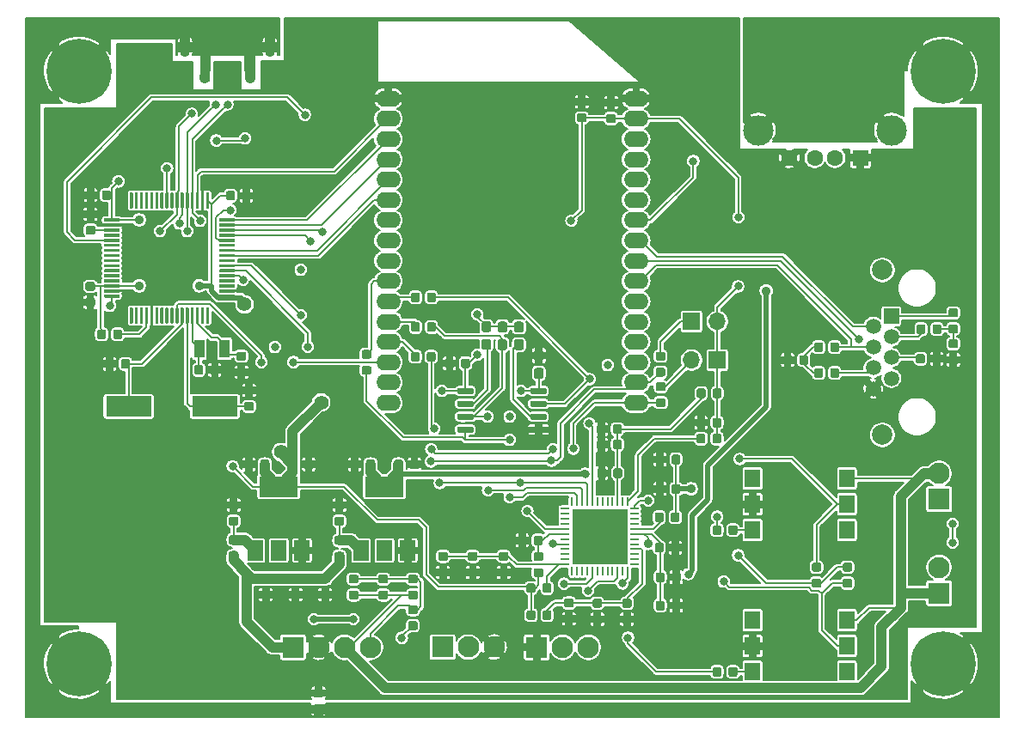
<source format=gbr>
G04 #@! TF.GenerationSoftware,KiCad,Pcbnew,(5.1.5)-3*
G04 #@! TF.CreationDate,2020-05-22T01:29:45-05:00*
G04 #@! TF.ProjectId,Delta_Robot,44656c74-615f-4526-9f62-6f742e6b6963,rev?*
G04 #@! TF.SameCoordinates,Original*
G04 #@! TF.FileFunction,Copper,L2,Bot*
G04 #@! TF.FilePolarity,Positive*
%FSLAX46Y46*%
G04 Gerber Fmt 4.6, Leading zero omitted, Abs format (unit mm)*
G04 Created by KiCad (PCBNEW (5.1.5)-3) date 2020-05-22 01:29:45*
%MOMM*%
%LPD*%
G04 APERTURE LIST*
%ADD10C,0.100000*%
%ADD11O,2.400000X1.600000*%
%ADD12R,1.500000X1.500000*%
%ADD13C,1.500000*%
%ADD14C,2.000000*%
%ADD15R,3.800000X2.000000*%
%ADD16R,1.500000X2.000000*%
%ADD17R,1.520000X1.780000*%
%ADD18R,5.400000X5.400000*%
%ADD19R,0.220000X0.810000*%
%ADD20R,0.810000X0.220000*%
%ADD21C,1.600000*%
%ADD22R,1.600000X1.600000*%
%ADD23C,3.000000*%
%ADD24R,4.500000X2.000000*%
%ADD25C,6.400000*%
%ADD26C,0.800000*%
%ADD27R,1.000000X1.800000*%
%ADD28R,2.100000X2.100000*%
%ADD29C,2.100000*%
%ADD30O,1.700000X1.700000*%
%ADD31R,1.700000X1.700000*%
%ADD32O,1.000000X1.900000*%
%ADD33O,1.050000X1.250000*%
%ADD34C,0.900000*%
%ADD35C,1.400000*%
%ADD36C,0.200000*%
%ADD37C,1.000000*%
%ADD38C,0.500000*%
%ADD39C,0.250000*%
%ADD40C,0.190000*%
G04 APERTURE END LIST*
G04 #@! TA.AperFunction,SMDPad,CuDef*
D10*
G36*
X141170703Y-93426722D02*
G01*
X141185264Y-93428882D01*
X141199543Y-93432459D01*
X141213403Y-93437418D01*
X141226710Y-93443712D01*
X141239336Y-93451280D01*
X141251159Y-93460048D01*
X141262066Y-93469934D01*
X141271952Y-93480841D01*
X141280720Y-93492664D01*
X141288288Y-93505290D01*
X141294582Y-93518597D01*
X141299541Y-93532457D01*
X141303118Y-93546736D01*
X141305278Y-93561297D01*
X141306000Y-93576000D01*
X141306000Y-93876000D01*
X141305278Y-93890703D01*
X141303118Y-93905264D01*
X141299541Y-93919543D01*
X141294582Y-93933403D01*
X141288288Y-93946710D01*
X141280720Y-93959336D01*
X141271952Y-93971159D01*
X141262066Y-93982066D01*
X141251159Y-93991952D01*
X141239336Y-94000720D01*
X141226710Y-94008288D01*
X141213403Y-94014582D01*
X141199543Y-94019541D01*
X141185264Y-94023118D01*
X141170703Y-94025278D01*
X141156000Y-94026000D01*
X139856000Y-94026000D01*
X139841297Y-94025278D01*
X139826736Y-94023118D01*
X139812457Y-94019541D01*
X139798597Y-94014582D01*
X139785290Y-94008288D01*
X139772664Y-94000720D01*
X139760841Y-93991952D01*
X139749934Y-93982066D01*
X139740048Y-93971159D01*
X139731280Y-93959336D01*
X139723712Y-93946710D01*
X139717418Y-93933403D01*
X139712459Y-93919543D01*
X139708882Y-93905264D01*
X139706722Y-93890703D01*
X139706000Y-93876000D01*
X139706000Y-93576000D01*
X139706722Y-93561297D01*
X139708882Y-93546736D01*
X139712459Y-93532457D01*
X139717418Y-93518597D01*
X139723712Y-93505290D01*
X139731280Y-93492664D01*
X139740048Y-93480841D01*
X139749934Y-93469934D01*
X139760841Y-93460048D01*
X139772664Y-93451280D01*
X139785290Y-93443712D01*
X139798597Y-93437418D01*
X139812457Y-93432459D01*
X139826736Y-93428882D01*
X139841297Y-93426722D01*
X139856000Y-93426000D01*
X141156000Y-93426000D01*
X141170703Y-93426722D01*
G37*
G04 #@! TD.AperFunction*
G04 #@! TA.AperFunction,SMDPad,CuDef*
G36*
X141170703Y-94696722D02*
G01*
X141185264Y-94698882D01*
X141199543Y-94702459D01*
X141213403Y-94707418D01*
X141226710Y-94713712D01*
X141239336Y-94721280D01*
X141251159Y-94730048D01*
X141262066Y-94739934D01*
X141271952Y-94750841D01*
X141280720Y-94762664D01*
X141288288Y-94775290D01*
X141294582Y-94788597D01*
X141299541Y-94802457D01*
X141303118Y-94816736D01*
X141305278Y-94831297D01*
X141306000Y-94846000D01*
X141306000Y-95146000D01*
X141305278Y-95160703D01*
X141303118Y-95175264D01*
X141299541Y-95189543D01*
X141294582Y-95203403D01*
X141288288Y-95216710D01*
X141280720Y-95229336D01*
X141271952Y-95241159D01*
X141262066Y-95252066D01*
X141251159Y-95261952D01*
X141239336Y-95270720D01*
X141226710Y-95278288D01*
X141213403Y-95284582D01*
X141199543Y-95289541D01*
X141185264Y-95293118D01*
X141170703Y-95295278D01*
X141156000Y-95296000D01*
X139856000Y-95296000D01*
X139841297Y-95295278D01*
X139826736Y-95293118D01*
X139812457Y-95289541D01*
X139798597Y-95284582D01*
X139785290Y-95278288D01*
X139772664Y-95270720D01*
X139760841Y-95261952D01*
X139749934Y-95252066D01*
X139740048Y-95241159D01*
X139731280Y-95229336D01*
X139723712Y-95216710D01*
X139717418Y-95203403D01*
X139712459Y-95189543D01*
X139708882Y-95175264D01*
X139706722Y-95160703D01*
X139706000Y-95146000D01*
X139706000Y-94846000D01*
X139706722Y-94831297D01*
X139708882Y-94816736D01*
X139712459Y-94802457D01*
X139717418Y-94788597D01*
X139723712Y-94775290D01*
X139731280Y-94762664D01*
X139740048Y-94750841D01*
X139749934Y-94739934D01*
X139760841Y-94730048D01*
X139772664Y-94721280D01*
X139785290Y-94713712D01*
X139798597Y-94707418D01*
X139812457Y-94702459D01*
X139826736Y-94698882D01*
X139841297Y-94696722D01*
X139856000Y-94696000D01*
X141156000Y-94696000D01*
X141170703Y-94696722D01*
G37*
G04 #@! TD.AperFunction*
G04 #@! TA.AperFunction,SMDPad,CuDef*
G36*
X141170703Y-95966722D02*
G01*
X141185264Y-95968882D01*
X141199543Y-95972459D01*
X141213403Y-95977418D01*
X141226710Y-95983712D01*
X141239336Y-95991280D01*
X141251159Y-96000048D01*
X141262066Y-96009934D01*
X141271952Y-96020841D01*
X141280720Y-96032664D01*
X141288288Y-96045290D01*
X141294582Y-96058597D01*
X141299541Y-96072457D01*
X141303118Y-96086736D01*
X141305278Y-96101297D01*
X141306000Y-96116000D01*
X141306000Y-96416000D01*
X141305278Y-96430703D01*
X141303118Y-96445264D01*
X141299541Y-96459543D01*
X141294582Y-96473403D01*
X141288288Y-96486710D01*
X141280720Y-96499336D01*
X141271952Y-96511159D01*
X141262066Y-96522066D01*
X141251159Y-96531952D01*
X141239336Y-96540720D01*
X141226710Y-96548288D01*
X141213403Y-96554582D01*
X141199543Y-96559541D01*
X141185264Y-96563118D01*
X141170703Y-96565278D01*
X141156000Y-96566000D01*
X139856000Y-96566000D01*
X139841297Y-96565278D01*
X139826736Y-96563118D01*
X139812457Y-96559541D01*
X139798597Y-96554582D01*
X139785290Y-96548288D01*
X139772664Y-96540720D01*
X139760841Y-96531952D01*
X139749934Y-96522066D01*
X139740048Y-96511159D01*
X139731280Y-96499336D01*
X139723712Y-96486710D01*
X139717418Y-96473403D01*
X139712459Y-96459543D01*
X139708882Y-96445264D01*
X139706722Y-96430703D01*
X139706000Y-96416000D01*
X139706000Y-96116000D01*
X139706722Y-96101297D01*
X139708882Y-96086736D01*
X139712459Y-96072457D01*
X139717418Y-96058597D01*
X139723712Y-96045290D01*
X139731280Y-96032664D01*
X139740048Y-96020841D01*
X139749934Y-96009934D01*
X139760841Y-96000048D01*
X139772664Y-95991280D01*
X139785290Y-95983712D01*
X139798597Y-95977418D01*
X139812457Y-95972459D01*
X139826736Y-95968882D01*
X139841297Y-95966722D01*
X139856000Y-95966000D01*
X141156000Y-95966000D01*
X141170703Y-95966722D01*
G37*
G04 #@! TD.AperFunction*
G04 #@! TA.AperFunction,SMDPad,CuDef*
G36*
X141170703Y-97236722D02*
G01*
X141185264Y-97238882D01*
X141199543Y-97242459D01*
X141213403Y-97247418D01*
X141226710Y-97253712D01*
X141239336Y-97261280D01*
X141251159Y-97270048D01*
X141262066Y-97279934D01*
X141271952Y-97290841D01*
X141280720Y-97302664D01*
X141288288Y-97315290D01*
X141294582Y-97328597D01*
X141299541Y-97342457D01*
X141303118Y-97356736D01*
X141305278Y-97371297D01*
X141306000Y-97386000D01*
X141306000Y-97686000D01*
X141305278Y-97700703D01*
X141303118Y-97715264D01*
X141299541Y-97729543D01*
X141294582Y-97743403D01*
X141288288Y-97756710D01*
X141280720Y-97769336D01*
X141271952Y-97781159D01*
X141262066Y-97792066D01*
X141251159Y-97801952D01*
X141239336Y-97810720D01*
X141226710Y-97818288D01*
X141213403Y-97824582D01*
X141199543Y-97829541D01*
X141185264Y-97833118D01*
X141170703Y-97835278D01*
X141156000Y-97836000D01*
X139856000Y-97836000D01*
X139841297Y-97835278D01*
X139826736Y-97833118D01*
X139812457Y-97829541D01*
X139798597Y-97824582D01*
X139785290Y-97818288D01*
X139772664Y-97810720D01*
X139760841Y-97801952D01*
X139749934Y-97792066D01*
X139740048Y-97781159D01*
X139731280Y-97769336D01*
X139723712Y-97756710D01*
X139717418Y-97743403D01*
X139712459Y-97729543D01*
X139708882Y-97715264D01*
X139706722Y-97700703D01*
X139706000Y-97686000D01*
X139706000Y-97386000D01*
X139706722Y-97371297D01*
X139708882Y-97356736D01*
X139712459Y-97342457D01*
X139717418Y-97328597D01*
X139723712Y-97315290D01*
X139731280Y-97302664D01*
X139740048Y-97290841D01*
X139749934Y-97279934D01*
X139760841Y-97270048D01*
X139772664Y-97261280D01*
X139785290Y-97253712D01*
X139798597Y-97247418D01*
X139812457Y-97242459D01*
X139826736Y-97238882D01*
X139841297Y-97236722D01*
X139856000Y-97236000D01*
X141156000Y-97236000D01*
X141170703Y-97236722D01*
G37*
G04 #@! TD.AperFunction*
G04 #@! TA.AperFunction,SMDPad,CuDef*
G36*
X133970703Y-97236722D02*
G01*
X133985264Y-97238882D01*
X133999543Y-97242459D01*
X134013403Y-97247418D01*
X134026710Y-97253712D01*
X134039336Y-97261280D01*
X134051159Y-97270048D01*
X134062066Y-97279934D01*
X134071952Y-97290841D01*
X134080720Y-97302664D01*
X134088288Y-97315290D01*
X134094582Y-97328597D01*
X134099541Y-97342457D01*
X134103118Y-97356736D01*
X134105278Y-97371297D01*
X134106000Y-97386000D01*
X134106000Y-97686000D01*
X134105278Y-97700703D01*
X134103118Y-97715264D01*
X134099541Y-97729543D01*
X134094582Y-97743403D01*
X134088288Y-97756710D01*
X134080720Y-97769336D01*
X134071952Y-97781159D01*
X134062066Y-97792066D01*
X134051159Y-97801952D01*
X134039336Y-97810720D01*
X134026710Y-97818288D01*
X134013403Y-97824582D01*
X133999543Y-97829541D01*
X133985264Y-97833118D01*
X133970703Y-97835278D01*
X133956000Y-97836000D01*
X132656000Y-97836000D01*
X132641297Y-97835278D01*
X132626736Y-97833118D01*
X132612457Y-97829541D01*
X132598597Y-97824582D01*
X132585290Y-97818288D01*
X132572664Y-97810720D01*
X132560841Y-97801952D01*
X132549934Y-97792066D01*
X132540048Y-97781159D01*
X132531280Y-97769336D01*
X132523712Y-97756710D01*
X132517418Y-97743403D01*
X132512459Y-97729543D01*
X132508882Y-97715264D01*
X132506722Y-97700703D01*
X132506000Y-97686000D01*
X132506000Y-97386000D01*
X132506722Y-97371297D01*
X132508882Y-97356736D01*
X132512459Y-97342457D01*
X132517418Y-97328597D01*
X132523712Y-97315290D01*
X132531280Y-97302664D01*
X132540048Y-97290841D01*
X132549934Y-97279934D01*
X132560841Y-97270048D01*
X132572664Y-97261280D01*
X132585290Y-97253712D01*
X132598597Y-97247418D01*
X132612457Y-97242459D01*
X132626736Y-97238882D01*
X132641297Y-97236722D01*
X132656000Y-97236000D01*
X133956000Y-97236000D01*
X133970703Y-97236722D01*
G37*
G04 #@! TD.AperFunction*
G04 #@! TA.AperFunction,SMDPad,CuDef*
G36*
X133970703Y-95966722D02*
G01*
X133985264Y-95968882D01*
X133999543Y-95972459D01*
X134013403Y-95977418D01*
X134026710Y-95983712D01*
X134039336Y-95991280D01*
X134051159Y-96000048D01*
X134062066Y-96009934D01*
X134071952Y-96020841D01*
X134080720Y-96032664D01*
X134088288Y-96045290D01*
X134094582Y-96058597D01*
X134099541Y-96072457D01*
X134103118Y-96086736D01*
X134105278Y-96101297D01*
X134106000Y-96116000D01*
X134106000Y-96416000D01*
X134105278Y-96430703D01*
X134103118Y-96445264D01*
X134099541Y-96459543D01*
X134094582Y-96473403D01*
X134088288Y-96486710D01*
X134080720Y-96499336D01*
X134071952Y-96511159D01*
X134062066Y-96522066D01*
X134051159Y-96531952D01*
X134039336Y-96540720D01*
X134026710Y-96548288D01*
X134013403Y-96554582D01*
X133999543Y-96559541D01*
X133985264Y-96563118D01*
X133970703Y-96565278D01*
X133956000Y-96566000D01*
X132656000Y-96566000D01*
X132641297Y-96565278D01*
X132626736Y-96563118D01*
X132612457Y-96559541D01*
X132598597Y-96554582D01*
X132585290Y-96548288D01*
X132572664Y-96540720D01*
X132560841Y-96531952D01*
X132549934Y-96522066D01*
X132540048Y-96511159D01*
X132531280Y-96499336D01*
X132523712Y-96486710D01*
X132517418Y-96473403D01*
X132512459Y-96459543D01*
X132508882Y-96445264D01*
X132506722Y-96430703D01*
X132506000Y-96416000D01*
X132506000Y-96116000D01*
X132506722Y-96101297D01*
X132508882Y-96086736D01*
X132512459Y-96072457D01*
X132517418Y-96058597D01*
X132523712Y-96045290D01*
X132531280Y-96032664D01*
X132540048Y-96020841D01*
X132549934Y-96009934D01*
X132560841Y-96000048D01*
X132572664Y-95991280D01*
X132585290Y-95983712D01*
X132598597Y-95977418D01*
X132612457Y-95972459D01*
X132626736Y-95968882D01*
X132641297Y-95966722D01*
X132656000Y-95966000D01*
X133956000Y-95966000D01*
X133970703Y-95966722D01*
G37*
G04 #@! TD.AperFunction*
G04 #@! TA.AperFunction,SMDPad,CuDef*
G36*
X133970703Y-94696722D02*
G01*
X133985264Y-94698882D01*
X133999543Y-94702459D01*
X134013403Y-94707418D01*
X134026710Y-94713712D01*
X134039336Y-94721280D01*
X134051159Y-94730048D01*
X134062066Y-94739934D01*
X134071952Y-94750841D01*
X134080720Y-94762664D01*
X134088288Y-94775290D01*
X134094582Y-94788597D01*
X134099541Y-94802457D01*
X134103118Y-94816736D01*
X134105278Y-94831297D01*
X134106000Y-94846000D01*
X134106000Y-95146000D01*
X134105278Y-95160703D01*
X134103118Y-95175264D01*
X134099541Y-95189543D01*
X134094582Y-95203403D01*
X134088288Y-95216710D01*
X134080720Y-95229336D01*
X134071952Y-95241159D01*
X134062066Y-95252066D01*
X134051159Y-95261952D01*
X134039336Y-95270720D01*
X134026710Y-95278288D01*
X134013403Y-95284582D01*
X133999543Y-95289541D01*
X133985264Y-95293118D01*
X133970703Y-95295278D01*
X133956000Y-95296000D01*
X132656000Y-95296000D01*
X132641297Y-95295278D01*
X132626736Y-95293118D01*
X132612457Y-95289541D01*
X132598597Y-95284582D01*
X132585290Y-95278288D01*
X132572664Y-95270720D01*
X132560841Y-95261952D01*
X132549934Y-95252066D01*
X132540048Y-95241159D01*
X132531280Y-95229336D01*
X132523712Y-95216710D01*
X132517418Y-95203403D01*
X132512459Y-95189543D01*
X132508882Y-95175264D01*
X132506722Y-95160703D01*
X132506000Y-95146000D01*
X132506000Y-94846000D01*
X132506722Y-94831297D01*
X132508882Y-94816736D01*
X132512459Y-94802457D01*
X132517418Y-94788597D01*
X132523712Y-94775290D01*
X132531280Y-94762664D01*
X132540048Y-94750841D01*
X132549934Y-94739934D01*
X132560841Y-94730048D01*
X132572664Y-94721280D01*
X132585290Y-94713712D01*
X132598597Y-94707418D01*
X132612457Y-94702459D01*
X132626736Y-94698882D01*
X132641297Y-94696722D01*
X132656000Y-94696000D01*
X133956000Y-94696000D01*
X133970703Y-94696722D01*
G37*
G04 #@! TD.AperFunction*
G04 #@! TA.AperFunction,SMDPad,CuDef*
G36*
X133970703Y-93426722D02*
G01*
X133985264Y-93428882D01*
X133999543Y-93432459D01*
X134013403Y-93437418D01*
X134026710Y-93443712D01*
X134039336Y-93451280D01*
X134051159Y-93460048D01*
X134062066Y-93469934D01*
X134071952Y-93480841D01*
X134080720Y-93492664D01*
X134088288Y-93505290D01*
X134094582Y-93518597D01*
X134099541Y-93532457D01*
X134103118Y-93546736D01*
X134105278Y-93561297D01*
X134106000Y-93576000D01*
X134106000Y-93876000D01*
X134105278Y-93890703D01*
X134103118Y-93905264D01*
X134099541Y-93919543D01*
X134094582Y-93933403D01*
X134088288Y-93946710D01*
X134080720Y-93959336D01*
X134071952Y-93971159D01*
X134062066Y-93982066D01*
X134051159Y-93991952D01*
X134039336Y-94000720D01*
X134026710Y-94008288D01*
X134013403Y-94014582D01*
X133999543Y-94019541D01*
X133985264Y-94023118D01*
X133970703Y-94025278D01*
X133956000Y-94026000D01*
X132656000Y-94026000D01*
X132641297Y-94025278D01*
X132626736Y-94023118D01*
X132612457Y-94019541D01*
X132598597Y-94014582D01*
X132585290Y-94008288D01*
X132572664Y-94000720D01*
X132560841Y-93991952D01*
X132549934Y-93982066D01*
X132540048Y-93971159D01*
X132531280Y-93959336D01*
X132523712Y-93946710D01*
X132517418Y-93933403D01*
X132512459Y-93919543D01*
X132508882Y-93905264D01*
X132506722Y-93890703D01*
X132506000Y-93876000D01*
X132506000Y-93576000D01*
X132506722Y-93561297D01*
X132508882Y-93546736D01*
X132512459Y-93532457D01*
X132517418Y-93518597D01*
X132523712Y-93505290D01*
X132531280Y-93492664D01*
X132540048Y-93480841D01*
X132549934Y-93469934D01*
X132560841Y-93460048D01*
X132572664Y-93451280D01*
X132585290Y-93443712D01*
X132598597Y-93437418D01*
X132612457Y-93432459D01*
X132626736Y-93428882D01*
X132641297Y-93426722D01*
X132656000Y-93426000D01*
X133956000Y-93426000D01*
X133970703Y-93426722D01*
G37*
G04 #@! TD.AperFunction*
D11*
X150130000Y-94897000D03*
X150130000Y-92897000D03*
X150130000Y-90897000D03*
X150130000Y-88897000D03*
X150130000Y-86897000D03*
X150130000Y-84897000D03*
X150130000Y-82897000D03*
X150130000Y-80897000D03*
X150130000Y-78897000D03*
X150130000Y-76897000D03*
X150130000Y-74897000D03*
X150130000Y-72897000D03*
X150130000Y-70897000D03*
X150130000Y-68897000D03*
X150130000Y-66897000D03*
X150130000Y-64897000D03*
X125730000Y-94897000D03*
X125730000Y-92897000D03*
X125730000Y-90897000D03*
X125730000Y-88897000D03*
X125730000Y-86897000D03*
X125730000Y-84897000D03*
X125730000Y-82897000D03*
X125730000Y-80897000D03*
X125730000Y-78897000D03*
X125730000Y-76897000D03*
X125730000Y-74897000D03*
X125730000Y-72897000D03*
X125730000Y-70897000D03*
X125730000Y-68897000D03*
X125730000Y-66897000D03*
X125730000Y-64897000D03*
G04 #@! TA.AperFunction,SMDPad,CuDef*
D10*
G36*
X108002350Y-85522360D02*
G01*
X108009631Y-85523440D01*
X108016770Y-85525228D01*
X108023700Y-85527708D01*
X108030354Y-85530855D01*
X108036667Y-85534639D01*
X108042578Y-85539023D01*
X108048032Y-85543966D01*
X108052975Y-85549420D01*
X108057359Y-85555331D01*
X108061143Y-85561644D01*
X108064290Y-85568298D01*
X108066770Y-85575228D01*
X108068558Y-85582367D01*
X108069638Y-85589648D01*
X108069999Y-85596999D01*
X108069999Y-86996999D01*
X108069638Y-87004350D01*
X108068558Y-87011631D01*
X108066770Y-87018770D01*
X108064290Y-87025700D01*
X108061143Y-87032354D01*
X108057359Y-87038667D01*
X108052975Y-87044578D01*
X108048032Y-87050032D01*
X108042578Y-87054975D01*
X108036667Y-87059359D01*
X108030354Y-87063143D01*
X108023700Y-87066290D01*
X108016770Y-87068770D01*
X108009631Y-87070558D01*
X108002350Y-87071638D01*
X107994999Y-87071999D01*
X107844999Y-87071999D01*
X107837648Y-87071638D01*
X107830367Y-87070558D01*
X107823228Y-87068770D01*
X107816298Y-87066290D01*
X107809644Y-87063143D01*
X107803331Y-87059359D01*
X107797420Y-87054975D01*
X107791966Y-87050032D01*
X107787023Y-87044578D01*
X107782639Y-87038667D01*
X107778855Y-87032354D01*
X107775708Y-87025700D01*
X107773228Y-87018770D01*
X107771440Y-87011631D01*
X107770360Y-87004350D01*
X107769999Y-86996999D01*
X107769999Y-85596999D01*
X107770360Y-85589648D01*
X107771440Y-85582367D01*
X107773228Y-85575228D01*
X107775708Y-85568298D01*
X107778855Y-85561644D01*
X107782639Y-85555331D01*
X107787023Y-85549420D01*
X107791966Y-85543966D01*
X107797420Y-85539023D01*
X107803331Y-85534639D01*
X107809644Y-85530855D01*
X107816298Y-85527708D01*
X107823228Y-85525228D01*
X107830367Y-85523440D01*
X107837648Y-85522360D01*
X107844999Y-85521999D01*
X107994999Y-85521999D01*
X108002350Y-85522360D01*
G37*
G04 #@! TD.AperFunction*
G04 #@! TA.AperFunction,SMDPad,CuDef*
G36*
X107502350Y-85522360D02*
G01*
X107509631Y-85523440D01*
X107516770Y-85525228D01*
X107523700Y-85527708D01*
X107530354Y-85530855D01*
X107536667Y-85534639D01*
X107542578Y-85539023D01*
X107548032Y-85543966D01*
X107552975Y-85549420D01*
X107557359Y-85555331D01*
X107561143Y-85561644D01*
X107564290Y-85568298D01*
X107566770Y-85575228D01*
X107568558Y-85582367D01*
X107569638Y-85589648D01*
X107569999Y-85596999D01*
X107569999Y-86996999D01*
X107569638Y-87004350D01*
X107568558Y-87011631D01*
X107566770Y-87018770D01*
X107564290Y-87025700D01*
X107561143Y-87032354D01*
X107557359Y-87038667D01*
X107552975Y-87044578D01*
X107548032Y-87050032D01*
X107542578Y-87054975D01*
X107536667Y-87059359D01*
X107530354Y-87063143D01*
X107523700Y-87066290D01*
X107516770Y-87068770D01*
X107509631Y-87070558D01*
X107502350Y-87071638D01*
X107494999Y-87071999D01*
X107344999Y-87071999D01*
X107337648Y-87071638D01*
X107330367Y-87070558D01*
X107323228Y-87068770D01*
X107316298Y-87066290D01*
X107309644Y-87063143D01*
X107303331Y-87059359D01*
X107297420Y-87054975D01*
X107291966Y-87050032D01*
X107287023Y-87044578D01*
X107282639Y-87038667D01*
X107278855Y-87032354D01*
X107275708Y-87025700D01*
X107273228Y-87018770D01*
X107271440Y-87011631D01*
X107270360Y-87004350D01*
X107269999Y-86996999D01*
X107269999Y-85596999D01*
X107270360Y-85589648D01*
X107271440Y-85582367D01*
X107273228Y-85575228D01*
X107275708Y-85568298D01*
X107278855Y-85561644D01*
X107282639Y-85555331D01*
X107287023Y-85549420D01*
X107291966Y-85543966D01*
X107297420Y-85539023D01*
X107303331Y-85534639D01*
X107309644Y-85530855D01*
X107316298Y-85527708D01*
X107323228Y-85525228D01*
X107330367Y-85523440D01*
X107337648Y-85522360D01*
X107344999Y-85521999D01*
X107494999Y-85521999D01*
X107502350Y-85522360D01*
G37*
G04 #@! TD.AperFunction*
G04 #@! TA.AperFunction,SMDPad,CuDef*
G36*
X107002350Y-85522360D02*
G01*
X107009631Y-85523440D01*
X107016770Y-85525228D01*
X107023700Y-85527708D01*
X107030354Y-85530855D01*
X107036667Y-85534639D01*
X107042578Y-85539023D01*
X107048032Y-85543966D01*
X107052975Y-85549420D01*
X107057359Y-85555331D01*
X107061143Y-85561644D01*
X107064290Y-85568298D01*
X107066770Y-85575228D01*
X107068558Y-85582367D01*
X107069638Y-85589648D01*
X107069999Y-85596999D01*
X107069999Y-86996999D01*
X107069638Y-87004350D01*
X107068558Y-87011631D01*
X107066770Y-87018770D01*
X107064290Y-87025700D01*
X107061143Y-87032354D01*
X107057359Y-87038667D01*
X107052975Y-87044578D01*
X107048032Y-87050032D01*
X107042578Y-87054975D01*
X107036667Y-87059359D01*
X107030354Y-87063143D01*
X107023700Y-87066290D01*
X107016770Y-87068770D01*
X107009631Y-87070558D01*
X107002350Y-87071638D01*
X106994999Y-87071999D01*
X106844999Y-87071999D01*
X106837648Y-87071638D01*
X106830367Y-87070558D01*
X106823228Y-87068770D01*
X106816298Y-87066290D01*
X106809644Y-87063143D01*
X106803331Y-87059359D01*
X106797420Y-87054975D01*
X106791966Y-87050032D01*
X106787023Y-87044578D01*
X106782639Y-87038667D01*
X106778855Y-87032354D01*
X106775708Y-87025700D01*
X106773228Y-87018770D01*
X106771440Y-87011631D01*
X106770360Y-87004350D01*
X106769999Y-86996999D01*
X106769999Y-85596999D01*
X106770360Y-85589648D01*
X106771440Y-85582367D01*
X106773228Y-85575228D01*
X106775708Y-85568298D01*
X106778855Y-85561644D01*
X106782639Y-85555331D01*
X106787023Y-85549420D01*
X106791966Y-85543966D01*
X106797420Y-85539023D01*
X106803331Y-85534639D01*
X106809644Y-85530855D01*
X106816298Y-85527708D01*
X106823228Y-85525228D01*
X106830367Y-85523440D01*
X106837648Y-85522360D01*
X106844999Y-85521999D01*
X106994999Y-85521999D01*
X107002350Y-85522360D01*
G37*
G04 #@! TD.AperFunction*
G04 #@! TA.AperFunction,SMDPad,CuDef*
G36*
X106502350Y-85522360D02*
G01*
X106509631Y-85523440D01*
X106516770Y-85525228D01*
X106523700Y-85527708D01*
X106530354Y-85530855D01*
X106536667Y-85534639D01*
X106542578Y-85539023D01*
X106548032Y-85543966D01*
X106552975Y-85549420D01*
X106557359Y-85555331D01*
X106561143Y-85561644D01*
X106564290Y-85568298D01*
X106566770Y-85575228D01*
X106568558Y-85582367D01*
X106569638Y-85589648D01*
X106569999Y-85596999D01*
X106569999Y-86996999D01*
X106569638Y-87004350D01*
X106568558Y-87011631D01*
X106566770Y-87018770D01*
X106564290Y-87025700D01*
X106561143Y-87032354D01*
X106557359Y-87038667D01*
X106552975Y-87044578D01*
X106548032Y-87050032D01*
X106542578Y-87054975D01*
X106536667Y-87059359D01*
X106530354Y-87063143D01*
X106523700Y-87066290D01*
X106516770Y-87068770D01*
X106509631Y-87070558D01*
X106502350Y-87071638D01*
X106494999Y-87071999D01*
X106344999Y-87071999D01*
X106337648Y-87071638D01*
X106330367Y-87070558D01*
X106323228Y-87068770D01*
X106316298Y-87066290D01*
X106309644Y-87063143D01*
X106303331Y-87059359D01*
X106297420Y-87054975D01*
X106291966Y-87050032D01*
X106287023Y-87044578D01*
X106282639Y-87038667D01*
X106278855Y-87032354D01*
X106275708Y-87025700D01*
X106273228Y-87018770D01*
X106271440Y-87011631D01*
X106270360Y-87004350D01*
X106269999Y-86996999D01*
X106269999Y-85596999D01*
X106270360Y-85589648D01*
X106271440Y-85582367D01*
X106273228Y-85575228D01*
X106275708Y-85568298D01*
X106278855Y-85561644D01*
X106282639Y-85555331D01*
X106287023Y-85549420D01*
X106291966Y-85543966D01*
X106297420Y-85539023D01*
X106303331Y-85534639D01*
X106309644Y-85530855D01*
X106316298Y-85527708D01*
X106323228Y-85525228D01*
X106330367Y-85523440D01*
X106337648Y-85522360D01*
X106344999Y-85521999D01*
X106494999Y-85521999D01*
X106502350Y-85522360D01*
G37*
G04 #@! TD.AperFunction*
G04 #@! TA.AperFunction,SMDPad,CuDef*
G36*
X106002350Y-85522360D02*
G01*
X106009631Y-85523440D01*
X106016770Y-85525228D01*
X106023700Y-85527708D01*
X106030354Y-85530855D01*
X106036667Y-85534639D01*
X106042578Y-85539023D01*
X106048032Y-85543966D01*
X106052975Y-85549420D01*
X106057359Y-85555331D01*
X106061143Y-85561644D01*
X106064290Y-85568298D01*
X106066770Y-85575228D01*
X106068558Y-85582367D01*
X106069638Y-85589648D01*
X106069999Y-85596999D01*
X106069999Y-86996999D01*
X106069638Y-87004350D01*
X106068558Y-87011631D01*
X106066770Y-87018770D01*
X106064290Y-87025700D01*
X106061143Y-87032354D01*
X106057359Y-87038667D01*
X106052975Y-87044578D01*
X106048032Y-87050032D01*
X106042578Y-87054975D01*
X106036667Y-87059359D01*
X106030354Y-87063143D01*
X106023700Y-87066290D01*
X106016770Y-87068770D01*
X106009631Y-87070558D01*
X106002350Y-87071638D01*
X105994999Y-87071999D01*
X105844999Y-87071999D01*
X105837648Y-87071638D01*
X105830367Y-87070558D01*
X105823228Y-87068770D01*
X105816298Y-87066290D01*
X105809644Y-87063143D01*
X105803331Y-87059359D01*
X105797420Y-87054975D01*
X105791966Y-87050032D01*
X105787023Y-87044578D01*
X105782639Y-87038667D01*
X105778855Y-87032354D01*
X105775708Y-87025700D01*
X105773228Y-87018770D01*
X105771440Y-87011631D01*
X105770360Y-87004350D01*
X105769999Y-86996999D01*
X105769999Y-85596999D01*
X105770360Y-85589648D01*
X105771440Y-85582367D01*
X105773228Y-85575228D01*
X105775708Y-85568298D01*
X105778855Y-85561644D01*
X105782639Y-85555331D01*
X105787023Y-85549420D01*
X105791966Y-85543966D01*
X105797420Y-85539023D01*
X105803331Y-85534639D01*
X105809644Y-85530855D01*
X105816298Y-85527708D01*
X105823228Y-85525228D01*
X105830367Y-85523440D01*
X105837648Y-85522360D01*
X105844999Y-85521999D01*
X105994999Y-85521999D01*
X106002350Y-85522360D01*
G37*
G04 #@! TD.AperFunction*
G04 #@! TA.AperFunction,SMDPad,CuDef*
G36*
X105502350Y-85522360D02*
G01*
X105509631Y-85523440D01*
X105516770Y-85525228D01*
X105523700Y-85527708D01*
X105530354Y-85530855D01*
X105536667Y-85534639D01*
X105542578Y-85539023D01*
X105548032Y-85543966D01*
X105552975Y-85549420D01*
X105557359Y-85555331D01*
X105561143Y-85561644D01*
X105564290Y-85568298D01*
X105566770Y-85575228D01*
X105568558Y-85582367D01*
X105569638Y-85589648D01*
X105569999Y-85596999D01*
X105569999Y-86996999D01*
X105569638Y-87004350D01*
X105568558Y-87011631D01*
X105566770Y-87018770D01*
X105564290Y-87025700D01*
X105561143Y-87032354D01*
X105557359Y-87038667D01*
X105552975Y-87044578D01*
X105548032Y-87050032D01*
X105542578Y-87054975D01*
X105536667Y-87059359D01*
X105530354Y-87063143D01*
X105523700Y-87066290D01*
X105516770Y-87068770D01*
X105509631Y-87070558D01*
X105502350Y-87071638D01*
X105494999Y-87071999D01*
X105344999Y-87071999D01*
X105337648Y-87071638D01*
X105330367Y-87070558D01*
X105323228Y-87068770D01*
X105316298Y-87066290D01*
X105309644Y-87063143D01*
X105303331Y-87059359D01*
X105297420Y-87054975D01*
X105291966Y-87050032D01*
X105287023Y-87044578D01*
X105282639Y-87038667D01*
X105278855Y-87032354D01*
X105275708Y-87025700D01*
X105273228Y-87018770D01*
X105271440Y-87011631D01*
X105270360Y-87004350D01*
X105269999Y-86996999D01*
X105269999Y-85596999D01*
X105270360Y-85589648D01*
X105271440Y-85582367D01*
X105273228Y-85575228D01*
X105275708Y-85568298D01*
X105278855Y-85561644D01*
X105282639Y-85555331D01*
X105287023Y-85549420D01*
X105291966Y-85543966D01*
X105297420Y-85539023D01*
X105303331Y-85534639D01*
X105309644Y-85530855D01*
X105316298Y-85527708D01*
X105323228Y-85525228D01*
X105330367Y-85523440D01*
X105337648Y-85522360D01*
X105344999Y-85521999D01*
X105494999Y-85521999D01*
X105502350Y-85522360D01*
G37*
G04 #@! TD.AperFunction*
G04 #@! TA.AperFunction,SMDPad,CuDef*
G36*
X105002350Y-85522360D02*
G01*
X105009631Y-85523440D01*
X105016770Y-85525228D01*
X105023700Y-85527708D01*
X105030354Y-85530855D01*
X105036667Y-85534639D01*
X105042578Y-85539023D01*
X105048032Y-85543966D01*
X105052975Y-85549420D01*
X105057359Y-85555331D01*
X105061143Y-85561644D01*
X105064290Y-85568298D01*
X105066770Y-85575228D01*
X105068558Y-85582367D01*
X105069638Y-85589648D01*
X105069999Y-85596999D01*
X105069999Y-86996999D01*
X105069638Y-87004350D01*
X105068558Y-87011631D01*
X105066770Y-87018770D01*
X105064290Y-87025700D01*
X105061143Y-87032354D01*
X105057359Y-87038667D01*
X105052975Y-87044578D01*
X105048032Y-87050032D01*
X105042578Y-87054975D01*
X105036667Y-87059359D01*
X105030354Y-87063143D01*
X105023700Y-87066290D01*
X105016770Y-87068770D01*
X105009631Y-87070558D01*
X105002350Y-87071638D01*
X104994999Y-87071999D01*
X104844999Y-87071999D01*
X104837648Y-87071638D01*
X104830367Y-87070558D01*
X104823228Y-87068770D01*
X104816298Y-87066290D01*
X104809644Y-87063143D01*
X104803331Y-87059359D01*
X104797420Y-87054975D01*
X104791966Y-87050032D01*
X104787023Y-87044578D01*
X104782639Y-87038667D01*
X104778855Y-87032354D01*
X104775708Y-87025700D01*
X104773228Y-87018770D01*
X104771440Y-87011631D01*
X104770360Y-87004350D01*
X104769999Y-86996999D01*
X104769999Y-85596999D01*
X104770360Y-85589648D01*
X104771440Y-85582367D01*
X104773228Y-85575228D01*
X104775708Y-85568298D01*
X104778855Y-85561644D01*
X104782639Y-85555331D01*
X104787023Y-85549420D01*
X104791966Y-85543966D01*
X104797420Y-85539023D01*
X104803331Y-85534639D01*
X104809644Y-85530855D01*
X104816298Y-85527708D01*
X104823228Y-85525228D01*
X104830367Y-85523440D01*
X104837648Y-85522360D01*
X104844999Y-85521999D01*
X104994999Y-85521999D01*
X105002350Y-85522360D01*
G37*
G04 #@! TD.AperFunction*
G04 #@! TA.AperFunction,SMDPad,CuDef*
G36*
X104502350Y-85522360D02*
G01*
X104509631Y-85523440D01*
X104516770Y-85525228D01*
X104523700Y-85527708D01*
X104530354Y-85530855D01*
X104536667Y-85534639D01*
X104542578Y-85539023D01*
X104548032Y-85543966D01*
X104552975Y-85549420D01*
X104557359Y-85555331D01*
X104561143Y-85561644D01*
X104564290Y-85568298D01*
X104566770Y-85575228D01*
X104568558Y-85582367D01*
X104569638Y-85589648D01*
X104569999Y-85596999D01*
X104569999Y-86996999D01*
X104569638Y-87004350D01*
X104568558Y-87011631D01*
X104566770Y-87018770D01*
X104564290Y-87025700D01*
X104561143Y-87032354D01*
X104557359Y-87038667D01*
X104552975Y-87044578D01*
X104548032Y-87050032D01*
X104542578Y-87054975D01*
X104536667Y-87059359D01*
X104530354Y-87063143D01*
X104523700Y-87066290D01*
X104516770Y-87068770D01*
X104509631Y-87070558D01*
X104502350Y-87071638D01*
X104494999Y-87071999D01*
X104344999Y-87071999D01*
X104337648Y-87071638D01*
X104330367Y-87070558D01*
X104323228Y-87068770D01*
X104316298Y-87066290D01*
X104309644Y-87063143D01*
X104303331Y-87059359D01*
X104297420Y-87054975D01*
X104291966Y-87050032D01*
X104287023Y-87044578D01*
X104282639Y-87038667D01*
X104278855Y-87032354D01*
X104275708Y-87025700D01*
X104273228Y-87018770D01*
X104271440Y-87011631D01*
X104270360Y-87004350D01*
X104269999Y-86996999D01*
X104269999Y-85596999D01*
X104270360Y-85589648D01*
X104271440Y-85582367D01*
X104273228Y-85575228D01*
X104275708Y-85568298D01*
X104278855Y-85561644D01*
X104282639Y-85555331D01*
X104287023Y-85549420D01*
X104291966Y-85543966D01*
X104297420Y-85539023D01*
X104303331Y-85534639D01*
X104309644Y-85530855D01*
X104316298Y-85527708D01*
X104323228Y-85525228D01*
X104330367Y-85523440D01*
X104337648Y-85522360D01*
X104344999Y-85521999D01*
X104494999Y-85521999D01*
X104502350Y-85522360D01*
G37*
G04 #@! TD.AperFunction*
G04 #@! TA.AperFunction,SMDPad,CuDef*
G36*
X104002350Y-85522360D02*
G01*
X104009631Y-85523440D01*
X104016770Y-85525228D01*
X104023700Y-85527708D01*
X104030354Y-85530855D01*
X104036667Y-85534639D01*
X104042578Y-85539023D01*
X104048032Y-85543966D01*
X104052975Y-85549420D01*
X104057359Y-85555331D01*
X104061143Y-85561644D01*
X104064290Y-85568298D01*
X104066770Y-85575228D01*
X104068558Y-85582367D01*
X104069638Y-85589648D01*
X104069999Y-85596999D01*
X104069999Y-86996999D01*
X104069638Y-87004350D01*
X104068558Y-87011631D01*
X104066770Y-87018770D01*
X104064290Y-87025700D01*
X104061143Y-87032354D01*
X104057359Y-87038667D01*
X104052975Y-87044578D01*
X104048032Y-87050032D01*
X104042578Y-87054975D01*
X104036667Y-87059359D01*
X104030354Y-87063143D01*
X104023700Y-87066290D01*
X104016770Y-87068770D01*
X104009631Y-87070558D01*
X104002350Y-87071638D01*
X103994999Y-87071999D01*
X103844999Y-87071999D01*
X103837648Y-87071638D01*
X103830367Y-87070558D01*
X103823228Y-87068770D01*
X103816298Y-87066290D01*
X103809644Y-87063143D01*
X103803331Y-87059359D01*
X103797420Y-87054975D01*
X103791966Y-87050032D01*
X103787023Y-87044578D01*
X103782639Y-87038667D01*
X103778855Y-87032354D01*
X103775708Y-87025700D01*
X103773228Y-87018770D01*
X103771440Y-87011631D01*
X103770360Y-87004350D01*
X103769999Y-86996999D01*
X103769999Y-85596999D01*
X103770360Y-85589648D01*
X103771440Y-85582367D01*
X103773228Y-85575228D01*
X103775708Y-85568298D01*
X103778855Y-85561644D01*
X103782639Y-85555331D01*
X103787023Y-85549420D01*
X103791966Y-85543966D01*
X103797420Y-85539023D01*
X103803331Y-85534639D01*
X103809644Y-85530855D01*
X103816298Y-85527708D01*
X103823228Y-85525228D01*
X103830367Y-85523440D01*
X103837648Y-85522360D01*
X103844999Y-85521999D01*
X103994999Y-85521999D01*
X104002350Y-85522360D01*
G37*
G04 #@! TD.AperFunction*
G04 #@! TA.AperFunction,SMDPad,CuDef*
G36*
X103502350Y-85522360D02*
G01*
X103509631Y-85523440D01*
X103516770Y-85525228D01*
X103523700Y-85527708D01*
X103530354Y-85530855D01*
X103536667Y-85534639D01*
X103542578Y-85539023D01*
X103548032Y-85543966D01*
X103552975Y-85549420D01*
X103557359Y-85555331D01*
X103561143Y-85561644D01*
X103564290Y-85568298D01*
X103566770Y-85575228D01*
X103568558Y-85582367D01*
X103569638Y-85589648D01*
X103569999Y-85596999D01*
X103569999Y-86996999D01*
X103569638Y-87004350D01*
X103568558Y-87011631D01*
X103566770Y-87018770D01*
X103564290Y-87025700D01*
X103561143Y-87032354D01*
X103557359Y-87038667D01*
X103552975Y-87044578D01*
X103548032Y-87050032D01*
X103542578Y-87054975D01*
X103536667Y-87059359D01*
X103530354Y-87063143D01*
X103523700Y-87066290D01*
X103516770Y-87068770D01*
X103509631Y-87070558D01*
X103502350Y-87071638D01*
X103494999Y-87071999D01*
X103344999Y-87071999D01*
X103337648Y-87071638D01*
X103330367Y-87070558D01*
X103323228Y-87068770D01*
X103316298Y-87066290D01*
X103309644Y-87063143D01*
X103303331Y-87059359D01*
X103297420Y-87054975D01*
X103291966Y-87050032D01*
X103287023Y-87044578D01*
X103282639Y-87038667D01*
X103278855Y-87032354D01*
X103275708Y-87025700D01*
X103273228Y-87018770D01*
X103271440Y-87011631D01*
X103270360Y-87004350D01*
X103269999Y-86996999D01*
X103269999Y-85596999D01*
X103270360Y-85589648D01*
X103271440Y-85582367D01*
X103273228Y-85575228D01*
X103275708Y-85568298D01*
X103278855Y-85561644D01*
X103282639Y-85555331D01*
X103287023Y-85549420D01*
X103291966Y-85543966D01*
X103297420Y-85539023D01*
X103303331Y-85534639D01*
X103309644Y-85530855D01*
X103316298Y-85527708D01*
X103323228Y-85525228D01*
X103330367Y-85523440D01*
X103337648Y-85522360D01*
X103344999Y-85521999D01*
X103494999Y-85521999D01*
X103502350Y-85522360D01*
G37*
G04 #@! TD.AperFunction*
G04 #@! TA.AperFunction,SMDPad,CuDef*
G36*
X103002350Y-85522360D02*
G01*
X103009631Y-85523440D01*
X103016770Y-85525228D01*
X103023700Y-85527708D01*
X103030354Y-85530855D01*
X103036667Y-85534639D01*
X103042578Y-85539023D01*
X103048032Y-85543966D01*
X103052975Y-85549420D01*
X103057359Y-85555331D01*
X103061143Y-85561644D01*
X103064290Y-85568298D01*
X103066770Y-85575228D01*
X103068558Y-85582367D01*
X103069638Y-85589648D01*
X103069999Y-85596999D01*
X103069999Y-86996999D01*
X103069638Y-87004350D01*
X103068558Y-87011631D01*
X103066770Y-87018770D01*
X103064290Y-87025700D01*
X103061143Y-87032354D01*
X103057359Y-87038667D01*
X103052975Y-87044578D01*
X103048032Y-87050032D01*
X103042578Y-87054975D01*
X103036667Y-87059359D01*
X103030354Y-87063143D01*
X103023700Y-87066290D01*
X103016770Y-87068770D01*
X103009631Y-87070558D01*
X103002350Y-87071638D01*
X102994999Y-87071999D01*
X102844999Y-87071999D01*
X102837648Y-87071638D01*
X102830367Y-87070558D01*
X102823228Y-87068770D01*
X102816298Y-87066290D01*
X102809644Y-87063143D01*
X102803331Y-87059359D01*
X102797420Y-87054975D01*
X102791966Y-87050032D01*
X102787023Y-87044578D01*
X102782639Y-87038667D01*
X102778855Y-87032354D01*
X102775708Y-87025700D01*
X102773228Y-87018770D01*
X102771440Y-87011631D01*
X102770360Y-87004350D01*
X102769999Y-86996999D01*
X102769999Y-85596999D01*
X102770360Y-85589648D01*
X102771440Y-85582367D01*
X102773228Y-85575228D01*
X102775708Y-85568298D01*
X102778855Y-85561644D01*
X102782639Y-85555331D01*
X102787023Y-85549420D01*
X102791966Y-85543966D01*
X102797420Y-85539023D01*
X102803331Y-85534639D01*
X102809644Y-85530855D01*
X102816298Y-85527708D01*
X102823228Y-85525228D01*
X102830367Y-85523440D01*
X102837648Y-85522360D01*
X102844999Y-85521999D01*
X102994999Y-85521999D01*
X103002350Y-85522360D01*
G37*
G04 #@! TD.AperFunction*
G04 #@! TA.AperFunction,SMDPad,CuDef*
G36*
X102502350Y-85522360D02*
G01*
X102509631Y-85523440D01*
X102516770Y-85525228D01*
X102523700Y-85527708D01*
X102530354Y-85530855D01*
X102536667Y-85534639D01*
X102542578Y-85539023D01*
X102548032Y-85543966D01*
X102552975Y-85549420D01*
X102557359Y-85555331D01*
X102561143Y-85561644D01*
X102564290Y-85568298D01*
X102566770Y-85575228D01*
X102568558Y-85582367D01*
X102569638Y-85589648D01*
X102569999Y-85596999D01*
X102569999Y-86996999D01*
X102569638Y-87004350D01*
X102568558Y-87011631D01*
X102566770Y-87018770D01*
X102564290Y-87025700D01*
X102561143Y-87032354D01*
X102557359Y-87038667D01*
X102552975Y-87044578D01*
X102548032Y-87050032D01*
X102542578Y-87054975D01*
X102536667Y-87059359D01*
X102530354Y-87063143D01*
X102523700Y-87066290D01*
X102516770Y-87068770D01*
X102509631Y-87070558D01*
X102502350Y-87071638D01*
X102494999Y-87071999D01*
X102344999Y-87071999D01*
X102337648Y-87071638D01*
X102330367Y-87070558D01*
X102323228Y-87068770D01*
X102316298Y-87066290D01*
X102309644Y-87063143D01*
X102303331Y-87059359D01*
X102297420Y-87054975D01*
X102291966Y-87050032D01*
X102287023Y-87044578D01*
X102282639Y-87038667D01*
X102278855Y-87032354D01*
X102275708Y-87025700D01*
X102273228Y-87018770D01*
X102271440Y-87011631D01*
X102270360Y-87004350D01*
X102269999Y-86996999D01*
X102269999Y-85596999D01*
X102270360Y-85589648D01*
X102271440Y-85582367D01*
X102273228Y-85575228D01*
X102275708Y-85568298D01*
X102278855Y-85561644D01*
X102282639Y-85555331D01*
X102287023Y-85549420D01*
X102291966Y-85543966D01*
X102297420Y-85539023D01*
X102303331Y-85534639D01*
X102309644Y-85530855D01*
X102316298Y-85527708D01*
X102323228Y-85525228D01*
X102330367Y-85523440D01*
X102337648Y-85522360D01*
X102344999Y-85521999D01*
X102494999Y-85521999D01*
X102502350Y-85522360D01*
G37*
G04 #@! TD.AperFunction*
G04 #@! TA.AperFunction,SMDPad,CuDef*
G36*
X102002350Y-85522360D02*
G01*
X102009631Y-85523440D01*
X102016770Y-85525228D01*
X102023700Y-85527708D01*
X102030354Y-85530855D01*
X102036667Y-85534639D01*
X102042578Y-85539023D01*
X102048032Y-85543966D01*
X102052975Y-85549420D01*
X102057359Y-85555331D01*
X102061143Y-85561644D01*
X102064290Y-85568298D01*
X102066770Y-85575228D01*
X102068558Y-85582367D01*
X102069638Y-85589648D01*
X102069999Y-85596999D01*
X102069999Y-86996999D01*
X102069638Y-87004350D01*
X102068558Y-87011631D01*
X102066770Y-87018770D01*
X102064290Y-87025700D01*
X102061143Y-87032354D01*
X102057359Y-87038667D01*
X102052975Y-87044578D01*
X102048032Y-87050032D01*
X102042578Y-87054975D01*
X102036667Y-87059359D01*
X102030354Y-87063143D01*
X102023700Y-87066290D01*
X102016770Y-87068770D01*
X102009631Y-87070558D01*
X102002350Y-87071638D01*
X101994999Y-87071999D01*
X101844999Y-87071999D01*
X101837648Y-87071638D01*
X101830367Y-87070558D01*
X101823228Y-87068770D01*
X101816298Y-87066290D01*
X101809644Y-87063143D01*
X101803331Y-87059359D01*
X101797420Y-87054975D01*
X101791966Y-87050032D01*
X101787023Y-87044578D01*
X101782639Y-87038667D01*
X101778855Y-87032354D01*
X101775708Y-87025700D01*
X101773228Y-87018770D01*
X101771440Y-87011631D01*
X101770360Y-87004350D01*
X101769999Y-86996999D01*
X101769999Y-85596999D01*
X101770360Y-85589648D01*
X101771440Y-85582367D01*
X101773228Y-85575228D01*
X101775708Y-85568298D01*
X101778855Y-85561644D01*
X101782639Y-85555331D01*
X101787023Y-85549420D01*
X101791966Y-85543966D01*
X101797420Y-85539023D01*
X101803331Y-85534639D01*
X101809644Y-85530855D01*
X101816298Y-85527708D01*
X101823228Y-85525228D01*
X101830367Y-85523440D01*
X101837648Y-85522360D01*
X101844999Y-85521999D01*
X101994999Y-85521999D01*
X102002350Y-85522360D01*
G37*
G04 #@! TD.AperFunction*
G04 #@! TA.AperFunction,SMDPad,CuDef*
G36*
X101502350Y-85522360D02*
G01*
X101509631Y-85523440D01*
X101516770Y-85525228D01*
X101523700Y-85527708D01*
X101530354Y-85530855D01*
X101536667Y-85534639D01*
X101542578Y-85539023D01*
X101548032Y-85543966D01*
X101552975Y-85549420D01*
X101557359Y-85555331D01*
X101561143Y-85561644D01*
X101564290Y-85568298D01*
X101566770Y-85575228D01*
X101568558Y-85582367D01*
X101569638Y-85589648D01*
X101569999Y-85596999D01*
X101569999Y-86996999D01*
X101569638Y-87004350D01*
X101568558Y-87011631D01*
X101566770Y-87018770D01*
X101564290Y-87025700D01*
X101561143Y-87032354D01*
X101557359Y-87038667D01*
X101552975Y-87044578D01*
X101548032Y-87050032D01*
X101542578Y-87054975D01*
X101536667Y-87059359D01*
X101530354Y-87063143D01*
X101523700Y-87066290D01*
X101516770Y-87068770D01*
X101509631Y-87070558D01*
X101502350Y-87071638D01*
X101494999Y-87071999D01*
X101344999Y-87071999D01*
X101337648Y-87071638D01*
X101330367Y-87070558D01*
X101323228Y-87068770D01*
X101316298Y-87066290D01*
X101309644Y-87063143D01*
X101303331Y-87059359D01*
X101297420Y-87054975D01*
X101291966Y-87050032D01*
X101287023Y-87044578D01*
X101282639Y-87038667D01*
X101278855Y-87032354D01*
X101275708Y-87025700D01*
X101273228Y-87018770D01*
X101271440Y-87011631D01*
X101270360Y-87004350D01*
X101269999Y-86996999D01*
X101269999Y-85596999D01*
X101270360Y-85589648D01*
X101271440Y-85582367D01*
X101273228Y-85575228D01*
X101275708Y-85568298D01*
X101278855Y-85561644D01*
X101282639Y-85555331D01*
X101287023Y-85549420D01*
X101291966Y-85543966D01*
X101297420Y-85539023D01*
X101303331Y-85534639D01*
X101309644Y-85530855D01*
X101316298Y-85527708D01*
X101323228Y-85525228D01*
X101330367Y-85523440D01*
X101337648Y-85522360D01*
X101344999Y-85521999D01*
X101494999Y-85521999D01*
X101502350Y-85522360D01*
G37*
G04 #@! TD.AperFunction*
G04 #@! TA.AperFunction,SMDPad,CuDef*
G36*
X101002350Y-85522360D02*
G01*
X101009631Y-85523440D01*
X101016770Y-85525228D01*
X101023700Y-85527708D01*
X101030354Y-85530855D01*
X101036667Y-85534639D01*
X101042578Y-85539023D01*
X101048032Y-85543966D01*
X101052975Y-85549420D01*
X101057359Y-85555331D01*
X101061143Y-85561644D01*
X101064290Y-85568298D01*
X101066770Y-85575228D01*
X101068558Y-85582367D01*
X101069638Y-85589648D01*
X101069999Y-85596999D01*
X101069999Y-86996999D01*
X101069638Y-87004350D01*
X101068558Y-87011631D01*
X101066770Y-87018770D01*
X101064290Y-87025700D01*
X101061143Y-87032354D01*
X101057359Y-87038667D01*
X101052975Y-87044578D01*
X101048032Y-87050032D01*
X101042578Y-87054975D01*
X101036667Y-87059359D01*
X101030354Y-87063143D01*
X101023700Y-87066290D01*
X101016770Y-87068770D01*
X101009631Y-87070558D01*
X101002350Y-87071638D01*
X100994999Y-87071999D01*
X100844999Y-87071999D01*
X100837648Y-87071638D01*
X100830367Y-87070558D01*
X100823228Y-87068770D01*
X100816298Y-87066290D01*
X100809644Y-87063143D01*
X100803331Y-87059359D01*
X100797420Y-87054975D01*
X100791966Y-87050032D01*
X100787023Y-87044578D01*
X100782639Y-87038667D01*
X100778855Y-87032354D01*
X100775708Y-87025700D01*
X100773228Y-87018770D01*
X100771440Y-87011631D01*
X100770360Y-87004350D01*
X100769999Y-86996999D01*
X100769999Y-85596999D01*
X100770360Y-85589648D01*
X100771440Y-85582367D01*
X100773228Y-85575228D01*
X100775708Y-85568298D01*
X100778855Y-85561644D01*
X100782639Y-85555331D01*
X100787023Y-85549420D01*
X100791966Y-85543966D01*
X100797420Y-85539023D01*
X100803331Y-85534639D01*
X100809644Y-85530855D01*
X100816298Y-85527708D01*
X100823228Y-85525228D01*
X100830367Y-85523440D01*
X100837648Y-85522360D01*
X100844999Y-85521999D01*
X100994999Y-85521999D01*
X101002350Y-85522360D01*
G37*
G04 #@! TD.AperFunction*
G04 #@! TA.AperFunction,SMDPad,CuDef*
G36*
X100502350Y-85522360D02*
G01*
X100509631Y-85523440D01*
X100516770Y-85525228D01*
X100523700Y-85527708D01*
X100530354Y-85530855D01*
X100536667Y-85534639D01*
X100542578Y-85539023D01*
X100548032Y-85543966D01*
X100552975Y-85549420D01*
X100557359Y-85555331D01*
X100561143Y-85561644D01*
X100564290Y-85568298D01*
X100566770Y-85575228D01*
X100568558Y-85582367D01*
X100569638Y-85589648D01*
X100569999Y-85596999D01*
X100569999Y-86996999D01*
X100569638Y-87004350D01*
X100568558Y-87011631D01*
X100566770Y-87018770D01*
X100564290Y-87025700D01*
X100561143Y-87032354D01*
X100557359Y-87038667D01*
X100552975Y-87044578D01*
X100548032Y-87050032D01*
X100542578Y-87054975D01*
X100536667Y-87059359D01*
X100530354Y-87063143D01*
X100523700Y-87066290D01*
X100516770Y-87068770D01*
X100509631Y-87070558D01*
X100502350Y-87071638D01*
X100494999Y-87071999D01*
X100344999Y-87071999D01*
X100337648Y-87071638D01*
X100330367Y-87070558D01*
X100323228Y-87068770D01*
X100316298Y-87066290D01*
X100309644Y-87063143D01*
X100303331Y-87059359D01*
X100297420Y-87054975D01*
X100291966Y-87050032D01*
X100287023Y-87044578D01*
X100282639Y-87038667D01*
X100278855Y-87032354D01*
X100275708Y-87025700D01*
X100273228Y-87018770D01*
X100271440Y-87011631D01*
X100270360Y-87004350D01*
X100269999Y-86996999D01*
X100269999Y-85596999D01*
X100270360Y-85589648D01*
X100271440Y-85582367D01*
X100273228Y-85575228D01*
X100275708Y-85568298D01*
X100278855Y-85561644D01*
X100282639Y-85555331D01*
X100287023Y-85549420D01*
X100291966Y-85543966D01*
X100297420Y-85539023D01*
X100303331Y-85534639D01*
X100309644Y-85530855D01*
X100316298Y-85527708D01*
X100323228Y-85525228D01*
X100330367Y-85523440D01*
X100337648Y-85522360D01*
X100344999Y-85521999D01*
X100494999Y-85521999D01*
X100502350Y-85522360D01*
G37*
G04 #@! TD.AperFunction*
G04 #@! TA.AperFunction,SMDPad,CuDef*
G36*
X99202350Y-84222360D02*
G01*
X99209631Y-84223440D01*
X99216770Y-84225228D01*
X99223700Y-84227708D01*
X99230354Y-84230855D01*
X99236667Y-84234639D01*
X99242578Y-84239023D01*
X99248032Y-84243966D01*
X99252975Y-84249420D01*
X99257359Y-84255331D01*
X99261143Y-84261644D01*
X99264290Y-84268298D01*
X99266770Y-84275228D01*
X99268558Y-84282367D01*
X99269638Y-84289648D01*
X99269999Y-84296999D01*
X99269999Y-84446999D01*
X99269638Y-84454350D01*
X99268558Y-84461631D01*
X99266770Y-84468770D01*
X99264290Y-84475700D01*
X99261143Y-84482354D01*
X99257359Y-84488667D01*
X99252975Y-84494578D01*
X99248032Y-84500032D01*
X99242578Y-84504975D01*
X99236667Y-84509359D01*
X99230354Y-84513143D01*
X99223700Y-84516290D01*
X99216770Y-84518770D01*
X99209631Y-84520558D01*
X99202350Y-84521638D01*
X99194999Y-84521999D01*
X97794999Y-84521999D01*
X97787648Y-84521638D01*
X97780367Y-84520558D01*
X97773228Y-84518770D01*
X97766298Y-84516290D01*
X97759644Y-84513143D01*
X97753331Y-84509359D01*
X97747420Y-84504975D01*
X97741966Y-84500032D01*
X97737023Y-84494578D01*
X97732639Y-84488667D01*
X97728855Y-84482354D01*
X97725708Y-84475700D01*
X97723228Y-84468770D01*
X97721440Y-84461631D01*
X97720360Y-84454350D01*
X97719999Y-84446999D01*
X97719999Y-84296999D01*
X97720360Y-84289648D01*
X97721440Y-84282367D01*
X97723228Y-84275228D01*
X97725708Y-84268298D01*
X97728855Y-84261644D01*
X97732639Y-84255331D01*
X97737023Y-84249420D01*
X97741966Y-84243966D01*
X97747420Y-84239023D01*
X97753331Y-84234639D01*
X97759644Y-84230855D01*
X97766298Y-84227708D01*
X97773228Y-84225228D01*
X97780367Y-84223440D01*
X97787648Y-84222360D01*
X97794999Y-84221999D01*
X99194999Y-84221999D01*
X99202350Y-84222360D01*
G37*
G04 #@! TD.AperFunction*
G04 #@! TA.AperFunction,SMDPad,CuDef*
G36*
X99202350Y-83722360D02*
G01*
X99209631Y-83723440D01*
X99216770Y-83725228D01*
X99223700Y-83727708D01*
X99230354Y-83730855D01*
X99236667Y-83734639D01*
X99242578Y-83739023D01*
X99248032Y-83743966D01*
X99252975Y-83749420D01*
X99257359Y-83755331D01*
X99261143Y-83761644D01*
X99264290Y-83768298D01*
X99266770Y-83775228D01*
X99268558Y-83782367D01*
X99269638Y-83789648D01*
X99269999Y-83796999D01*
X99269999Y-83946999D01*
X99269638Y-83954350D01*
X99268558Y-83961631D01*
X99266770Y-83968770D01*
X99264290Y-83975700D01*
X99261143Y-83982354D01*
X99257359Y-83988667D01*
X99252975Y-83994578D01*
X99248032Y-84000032D01*
X99242578Y-84004975D01*
X99236667Y-84009359D01*
X99230354Y-84013143D01*
X99223700Y-84016290D01*
X99216770Y-84018770D01*
X99209631Y-84020558D01*
X99202350Y-84021638D01*
X99194999Y-84021999D01*
X97794999Y-84021999D01*
X97787648Y-84021638D01*
X97780367Y-84020558D01*
X97773228Y-84018770D01*
X97766298Y-84016290D01*
X97759644Y-84013143D01*
X97753331Y-84009359D01*
X97747420Y-84004975D01*
X97741966Y-84000032D01*
X97737023Y-83994578D01*
X97732639Y-83988667D01*
X97728855Y-83982354D01*
X97725708Y-83975700D01*
X97723228Y-83968770D01*
X97721440Y-83961631D01*
X97720360Y-83954350D01*
X97719999Y-83946999D01*
X97719999Y-83796999D01*
X97720360Y-83789648D01*
X97721440Y-83782367D01*
X97723228Y-83775228D01*
X97725708Y-83768298D01*
X97728855Y-83761644D01*
X97732639Y-83755331D01*
X97737023Y-83749420D01*
X97741966Y-83743966D01*
X97747420Y-83739023D01*
X97753331Y-83734639D01*
X97759644Y-83730855D01*
X97766298Y-83727708D01*
X97773228Y-83725228D01*
X97780367Y-83723440D01*
X97787648Y-83722360D01*
X97794999Y-83721999D01*
X99194999Y-83721999D01*
X99202350Y-83722360D01*
G37*
G04 #@! TD.AperFunction*
G04 #@! TA.AperFunction,SMDPad,CuDef*
G36*
X99202350Y-83222360D02*
G01*
X99209631Y-83223440D01*
X99216770Y-83225228D01*
X99223700Y-83227708D01*
X99230354Y-83230855D01*
X99236667Y-83234639D01*
X99242578Y-83239023D01*
X99248032Y-83243966D01*
X99252975Y-83249420D01*
X99257359Y-83255331D01*
X99261143Y-83261644D01*
X99264290Y-83268298D01*
X99266770Y-83275228D01*
X99268558Y-83282367D01*
X99269638Y-83289648D01*
X99269999Y-83296999D01*
X99269999Y-83446999D01*
X99269638Y-83454350D01*
X99268558Y-83461631D01*
X99266770Y-83468770D01*
X99264290Y-83475700D01*
X99261143Y-83482354D01*
X99257359Y-83488667D01*
X99252975Y-83494578D01*
X99248032Y-83500032D01*
X99242578Y-83504975D01*
X99236667Y-83509359D01*
X99230354Y-83513143D01*
X99223700Y-83516290D01*
X99216770Y-83518770D01*
X99209631Y-83520558D01*
X99202350Y-83521638D01*
X99194999Y-83521999D01*
X97794999Y-83521999D01*
X97787648Y-83521638D01*
X97780367Y-83520558D01*
X97773228Y-83518770D01*
X97766298Y-83516290D01*
X97759644Y-83513143D01*
X97753331Y-83509359D01*
X97747420Y-83504975D01*
X97741966Y-83500032D01*
X97737023Y-83494578D01*
X97732639Y-83488667D01*
X97728855Y-83482354D01*
X97725708Y-83475700D01*
X97723228Y-83468770D01*
X97721440Y-83461631D01*
X97720360Y-83454350D01*
X97719999Y-83446999D01*
X97719999Y-83296999D01*
X97720360Y-83289648D01*
X97721440Y-83282367D01*
X97723228Y-83275228D01*
X97725708Y-83268298D01*
X97728855Y-83261644D01*
X97732639Y-83255331D01*
X97737023Y-83249420D01*
X97741966Y-83243966D01*
X97747420Y-83239023D01*
X97753331Y-83234639D01*
X97759644Y-83230855D01*
X97766298Y-83227708D01*
X97773228Y-83225228D01*
X97780367Y-83223440D01*
X97787648Y-83222360D01*
X97794999Y-83221999D01*
X99194999Y-83221999D01*
X99202350Y-83222360D01*
G37*
G04 #@! TD.AperFunction*
G04 #@! TA.AperFunction,SMDPad,CuDef*
G36*
X99202350Y-82722360D02*
G01*
X99209631Y-82723440D01*
X99216770Y-82725228D01*
X99223700Y-82727708D01*
X99230354Y-82730855D01*
X99236667Y-82734639D01*
X99242578Y-82739023D01*
X99248032Y-82743966D01*
X99252975Y-82749420D01*
X99257359Y-82755331D01*
X99261143Y-82761644D01*
X99264290Y-82768298D01*
X99266770Y-82775228D01*
X99268558Y-82782367D01*
X99269638Y-82789648D01*
X99269999Y-82796999D01*
X99269999Y-82946999D01*
X99269638Y-82954350D01*
X99268558Y-82961631D01*
X99266770Y-82968770D01*
X99264290Y-82975700D01*
X99261143Y-82982354D01*
X99257359Y-82988667D01*
X99252975Y-82994578D01*
X99248032Y-83000032D01*
X99242578Y-83004975D01*
X99236667Y-83009359D01*
X99230354Y-83013143D01*
X99223700Y-83016290D01*
X99216770Y-83018770D01*
X99209631Y-83020558D01*
X99202350Y-83021638D01*
X99194999Y-83021999D01*
X97794999Y-83021999D01*
X97787648Y-83021638D01*
X97780367Y-83020558D01*
X97773228Y-83018770D01*
X97766298Y-83016290D01*
X97759644Y-83013143D01*
X97753331Y-83009359D01*
X97747420Y-83004975D01*
X97741966Y-83000032D01*
X97737023Y-82994578D01*
X97732639Y-82988667D01*
X97728855Y-82982354D01*
X97725708Y-82975700D01*
X97723228Y-82968770D01*
X97721440Y-82961631D01*
X97720360Y-82954350D01*
X97719999Y-82946999D01*
X97719999Y-82796999D01*
X97720360Y-82789648D01*
X97721440Y-82782367D01*
X97723228Y-82775228D01*
X97725708Y-82768298D01*
X97728855Y-82761644D01*
X97732639Y-82755331D01*
X97737023Y-82749420D01*
X97741966Y-82743966D01*
X97747420Y-82739023D01*
X97753331Y-82734639D01*
X97759644Y-82730855D01*
X97766298Y-82727708D01*
X97773228Y-82725228D01*
X97780367Y-82723440D01*
X97787648Y-82722360D01*
X97794999Y-82721999D01*
X99194999Y-82721999D01*
X99202350Y-82722360D01*
G37*
G04 #@! TD.AperFunction*
G04 #@! TA.AperFunction,SMDPad,CuDef*
G36*
X99202350Y-82222360D02*
G01*
X99209631Y-82223440D01*
X99216770Y-82225228D01*
X99223700Y-82227708D01*
X99230354Y-82230855D01*
X99236667Y-82234639D01*
X99242578Y-82239023D01*
X99248032Y-82243966D01*
X99252975Y-82249420D01*
X99257359Y-82255331D01*
X99261143Y-82261644D01*
X99264290Y-82268298D01*
X99266770Y-82275228D01*
X99268558Y-82282367D01*
X99269638Y-82289648D01*
X99269999Y-82296999D01*
X99269999Y-82446999D01*
X99269638Y-82454350D01*
X99268558Y-82461631D01*
X99266770Y-82468770D01*
X99264290Y-82475700D01*
X99261143Y-82482354D01*
X99257359Y-82488667D01*
X99252975Y-82494578D01*
X99248032Y-82500032D01*
X99242578Y-82504975D01*
X99236667Y-82509359D01*
X99230354Y-82513143D01*
X99223700Y-82516290D01*
X99216770Y-82518770D01*
X99209631Y-82520558D01*
X99202350Y-82521638D01*
X99194999Y-82521999D01*
X97794999Y-82521999D01*
X97787648Y-82521638D01*
X97780367Y-82520558D01*
X97773228Y-82518770D01*
X97766298Y-82516290D01*
X97759644Y-82513143D01*
X97753331Y-82509359D01*
X97747420Y-82504975D01*
X97741966Y-82500032D01*
X97737023Y-82494578D01*
X97732639Y-82488667D01*
X97728855Y-82482354D01*
X97725708Y-82475700D01*
X97723228Y-82468770D01*
X97721440Y-82461631D01*
X97720360Y-82454350D01*
X97719999Y-82446999D01*
X97719999Y-82296999D01*
X97720360Y-82289648D01*
X97721440Y-82282367D01*
X97723228Y-82275228D01*
X97725708Y-82268298D01*
X97728855Y-82261644D01*
X97732639Y-82255331D01*
X97737023Y-82249420D01*
X97741966Y-82243966D01*
X97747420Y-82239023D01*
X97753331Y-82234639D01*
X97759644Y-82230855D01*
X97766298Y-82227708D01*
X97773228Y-82225228D01*
X97780367Y-82223440D01*
X97787648Y-82222360D01*
X97794999Y-82221999D01*
X99194999Y-82221999D01*
X99202350Y-82222360D01*
G37*
G04 #@! TD.AperFunction*
G04 #@! TA.AperFunction,SMDPad,CuDef*
G36*
X99202350Y-81722360D02*
G01*
X99209631Y-81723440D01*
X99216770Y-81725228D01*
X99223700Y-81727708D01*
X99230354Y-81730855D01*
X99236667Y-81734639D01*
X99242578Y-81739023D01*
X99248032Y-81743966D01*
X99252975Y-81749420D01*
X99257359Y-81755331D01*
X99261143Y-81761644D01*
X99264290Y-81768298D01*
X99266770Y-81775228D01*
X99268558Y-81782367D01*
X99269638Y-81789648D01*
X99269999Y-81796999D01*
X99269999Y-81946999D01*
X99269638Y-81954350D01*
X99268558Y-81961631D01*
X99266770Y-81968770D01*
X99264290Y-81975700D01*
X99261143Y-81982354D01*
X99257359Y-81988667D01*
X99252975Y-81994578D01*
X99248032Y-82000032D01*
X99242578Y-82004975D01*
X99236667Y-82009359D01*
X99230354Y-82013143D01*
X99223700Y-82016290D01*
X99216770Y-82018770D01*
X99209631Y-82020558D01*
X99202350Y-82021638D01*
X99194999Y-82021999D01*
X97794999Y-82021999D01*
X97787648Y-82021638D01*
X97780367Y-82020558D01*
X97773228Y-82018770D01*
X97766298Y-82016290D01*
X97759644Y-82013143D01*
X97753331Y-82009359D01*
X97747420Y-82004975D01*
X97741966Y-82000032D01*
X97737023Y-81994578D01*
X97732639Y-81988667D01*
X97728855Y-81982354D01*
X97725708Y-81975700D01*
X97723228Y-81968770D01*
X97721440Y-81961631D01*
X97720360Y-81954350D01*
X97719999Y-81946999D01*
X97719999Y-81796999D01*
X97720360Y-81789648D01*
X97721440Y-81782367D01*
X97723228Y-81775228D01*
X97725708Y-81768298D01*
X97728855Y-81761644D01*
X97732639Y-81755331D01*
X97737023Y-81749420D01*
X97741966Y-81743966D01*
X97747420Y-81739023D01*
X97753331Y-81734639D01*
X97759644Y-81730855D01*
X97766298Y-81727708D01*
X97773228Y-81725228D01*
X97780367Y-81723440D01*
X97787648Y-81722360D01*
X97794999Y-81721999D01*
X99194999Y-81721999D01*
X99202350Y-81722360D01*
G37*
G04 #@! TD.AperFunction*
G04 #@! TA.AperFunction,SMDPad,CuDef*
G36*
X99202350Y-81222360D02*
G01*
X99209631Y-81223440D01*
X99216770Y-81225228D01*
X99223700Y-81227708D01*
X99230354Y-81230855D01*
X99236667Y-81234639D01*
X99242578Y-81239023D01*
X99248032Y-81243966D01*
X99252975Y-81249420D01*
X99257359Y-81255331D01*
X99261143Y-81261644D01*
X99264290Y-81268298D01*
X99266770Y-81275228D01*
X99268558Y-81282367D01*
X99269638Y-81289648D01*
X99269999Y-81296999D01*
X99269999Y-81446999D01*
X99269638Y-81454350D01*
X99268558Y-81461631D01*
X99266770Y-81468770D01*
X99264290Y-81475700D01*
X99261143Y-81482354D01*
X99257359Y-81488667D01*
X99252975Y-81494578D01*
X99248032Y-81500032D01*
X99242578Y-81504975D01*
X99236667Y-81509359D01*
X99230354Y-81513143D01*
X99223700Y-81516290D01*
X99216770Y-81518770D01*
X99209631Y-81520558D01*
X99202350Y-81521638D01*
X99194999Y-81521999D01*
X97794999Y-81521999D01*
X97787648Y-81521638D01*
X97780367Y-81520558D01*
X97773228Y-81518770D01*
X97766298Y-81516290D01*
X97759644Y-81513143D01*
X97753331Y-81509359D01*
X97747420Y-81504975D01*
X97741966Y-81500032D01*
X97737023Y-81494578D01*
X97732639Y-81488667D01*
X97728855Y-81482354D01*
X97725708Y-81475700D01*
X97723228Y-81468770D01*
X97721440Y-81461631D01*
X97720360Y-81454350D01*
X97719999Y-81446999D01*
X97719999Y-81296999D01*
X97720360Y-81289648D01*
X97721440Y-81282367D01*
X97723228Y-81275228D01*
X97725708Y-81268298D01*
X97728855Y-81261644D01*
X97732639Y-81255331D01*
X97737023Y-81249420D01*
X97741966Y-81243966D01*
X97747420Y-81239023D01*
X97753331Y-81234639D01*
X97759644Y-81230855D01*
X97766298Y-81227708D01*
X97773228Y-81225228D01*
X97780367Y-81223440D01*
X97787648Y-81222360D01*
X97794999Y-81221999D01*
X99194999Y-81221999D01*
X99202350Y-81222360D01*
G37*
G04 #@! TD.AperFunction*
G04 #@! TA.AperFunction,SMDPad,CuDef*
G36*
X99202350Y-80722360D02*
G01*
X99209631Y-80723440D01*
X99216770Y-80725228D01*
X99223700Y-80727708D01*
X99230354Y-80730855D01*
X99236667Y-80734639D01*
X99242578Y-80739023D01*
X99248032Y-80743966D01*
X99252975Y-80749420D01*
X99257359Y-80755331D01*
X99261143Y-80761644D01*
X99264290Y-80768298D01*
X99266770Y-80775228D01*
X99268558Y-80782367D01*
X99269638Y-80789648D01*
X99269999Y-80796999D01*
X99269999Y-80946999D01*
X99269638Y-80954350D01*
X99268558Y-80961631D01*
X99266770Y-80968770D01*
X99264290Y-80975700D01*
X99261143Y-80982354D01*
X99257359Y-80988667D01*
X99252975Y-80994578D01*
X99248032Y-81000032D01*
X99242578Y-81004975D01*
X99236667Y-81009359D01*
X99230354Y-81013143D01*
X99223700Y-81016290D01*
X99216770Y-81018770D01*
X99209631Y-81020558D01*
X99202350Y-81021638D01*
X99194999Y-81021999D01*
X97794999Y-81021999D01*
X97787648Y-81021638D01*
X97780367Y-81020558D01*
X97773228Y-81018770D01*
X97766298Y-81016290D01*
X97759644Y-81013143D01*
X97753331Y-81009359D01*
X97747420Y-81004975D01*
X97741966Y-81000032D01*
X97737023Y-80994578D01*
X97732639Y-80988667D01*
X97728855Y-80982354D01*
X97725708Y-80975700D01*
X97723228Y-80968770D01*
X97721440Y-80961631D01*
X97720360Y-80954350D01*
X97719999Y-80946999D01*
X97719999Y-80796999D01*
X97720360Y-80789648D01*
X97721440Y-80782367D01*
X97723228Y-80775228D01*
X97725708Y-80768298D01*
X97728855Y-80761644D01*
X97732639Y-80755331D01*
X97737023Y-80749420D01*
X97741966Y-80743966D01*
X97747420Y-80739023D01*
X97753331Y-80734639D01*
X97759644Y-80730855D01*
X97766298Y-80727708D01*
X97773228Y-80725228D01*
X97780367Y-80723440D01*
X97787648Y-80722360D01*
X97794999Y-80721999D01*
X99194999Y-80721999D01*
X99202350Y-80722360D01*
G37*
G04 #@! TD.AperFunction*
G04 #@! TA.AperFunction,SMDPad,CuDef*
G36*
X99202350Y-80222360D02*
G01*
X99209631Y-80223440D01*
X99216770Y-80225228D01*
X99223700Y-80227708D01*
X99230354Y-80230855D01*
X99236667Y-80234639D01*
X99242578Y-80239023D01*
X99248032Y-80243966D01*
X99252975Y-80249420D01*
X99257359Y-80255331D01*
X99261143Y-80261644D01*
X99264290Y-80268298D01*
X99266770Y-80275228D01*
X99268558Y-80282367D01*
X99269638Y-80289648D01*
X99269999Y-80296999D01*
X99269999Y-80446999D01*
X99269638Y-80454350D01*
X99268558Y-80461631D01*
X99266770Y-80468770D01*
X99264290Y-80475700D01*
X99261143Y-80482354D01*
X99257359Y-80488667D01*
X99252975Y-80494578D01*
X99248032Y-80500032D01*
X99242578Y-80504975D01*
X99236667Y-80509359D01*
X99230354Y-80513143D01*
X99223700Y-80516290D01*
X99216770Y-80518770D01*
X99209631Y-80520558D01*
X99202350Y-80521638D01*
X99194999Y-80521999D01*
X97794999Y-80521999D01*
X97787648Y-80521638D01*
X97780367Y-80520558D01*
X97773228Y-80518770D01*
X97766298Y-80516290D01*
X97759644Y-80513143D01*
X97753331Y-80509359D01*
X97747420Y-80504975D01*
X97741966Y-80500032D01*
X97737023Y-80494578D01*
X97732639Y-80488667D01*
X97728855Y-80482354D01*
X97725708Y-80475700D01*
X97723228Y-80468770D01*
X97721440Y-80461631D01*
X97720360Y-80454350D01*
X97719999Y-80446999D01*
X97719999Y-80296999D01*
X97720360Y-80289648D01*
X97721440Y-80282367D01*
X97723228Y-80275228D01*
X97725708Y-80268298D01*
X97728855Y-80261644D01*
X97732639Y-80255331D01*
X97737023Y-80249420D01*
X97741966Y-80243966D01*
X97747420Y-80239023D01*
X97753331Y-80234639D01*
X97759644Y-80230855D01*
X97766298Y-80227708D01*
X97773228Y-80225228D01*
X97780367Y-80223440D01*
X97787648Y-80222360D01*
X97794999Y-80221999D01*
X99194999Y-80221999D01*
X99202350Y-80222360D01*
G37*
G04 #@! TD.AperFunction*
G04 #@! TA.AperFunction,SMDPad,CuDef*
G36*
X99202350Y-79722360D02*
G01*
X99209631Y-79723440D01*
X99216770Y-79725228D01*
X99223700Y-79727708D01*
X99230354Y-79730855D01*
X99236667Y-79734639D01*
X99242578Y-79739023D01*
X99248032Y-79743966D01*
X99252975Y-79749420D01*
X99257359Y-79755331D01*
X99261143Y-79761644D01*
X99264290Y-79768298D01*
X99266770Y-79775228D01*
X99268558Y-79782367D01*
X99269638Y-79789648D01*
X99269999Y-79796999D01*
X99269999Y-79946999D01*
X99269638Y-79954350D01*
X99268558Y-79961631D01*
X99266770Y-79968770D01*
X99264290Y-79975700D01*
X99261143Y-79982354D01*
X99257359Y-79988667D01*
X99252975Y-79994578D01*
X99248032Y-80000032D01*
X99242578Y-80004975D01*
X99236667Y-80009359D01*
X99230354Y-80013143D01*
X99223700Y-80016290D01*
X99216770Y-80018770D01*
X99209631Y-80020558D01*
X99202350Y-80021638D01*
X99194999Y-80021999D01*
X97794999Y-80021999D01*
X97787648Y-80021638D01*
X97780367Y-80020558D01*
X97773228Y-80018770D01*
X97766298Y-80016290D01*
X97759644Y-80013143D01*
X97753331Y-80009359D01*
X97747420Y-80004975D01*
X97741966Y-80000032D01*
X97737023Y-79994578D01*
X97732639Y-79988667D01*
X97728855Y-79982354D01*
X97725708Y-79975700D01*
X97723228Y-79968770D01*
X97721440Y-79961631D01*
X97720360Y-79954350D01*
X97719999Y-79946999D01*
X97719999Y-79796999D01*
X97720360Y-79789648D01*
X97721440Y-79782367D01*
X97723228Y-79775228D01*
X97725708Y-79768298D01*
X97728855Y-79761644D01*
X97732639Y-79755331D01*
X97737023Y-79749420D01*
X97741966Y-79743966D01*
X97747420Y-79739023D01*
X97753331Y-79734639D01*
X97759644Y-79730855D01*
X97766298Y-79727708D01*
X97773228Y-79725228D01*
X97780367Y-79723440D01*
X97787648Y-79722360D01*
X97794999Y-79721999D01*
X99194999Y-79721999D01*
X99202350Y-79722360D01*
G37*
G04 #@! TD.AperFunction*
G04 #@! TA.AperFunction,SMDPad,CuDef*
G36*
X99202350Y-79222360D02*
G01*
X99209631Y-79223440D01*
X99216770Y-79225228D01*
X99223700Y-79227708D01*
X99230354Y-79230855D01*
X99236667Y-79234639D01*
X99242578Y-79239023D01*
X99248032Y-79243966D01*
X99252975Y-79249420D01*
X99257359Y-79255331D01*
X99261143Y-79261644D01*
X99264290Y-79268298D01*
X99266770Y-79275228D01*
X99268558Y-79282367D01*
X99269638Y-79289648D01*
X99269999Y-79296999D01*
X99269999Y-79446999D01*
X99269638Y-79454350D01*
X99268558Y-79461631D01*
X99266770Y-79468770D01*
X99264290Y-79475700D01*
X99261143Y-79482354D01*
X99257359Y-79488667D01*
X99252975Y-79494578D01*
X99248032Y-79500032D01*
X99242578Y-79504975D01*
X99236667Y-79509359D01*
X99230354Y-79513143D01*
X99223700Y-79516290D01*
X99216770Y-79518770D01*
X99209631Y-79520558D01*
X99202350Y-79521638D01*
X99194999Y-79521999D01*
X97794999Y-79521999D01*
X97787648Y-79521638D01*
X97780367Y-79520558D01*
X97773228Y-79518770D01*
X97766298Y-79516290D01*
X97759644Y-79513143D01*
X97753331Y-79509359D01*
X97747420Y-79504975D01*
X97741966Y-79500032D01*
X97737023Y-79494578D01*
X97732639Y-79488667D01*
X97728855Y-79482354D01*
X97725708Y-79475700D01*
X97723228Y-79468770D01*
X97721440Y-79461631D01*
X97720360Y-79454350D01*
X97719999Y-79446999D01*
X97719999Y-79296999D01*
X97720360Y-79289648D01*
X97721440Y-79282367D01*
X97723228Y-79275228D01*
X97725708Y-79268298D01*
X97728855Y-79261644D01*
X97732639Y-79255331D01*
X97737023Y-79249420D01*
X97741966Y-79243966D01*
X97747420Y-79239023D01*
X97753331Y-79234639D01*
X97759644Y-79230855D01*
X97766298Y-79227708D01*
X97773228Y-79225228D01*
X97780367Y-79223440D01*
X97787648Y-79222360D01*
X97794999Y-79221999D01*
X99194999Y-79221999D01*
X99202350Y-79222360D01*
G37*
G04 #@! TD.AperFunction*
G04 #@! TA.AperFunction,SMDPad,CuDef*
G36*
X99202350Y-78722360D02*
G01*
X99209631Y-78723440D01*
X99216770Y-78725228D01*
X99223700Y-78727708D01*
X99230354Y-78730855D01*
X99236667Y-78734639D01*
X99242578Y-78739023D01*
X99248032Y-78743966D01*
X99252975Y-78749420D01*
X99257359Y-78755331D01*
X99261143Y-78761644D01*
X99264290Y-78768298D01*
X99266770Y-78775228D01*
X99268558Y-78782367D01*
X99269638Y-78789648D01*
X99269999Y-78796999D01*
X99269999Y-78946999D01*
X99269638Y-78954350D01*
X99268558Y-78961631D01*
X99266770Y-78968770D01*
X99264290Y-78975700D01*
X99261143Y-78982354D01*
X99257359Y-78988667D01*
X99252975Y-78994578D01*
X99248032Y-79000032D01*
X99242578Y-79004975D01*
X99236667Y-79009359D01*
X99230354Y-79013143D01*
X99223700Y-79016290D01*
X99216770Y-79018770D01*
X99209631Y-79020558D01*
X99202350Y-79021638D01*
X99194999Y-79021999D01*
X97794999Y-79021999D01*
X97787648Y-79021638D01*
X97780367Y-79020558D01*
X97773228Y-79018770D01*
X97766298Y-79016290D01*
X97759644Y-79013143D01*
X97753331Y-79009359D01*
X97747420Y-79004975D01*
X97741966Y-79000032D01*
X97737023Y-78994578D01*
X97732639Y-78988667D01*
X97728855Y-78982354D01*
X97725708Y-78975700D01*
X97723228Y-78968770D01*
X97721440Y-78961631D01*
X97720360Y-78954350D01*
X97719999Y-78946999D01*
X97719999Y-78796999D01*
X97720360Y-78789648D01*
X97721440Y-78782367D01*
X97723228Y-78775228D01*
X97725708Y-78768298D01*
X97728855Y-78761644D01*
X97732639Y-78755331D01*
X97737023Y-78749420D01*
X97741966Y-78743966D01*
X97747420Y-78739023D01*
X97753331Y-78734639D01*
X97759644Y-78730855D01*
X97766298Y-78727708D01*
X97773228Y-78725228D01*
X97780367Y-78723440D01*
X97787648Y-78722360D01*
X97794999Y-78721999D01*
X99194999Y-78721999D01*
X99202350Y-78722360D01*
G37*
G04 #@! TD.AperFunction*
G04 #@! TA.AperFunction,SMDPad,CuDef*
G36*
X99202350Y-78222360D02*
G01*
X99209631Y-78223440D01*
X99216770Y-78225228D01*
X99223700Y-78227708D01*
X99230354Y-78230855D01*
X99236667Y-78234639D01*
X99242578Y-78239023D01*
X99248032Y-78243966D01*
X99252975Y-78249420D01*
X99257359Y-78255331D01*
X99261143Y-78261644D01*
X99264290Y-78268298D01*
X99266770Y-78275228D01*
X99268558Y-78282367D01*
X99269638Y-78289648D01*
X99269999Y-78296999D01*
X99269999Y-78446999D01*
X99269638Y-78454350D01*
X99268558Y-78461631D01*
X99266770Y-78468770D01*
X99264290Y-78475700D01*
X99261143Y-78482354D01*
X99257359Y-78488667D01*
X99252975Y-78494578D01*
X99248032Y-78500032D01*
X99242578Y-78504975D01*
X99236667Y-78509359D01*
X99230354Y-78513143D01*
X99223700Y-78516290D01*
X99216770Y-78518770D01*
X99209631Y-78520558D01*
X99202350Y-78521638D01*
X99194999Y-78521999D01*
X97794999Y-78521999D01*
X97787648Y-78521638D01*
X97780367Y-78520558D01*
X97773228Y-78518770D01*
X97766298Y-78516290D01*
X97759644Y-78513143D01*
X97753331Y-78509359D01*
X97747420Y-78504975D01*
X97741966Y-78500032D01*
X97737023Y-78494578D01*
X97732639Y-78488667D01*
X97728855Y-78482354D01*
X97725708Y-78475700D01*
X97723228Y-78468770D01*
X97721440Y-78461631D01*
X97720360Y-78454350D01*
X97719999Y-78446999D01*
X97719999Y-78296999D01*
X97720360Y-78289648D01*
X97721440Y-78282367D01*
X97723228Y-78275228D01*
X97725708Y-78268298D01*
X97728855Y-78261644D01*
X97732639Y-78255331D01*
X97737023Y-78249420D01*
X97741966Y-78243966D01*
X97747420Y-78239023D01*
X97753331Y-78234639D01*
X97759644Y-78230855D01*
X97766298Y-78227708D01*
X97773228Y-78225228D01*
X97780367Y-78223440D01*
X97787648Y-78222360D01*
X97794999Y-78221999D01*
X99194999Y-78221999D01*
X99202350Y-78222360D01*
G37*
G04 #@! TD.AperFunction*
G04 #@! TA.AperFunction,SMDPad,CuDef*
G36*
X99202350Y-77722360D02*
G01*
X99209631Y-77723440D01*
X99216770Y-77725228D01*
X99223700Y-77727708D01*
X99230354Y-77730855D01*
X99236667Y-77734639D01*
X99242578Y-77739023D01*
X99248032Y-77743966D01*
X99252975Y-77749420D01*
X99257359Y-77755331D01*
X99261143Y-77761644D01*
X99264290Y-77768298D01*
X99266770Y-77775228D01*
X99268558Y-77782367D01*
X99269638Y-77789648D01*
X99269999Y-77796999D01*
X99269999Y-77946999D01*
X99269638Y-77954350D01*
X99268558Y-77961631D01*
X99266770Y-77968770D01*
X99264290Y-77975700D01*
X99261143Y-77982354D01*
X99257359Y-77988667D01*
X99252975Y-77994578D01*
X99248032Y-78000032D01*
X99242578Y-78004975D01*
X99236667Y-78009359D01*
X99230354Y-78013143D01*
X99223700Y-78016290D01*
X99216770Y-78018770D01*
X99209631Y-78020558D01*
X99202350Y-78021638D01*
X99194999Y-78021999D01*
X97794999Y-78021999D01*
X97787648Y-78021638D01*
X97780367Y-78020558D01*
X97773228Y-78018770D01*
X97766298Y-78016290D01*
X97759644Y-78013143D01*
X97753331Y-78009359D01*
X97747420Y-78004975D01*
X97741966Y-78000032D01*
X97737023Y-77994578D01*
X97732639Y-77988667D01*
X97728855Y-77982354D01*
X97725708Y-77975700D01*
X97723228Y-77968770D01*
X97721440Y-77961631D01*
X97720360Y-77954350D01*
X97719999Y-77946999D01*
X97719999Y-77796999D01*
X97720360Y-77789648D01*
X97721440Y-77782367D01*
X97723228Y-77775228D01*
X97725708Y-77768298D01*
X97728855Y-77761644D01*
X97732639Y-77755331D01*
X97737023Y-77749420D01*
X97741966Y-77743966D01*
X97747420Y-77739023D01*
X97753331Y-77734639D01*
X97759644Y-77730855D01*
X97766298Y-77727708D01*
X97773228Y-77725228D01*
X97780367Y-77723440D01*
X97787648Y-77722360D01*
X97794999Y-77721999D01*
X99194999Y-77721999D01*
X99202350Y-77722360D01*
G37*
G04 #@! TD.AperFunction*
G04 #@! TA.AperFunction,SMDPad,CuDef*
G36*
X99202350Y-77222360D02*
G01*
X99209631Y-77223440D01*
X99216770Y-77225228D01*
X99223700Y-77227708D01*
X99230354Y-77230855D01*
X99236667Y-77234639D01*
X99242578Y-77239023D01*
X99248032Y-77243966D01*
X99252975Y-77249420D01*
X99257359Y-77255331D01*
X99261143Y-77261644D01*
X99264290Y-77268298D01*
X99266770Y-77275228D01*
X99268558Y-77282367D01*
X99269638Y-77289648D01*
X99269999Y-77296999D01*
X99269999Y-77446999D01*
X99269638Y-77454350D01*
X99268558Y-77461631D01*
X99266770Y-77468770D01*
X99264290Y-77475700D01*
X99261143Y-77482354D01*
X99257359Y-77488667D01*
X99252975Y-77494578D01*
X99248032Y-77500032D01*
X99242578Y-77504975D01*
X99236667Y-77509359D01*
X99230354Y-77513143D01*
X99223700Y-77516290D01*
X99216770Y-77518770D01*
X99209631Y-77520558D01*
X99202350Y-77521638D01*
X99194999Y-77521999D01*
X97794999Y-77521999D01*
X97787648Y-77521638D01*
X97780367Y-77520558D01*
X97773228Y-77518770D01*
X97766298Y-77516290D01*
X97759644Y-77513143D01*
X97753331Y-77509359D01*
X97747420Y-77504975D01*
X97741966Y-77500032D01*
X97737023Y-77494578D01*
X97732639Y-77488667D01*
X97728855Y-77482354D01*
X97725708Y-77475700D01*
X97723228Y-77468770D01*
X97721440Y-77461631D01*
X97720360Y-77454350D01*
X97719999Y-77446999D01*
X97719999Y-77296999D01*
X97720360Y-77289648D01*
X97721440Y-77282367D01*
X97723228Y-77275228D01*
X97725708Y-77268298D01*
X97728855Y-77261644D01*
X97732639Y-77255331D01*
X97737023Y-77249420D01*
X97741966Y-77243966D01*
X97747420Y-77239023D01*
X97753331Y-77234639D01*
X97759644Y-77230855D01*
X97766298Y-77227708D01*
X97773228Y-77225228D01*
X97780367Y-77223440D01*
X97787648Y-77222360D01*
X97794999Y-77221999D01*
X99194999Y-77221999D01*
X99202350Y-77222360D01*
G37*
G04 #@! TD.AperFunction*
G04 #@! TA.AperFunction,SMDPad,CuDef*
G36*
X99202350Y-76722360D02*
G01*
X99209631Y-76723440D01*
X99216770Y-76725228D01*
X99223700Y-76727708D01*
X99230354Y-76730855D01*
X99236667Y-76734639D01*
X99242578Y-76739023D01*
X99248032Y-76743966D01*
X99252975Y-76749420D01*
X99257359Y-76755331D01*
X99261143Y-76761644D01*
X99264290Y-76768298D01*
X99266770Y-76775228D01*
X99268558Y-76782367D01*
X99269638Y-76789648D01*
X99269999Y-76796999D01*
X99269999Y-76946999D01*
X99269638Y-76954350D01*
X99268558Y-76961631D01*
X99266770Y-76968770D01*
X99264290Y-76975700D01*
X99261143Y-76982354D01*
X99257359Y-76988667D01*
X99252975Y-76994578D01*
X99248032Y-77000032D01*
X99242578Y-77004975D01*
X99236667Y-77009359D01*
X99230354Y-77013143D01*
X99223700Y-77016290D01*
X99216770Y-77018770D01*
X99209631Y-77020558D01*
X99202350Y-77021638D01*
X99194999Y-77021999D01*
X97794999Y-77021999D01*
X97787648Y-77021638D01*
X97780367Y-77020558D01*
X97773228Y-77018770D01*
X97766298Y-77016290D01*
X97759644Y-77013143D01*
X97753331Y-77009359D01*
X97747420Y-77004975D01*
X97741966Y-77000032D01*
X97737023Y-76994578D01*
X97732639Y-76988667D01*
X97728855Y-76982354D01*
X97725708Y-76975700D01*
X97723228Y-76968770D01*
X97721440Y-76961631D01*
X97720360Y-76954350D01*
X97719999Y-76946999D01*
X97719999Y-76796999D01*
X97720360Y-76789648D01*
X97721440Y-76782367D01*
X97723228Y-76775228D01*
X97725708Y-76768298D01*
X97728855Y-76761644D01*
X97732639Y-76755331D01*
X97737023Y-76749420D01*
X97741966Y-76743966D01*
X97747420Y-76739023D01*
X97753331Y-76734639D01*
X97759644Y-76730855D01*
X97766298Y-76727708D01*
X97773228Y-76725228D01*
X97780367Y-76723440D01*
X97787648Y-76722360D01*
X97794999Y-76721999D01*
X99194999Y-76721999D01*
X99202350Y-76722360D01*
G37*
G04 #@! TD.AperFunction*
G04 #@! TA.AperFunction,SMDPad,CuDef*
G36*
X100502350Y-74172360D02*
G01*
X100509631Y-74173440D01*
X100516770Y-74175228D01*
X100523700Y-74177708D01*
X100530354Y-74180855D01*
X100536667Y-74184639D01*
X100542578Y-74189023D01*
X100548032Y-74193966D01*
X100552975Y-74199420D01*
X100557359Y-74205331D01*
X100561143Y-74211644D01*
X100564290Y-74218298D01*
X100566770Y-74225228D01*
X100568558Y-74232367D01*
X100569638Y-74239648D01*
X100569999Y-74246999D01*
X100569999Y-75646999D01*
X100569638Y-75654350D01*
X100568558Y-75661631D01*
X100566770Y-75668770D01*
X100564290Y-75675700D01*
X100561143Y-75682354D01*
X100557359Y-75688667D01*
X100552975Y-75694578D01*
X100548032Y-75700032D01*
X100542578Y-75704975D01*
X100536667Y-75709359D01*
X100530354Y-75713143D01*
X100523700Y-75716290D01*
X100516770Y-75718770D01*
X100509631Y-75720558D01*
X100502350Y-75721638D01*
X100494999Y-75721999D01*
X100344999Y-75721999D01*
X100337648Y-75721638D01*
X100330367Y-75720558D01*
X100323228Y-75718770D01*
X100316298Y-75716290D01*
X100309644Y-75713143D01*
X100303331Y-75709359D01*
X100297420Y-75704975D01*
X100291966Y-75700032D01*
X100287023Y-75694578D01*
X100282639Y-75688667D01*
X100278855Y-75682354D01*
X100275708Y-75675700D01*
X100273228Y-75668770D01*
X100271440Y-75661631D01*
X100270360Y-75654350D01*
X100269999Y-75646999D01*
X100269999Y-74246999D01*
X100270360Y-74239648D01*
X100271440Y-74232367D01*
X100273228Y-74225228D01*
X100275708Y-74218298D01*
X100278855Y-74211644D01*
X100282639Y-74205331D01*
X100287023Y-74199420D01*
X100291966Y-74193966D01*
X100297420Y-74189023D01*
X100303331Y-74184639D01*
X100309644Y-74180855D01*
X100316298Y-74177708D01*
X100323228Y-74175228D01*
X100330367Y-74173440D01*
X100337648Y-74172360D01*
X100344999Y-74171999D01*
X100494999Y-74171999D01*
X100502350Y-74172360D01*
G37*
G04 #@! TD.AperFunction*
G04 #@! TA.AperFunction,SMDPad,CuDef*
G36*
X101002350Y-74172360D02*
G01*
X101009631Y-74173440D01*
X101016770Y-74175228D01*
X101023700Y-74177708D01*
X101030354Y-74180855D01*
X101036667Y-74184639D01*
X101042578Y-74189023D01*
X101048032Y-74193966D01*
X101052975Y-74199420D01*
X101057359Y-74205331D01*
X101061143Y-74211644D01*
X101064290Y-74218298D01*
X101066770Y-74225228D01*
X101068558Y-74232367D01*
X101069638Y-74239648D01*
X101069999Y-74246999D01*
X101069999Y-75646999D01*
X101069638Y-75654350D01*
X101068558Y-75661631D01*
X101066770Y-75668770D01*
X101064290Y-75675700D01*
X101061143Y-75682354D01*
X101057359Y-75688667D01*
X101052975Y-75694578D01*
X101048032Y-75700032D01*
X101042578Y-75704975D01*
X101036667Y-75709359D01*
X101030354Y-75713143D01*
X101023700Y-75716290D01*
X101016770Y-75718770D01*
X101009631Y-75720558D01*
X101002350Y-75721638D01*
X100994999Y-75721999D01*
X100844999Y-75721999D01*
X100837648Y-75721638D01*
X100830367Y-75720558D01*
X100823228Y-75718770D01*
X100816298Y-75716290D01*
X100809644Y-75713143D01*
X100803331Y-75709359D01*
X100797420Y-75704975D01*
X100791966Y-75700032D01*
X100787023Y-75694578D01*
X100782639Y-75688667D01*
X100778855Y-75682354D01*
X100775708Y-75675700D01*
X100773228Y-75668770D01*
X100771440Y-75661631D01*
X100770360Y-75654350D01*
X100769999Y-75646999D01*
X100769999Y-74246999D01*
X100770360Y-74239648D01*
X100771440Y-74232367D01*
X100773228Y-74225228D01*
X100775708Y-74218298D01*
X100778855Y-74211644D01*
X100782639Y-74205331D01*
X100787023Y-74199420D01*
X100791966Y-74193966D01*
X100797420Y-74189023D01*
X100803331Y-74184639D01*
X100809644Y-74180855D01*
X100816298Y-74177708D01*
X100823228Y-74175228D01*
X100830367Y-74173440D01*
X100837648Y-74172360D01*
X100844999Y-74171999D01*
X100994999Y-74171999D01*
X101002350Y-74172360D01*
G37*
G04 #@! TD.AperFunction*
G04 #@! TA.AperFunction,SMDPad,CuDef*
G36*
X101502350Y-74172360D02*
G01*
X101509631Y-74173440D01*
X101516770Y-74175228D01*
X101523700Y-74177708D01*
X101530354Y-74180855D01*
X101536667Y-74184639D01*
X101542578Y-74189023D01*
X101548032Y-74193966D01*
X101552975Y-74199420D01*
X101557359Y-74205331D01*
X101561143Y-74211644D01*
X101564290Y-74218298D01*
X101566770Y-74225228D01*
X101568558Y-74232367D01*
X101569638Y-74239648D01*
X101569999Y-74246999D01*
X101569999Y-75646999D01*
X101569638Y-75654350D01*
X101568558Y-75661631D01*
X101566770Y-75668770D01*
X101564290Y-75675700D01*
X101561143Y-75682354D01*
X101557359Y-75688667D01*
X101552975Y-75694578D01*
X101548032Y-75700032D01*
X101542578Y-75704975D01*
X101536667Y-75709359D01*
X101530354Y-75713143D01*
X101523700Y-75716290D01*
X101516770Y-75718770D01*
X101509631Y-75720558D01*
X101502350Y-75721638D01*
X101494999Y-75721999D01*
X101344999Y-75721999D01*
X101337648Y-75721638D01*
X101330367Y-75720558D01*
X101323228Y-75718770D01*
X101316298Y-75716290D01*
X101309644Y-75713143D01*
X101303331Y-75709359D01*
X101297420Y-75704975D01*
X101291966Y-75700032D01*
X101287023Y-75694578D01*
X101282639Y-75688667D01*
X101278855Y-75682354D01*
X101275708Y-75675700D01*
X101273228Y-75668770D01*
X101271440Y-75661631D01*
X101270360Y-75654350D01*
X101269999Y-75646999D01*
X101269999Y-74246999D01*
X101270360Y-74239648D01*
X101271440Y-74232367D01*
X101273228Y-74225228D01*
X101275708Y-74218298D01*
X101278855Y-74211644D01*
X101282639Y-74205331D01*
X101287023Y-74199420D01*
X101291966Y-74193966D01*
X101297420Y-74189023D01*
X101303331Y-74184639D01*
X101309644Y-74180855D01*
X101316298Y-74177708D01*
X101323228Y-74175228D01*
X101330367Y-74173440D01*
X101337648Y-74172360D01*
X101344999Y-74171999D01*
X101494999Y-74171999D01*
X101502350Y-74172360D01*
G37*
G04 #@! TD.AperFunction*
G04 #@! TA.AperFunction,SMDPad,CuDef*
G36*
X102002350Y-74172360D02*
G01*
X102009631Y-74173440D01*
X102016770Y-74175228D01*
X102023700Y-74177708D01*
X102030354Y-74180855D01*
X102036667Y-74184639D01*
X102042578Y-74189023D01*
X102048032Y-74193966D01*
X102052975Y-74199420D01*
X102057359Y-74205331D01*
X102061143Y-74211644D01*
X102064290Y-74218298D01*
X102066770Y-74225228D01*
X102068558Y-74232367D01*
X102069638Y-74239648D01*
X102069999Y-74246999D01*
X102069999Y-75646999D01*
X102069638Y-75654350D01*
X102068558Y-75661631D01*
X102066770Y-75668770D01*
X102064290Y-75675700D01*
X102061143Y-75682354D01*
X102057359Y-75688667D01*
X102052975Y-75694578D01*
X102048032Y-75700032D01*
X102042578Y-75704975D01*
X102036667Y-75709359D01*
X102030354Y-75713143D01*
X102023700Y-75716290D01*
X102016770Y-75718770D01*
X102009631Y-75720558D01*
X102002350Y-75721638D01*
X101994999Y-75721999D01*
X101844999Y-75721999D01*
X101837648Y-75721638D01*
X101830367Y-75720558D01*
X101823228Y-75718770D01*
X101816298Y-75716290D01*
X101809644Y-75713143D01*
X101803331Y-75709359D01*
X101797420Y-75704975D01*
X101791966Y-75700032D01*
X101787023Y-75694578D01*
X101782639Y-75688667D01*
X101778855Y-75682354D01*
X101775708Y-75675700D01*
X101773228Y-75668770D01*
X101771440Y-75661631D01*
X101770360Y-75654350D01*
X101769999Y-75646999D01*
X101769999Y-74246999D01*
X101770360Y-74239648D01*
X101771440Y-74232367D01*
X101773228Y-74225228D01*
X101775708Y-74218298D01*
X101778855Y-74211644D01*
X101782639Y-74205331D01*
X101787023Y-74199420D01*
X101791966Y-74193966D01*
X101797420Y-74189023D01*
X101803331Y-74184639D01*
X101809644Y-74180855D01*
X101816298Y-74177708D01*
X101823228Y-74175228D01*
X101830367Y-74173440D01*
X101837648Y-74172360D01*
X101844999Y-74171999D01*
X101994999Y-74171999D01*
X102002350Y-74172360D01*
G37*
G04 #@! TD.AperFunction*
G04 #@! TA.AperFunction,SMDPad,CuDef*
G36*
X102502350Y-74172360D02*
G01*
X102509631Y-74173440D01*
X102516770Y-74175228D01*
X102523700Y-74177708D01*
X102530354Y-74180855D01*
X102536667Y-74184639D01*
X102542578Y-74189023D01*
X102548032Y-74193966D01*
X102552975Y-74199420D01*
X102557359Y-74205331D01*
X102561143Y-74211644D01*
X102564290Y-74218298D01*
X102566770Y-74225228D01*
X102568558Y-74232367D01*
X102569638Y-74239648D01*
X102569999Y-74246999D01*
X102569999Y-75646999D01*
X102569638Y-75654350D01*
X102568558Y-75661631D01*
X102566770Y-75668770D01*
X102564290Y-75675700D01*
X102561143Y-75682354D01*
X102557359Y-75688667D01*
X102552975Y-75694578D01*
X102548032Y-75700032D01*
X102542578Y-75704975D01*
X102536667Y-75709359D01*
X102530354Y-75713143D01*
X102523700Y-75716290D01*
X102516770Y-75718770D01*
X102509631Y-75720558D01*
X102502350Y-75721638D01*
X102494999Y-75721999D01*
X102344999Y-75721999D01*
X102337648Y-75721638D01*
X102330367Y-75720558D01*
X102323228Y-75718770D01*
X102316298Y-75716290D01*
X102309644Y-75713143D01*
X102303331Y-75709359D01*
X102297420Y-75704975D01*
X102291966Y-75700032D01*
X102287023Y-75694578D01*
X102282639Y-75688667D01*
X102278855Y-75682354D01*
X102275708Y-75675700D01*
X102273228Y-75668770D01*
X102271440Y-75661631D01*
X102270360Y-75654350D01*
X102269999Y-75646999D01*
X102269999Y-74246999D01*
X102270360Y-74239648D01*
X102271440Y-74232367D01*
X102273228Y-74225228D01*
X102275708Y-74218298D01*
X102278855Y-74211644D01*
X102282639Y-74205331D01*
X102287023Y-74199420D01*
X102291966Y-74193966D01*
X102297420Y-74189023D01*
X102303331Y-74184639D01*
X102309644Y-74180855D01*
X102316298Y-74177708D01*
X102323228Y-74175228D01*
X102330367Y-74173440D01*
X102337648Y-74172360D01*
X102344999Y-74171999D01*
X102494999Y-74171999D01*
X102502350Y-74172360D01*
G37*
G04 #@! TD.AperFunction*
G04 #@! TA.AperFunction,SMDPad,CuDef*
G36*
X103002350Y-74172360D02*
G01*
X103009631Y-74173440D01*
X103016770Y-74175228D01*
X103023700Y-74177708D01*
X103030354Y-74180855D01*
X103036667Y-74184639D01*
X103042578Y-74189023D01*
X103048032Y-74193966D01*
X103052975Y-74199420D01*
X103057359Y-74205331D01*
X103061143Y-74211644D01*
X103064290Y-74218298D01*
X103066770Y-74225228D01*
X103068558Y-74232367D01*
X103069638Y-74239648D01*
X103069999Y-74246999D01*
X103069999Y-75646999D01*
X103069638Y-75654350D01*
X103068558Y-75661631D01*
X103066770Y-75668770D01*
X103064290Y-75675700D01*
X103061143Y-75682354D01*
X103057359Y-75688667D01*
X103052975Y-75694578D01*
X103048032Y-75700032D01*
X103042578Y-75704975D01*
X103036667Y-75709359D01*
X103030354Y-75713143D01*
X103023700Y-75716290D01*
X103016770Y-75718770D01*
X103009631Y-75720558D01*
X103002350Y-75721638D01*
X102994999Y-75721999D01*
X102844999Y-75721999D01*
X102837648Y-75721638D01*
X102830367Y-75720558D01*
X102823228Y-75718770D01*
X102816298Y-75716290D01*
X102809644Y-75713143D01*
X102803331Y-75709359D01*
X102797420Y-75704975D01*
X102791966Y-75700032D01*
X102787023Y-75694578D01*
X102782639Y-75688667D01*
X102778855Y-75682354D01*
X102775708Y-75675700D01*
X102773228Y-75668770D01*
X102771440Y-75661631D01*
X102770360Y-75654350D01*
X102769999Y-75646999D01*
X102769999Y-74246999D01*
X102770360Y-74239648D01*
X102771440Y-74232367D01*
X102773228Y-74225228D01*
X102775708Y-74218298D01*
X102778855Y-74211644D01*
X102782639Y-74205331D01*
X102787023Y-74199420D01*
X102791966Y-74193966D01*
X102797420Y-74189023D01*
X102803331Y-74184639D01*
X102809644Y-74180855D01*
X102816298Y-74177708D01*
X102823228Y-74175228D01*
X102830367Y-74173440D01*
X102837648Y-74172360D01*
X102844999Y-74171999D01*
X102994999Y-74171999D01*
X103002350Y-74172360D01*
G37*
G04 #@! TD.AperFunction*
G04 #@! TA.AperFunction,SMDPad,CuDef*
G36*
X103502350Y-74172360D02*
G01*
X103509631Y-74173440D01*
X103516770Y-74175228D01*
X103523700Y-74177708D01*
X103530354Y-74180855D01*
X103536667Y-74184639D01*
X103542578Y-74189023D01*
X103548032Y-74193966D01*
X103552975Y-74199420D01*
X103557359Y-74205331D01*
X103561143Y-74211644D01*
X103564290Y-74218298D01*
X103566770Y-74225228D01*
X103568558Y-74232367D01*
X103569638Y-74239648D01*
X103569999Y-74246999D01*
X103569999Y-75646999D01*
X103569638Y-75654350D01*
X103568558Y-75661631D01*
X103566770Y-75668770D01*
X103564290Y-75675700D01*
X103561143Y-75682354D01*
X103557359Y-75688667D01*
X103552975Y-75694578D01*
X103548032Y-75700032D01*
X103542578Y-75704975D01*
X103536667Y-75709359D01*
X103530354Y-75713143D01*
X103523700Y-75716290D01*
X103516770Y-75718770D01*
X103509631Y-75720558D01*
X103502350Y-75721638D01*
X103494999Y-75721999D01*
X103344999Y-75721999D01*
X103337648Y-75721638D01*
X103330367Y-75720558D01*
X103323228Y-75718770D01*
X103316298Y-75716290D01*
X103309644Y-75713143D01*
X103303331Y-75709359D01*
X103297420Y-75704975D01*
X103291966Y-75700032D01*
X103287023Y-75694578D01*
X103282639Y-75688667D01*
X103278855Y-75682354D01*
X103275708Y-75675700D01*
X103273228Y-75668770D01*
X103271440Y-75661631D01*
X103270360Y-75654350D01*
X103269999Y-75646999D01*
X103269999Y-74246999D01*
X103270360Y-74239648D01*
X103271440Y-74232367D01*
X103273228Y-74225228D01*
X103275708Y-74218298D01*
X103278855Y-74211644D01*
X103282639Y-74205331D01*
X103287023Y-74199420D01*
X103291966Y-74193966D01*
X103297420Y-74189023D01*
X103303331Y-74184639D01*
X103309644Y-74180855D01*
X103316298Y-74177708D01*
X103323228Y-74175228D01*
X103330367Y-74173440D01*
X103337648Y-74172360D01*
X103344999Y-74171999D01*
X103494999Y-74171999D01*
X103502350Y-74172360D01*
G37*
G04 #@! TD.AperFunction*
G04 #@! TA.AperFunction,SMDPad,CuDef*
G36*
X104002350Y-74172360D02*
G01*
X104009631Y-74173440D01*
X104016770Y-74175228D01*
X104023700Y-74177708D01*
X104030354Y-74180855D01*
X104036667Y-74184639D01*
X104042578Y-74189023D01*
X104048032Y-74193966D01*
X104052975Y-74199420D01*
X104057359Y-74205331D01*
X104061143Y-74211644D01*
X104064290Y-74218298D01*
X104066770Y-74225228D01*
X104068558Y-74232367D01*
X104069638Y-74239648D01*
X104069999Y-74246999D01*
X104069999Y-75646999D01*
X104069638Y-75654350D01*
X104068558Y-75661631D01*
X104066770Y-75668770D01*
X104064290Y-75675700D01*
X104061143Y-75682354D01*
X104057359Y-75688667D01*
X104052975Y-75694578D01*
X104048032Y-75700032D01*
X104042578Y-75704975D01*
X104036667Y-75709359D01*
X104030354Y-75713143D01*
X104023700Y-75716290D01*
X104016770Y-75718770D01*
X104009631Y-75720558D01*
X104002350Y-75721638D01*
X103994999Y-75721999D01*
X103844999Y-75721999D01*
X103837648Y-75721638D01*
X103830367Y-75720558D01*
X103823228Y-75718770D01*
X103816298Y-75716290D01*
X103809644Y-75713143D01*
X103803331Y-75709359D01*
X103797420Y-75704975D01*
X103791966Y-75700032D01*
X103787023Y-75694578D01*
X103782639Y-75688667D01*
X103778855Y-75682354D01*
X103775708Y-75675700D01*
X103773228Y-75668770D01*
X103771440Y-75661631D01*
X103770360Y-75654350D01*
X103769999Y-75646999D01*
X103769999Y-74246999D01*
X103770360Y-74239648D01*
X103771440Y-74232367D01*
X103773228Y-74225228D01*
X103775708Y-74218298D01*
X103778855Y-74211644D01*
X103782639Y-74205331D01*
X103787023Y-74199420D01*
X103791966Y-74193966D01*
X103797420Y-74189023D01*
X103803331Y-74184639D01*
X103809644Y-74180855D01*
X103816298Y-74177708D01*
X103823228Y-74175228D01*
X103830367Y-74173440D01*
X103837648Y-74172360D01*
X103844999Y-74171999D01*
X103994999Y-74171999D01*
X104002350Y-74172360D01*
G37*
G04 #@! TD.AperFunction*
G04 #@! TA.AperFunction,SMDPad,CuDef*
G36*
X104502350Y-74172360D02*
G01*
X104509631Y-74173440D01*
X104516770Y-74175228D01*
X104523700Y-74177708D01*
X104530354Y-74180855D01*
X104536667Y-74184639D01*
X104542578Y-74189023D01*
X104548032Y-74193966D01*
X104552975Y-74199420D01*
X104557359Y-74205331D01*
X104561143Y-74211644D01*
X104564290Y-74218298D01*
X104566770Y-74225228D01*
X104568558Y-74232367D01*
X104569638Y-74239648D01*
X104569999Y-74246999D01*
X104569999Y-75646999D01*
X104569638Y-75654350D01*
X104568558Y-75661631D01*
X104566770Y-75668770D01*
X104564290Y-75675700D01*
X104561143Y-75682354D01*
X104557359Y-75688667D01*
X104552975Y-75694578D01*
X104548032Y-75700032D01*
X104542578Y-75704975D01*
X104536667Y-75709359D01*
X104530354Y-75713143D01*
X104523700Y-75716290D01*
X104516770Y-75718770D01*
X104509631Y-75720558D01*
X104502350Y-75721638D01*
X104494999Y-75721999D01*
X104344999Y-75721999D01*
X104337648Y-75721638D01*
X104330367Y-75720558D01*
X104323228Y-75718770D01*
X104316298Y-75716290D01*
X104309644Y-75713143D01*
X104303331Y-75709359D01*
X104297420Y-75704975D01*
X104291966Y-75700032D01*
X104287023Y-75694578D01*
X104282639Y-75688667D01*
X104278855Y-75682354D01*
X104275708Y-75675700D01*
X104273228Y-75668770D01*
X104271440Y-75661631D01*
X104270360Y-75654350D01*
X104269999Y-75646999D01*
X104269999Y-74246999D01*
X104270360Y-74239648D01*
X104271440Y-74232367D01*
X104273228Y-74225228D01*
X104275708Y-74218298D01*
X104278855Y-74211644D01*
X104282639Y-74205331D01*
X104287023Y-74199420D01*
X104291966Y-74193966D01*
X104297420Y-74189023D01*
X104303331Y-74184639D01*
X104309644Y-74180855D01*
X104316298Y-74177708D01*
X104323228Y-74175228D01*
X104330367Y-74173440D01*
X104337648Y-74172360D01*
X104344999Y-74171999D01*
X104494999Y-74171999D01*
X104502350Y-74172360D01*
G37*
G04 #@! TD.AperFunction*
G04 #@! TA.AperFunction,SMDPad,CuDef*
G36*
X105002350Y-74172360D02*
G01*
X105009631Y-74173440D01*
X105016770Y-74175228D01*
X105023700Y-74177708D01*
X105030354Y-74180855D01*
X105036667Y-74184639D01*
X105042578Y-74189023D01*
X105048032Y-74193966D01*
X105052975Y-74199420D01*
X105057359Y-74205331D01*
X105061143Y-74211644D01*
X105064290Y-74218298D01*
X105066770Y-74225228D01*
X105068558Y-74232367D01*
X105069638Y-74239648D01*
X105069999Y-74246999D01*
X105069999Y-75646999D01*
X105069638Y-75654350D01*
X105068558Y-75661631D01*
X105066770Y-75668770D01*
X105064290Y-75675700D01*
X105061143Y-75682354D01*
X105057359Y-75688667D01*
X105052975Y-75694578D01*
X105048032Y-75700032D01*
X105042578Y-75704975D01*
X105036667Y-75709359D01*
X105030354Y-75713143D01*
X105023700Y-75716290D01*
X105016770Y-75718770D01*
X105009631Y-75720558D01*
X105002350Y-75721638D01*
X104994999Y-75721999D01*
X104844999Y-75721999D01*
X104837648Y-75721638D01*
X104830367Y-75720558D01*
X104823228Y-75718770D01*
X104816298Y-75716290D01*
X104809644Y-75713143D01*
X104803331Y-75709359D01*
X104797420Y-75704975D01*
X104791966Y-75700032D01*
X104787023Y-75694578D01*
X104782639Y-75688667D01*
X104778855Y-75682354D01*
X104775708Y-75675700D01*
X104773228Y-75668770D01*
X104771440Y-75661631D01*
X104770360Y-75654350D01*
X104769999Y-75646999D01*
X104769999Y-74246999D01*
X104770360Y-74239648D01*
X104771440Y-74232367D01*
X104773228Y-74225228D01*
X104775708Y-74218298D01*
X104778855Y-74211644D01*
X104782639Y-74205331D01*
X104787023Y-74199420D01*
X104791966Y-74193966D01*
X104797420Y-74189023D01*
X104803331Y-74184639D01*
X104809644Y-74180855D01*
X104816298Y-74177708D01*
X104823228Y-74175228D01*
X104830367Y-74173440D01*
X104837648Y-74172360D01*
X104844999Y-74171999D01*
X104994999Y-74171999D01*
X105002350Y-74172360D01*
G37*
G04 #@! TD.AperFunction*
G04 #@! TA.AperFunction,SMDPad,CuDef*
G36*
X105502350Y-74172360D02*
G01*
X105509631Y-74173440D01*
X105516770Y-74175228D01*
X105523700Y-74177708D01*
X105530354Y-74180855D01*
X105536667Y-74184639D01*
X105542578Y-74189023D01*
X105548032Y-74193966D01*
X105552975Y-74199420D01*
X105557359Y-74205331D01*
X105561143Y-74211644D01*
X105564290Y-74218298D01*
X105566770Y-74225228D01*
X105568558Y-74232367D01*
X105569638Y-74239648D01*
X105569999Y-74246999D01*
X105569999Y-75646999D01*
X105569638Y-75654350D01*
X105568558Y-75661631D01*
X105566770Y-75668770D01*
X105564290Y-75675700D01*
X105561143Y-75682354D01*
X105557359Y-75688667D01*
X105552975Y-75694578D01*
X105548032Y-75700032D01*
X105542578Y-75704975D01*
X105536667Y-75709359D01*
X105530354Y-75713143D01*
X105523700Y-75716290D01*
X105516770Y-75718770D01*
X105509631Y-75720558D01*
X105502350Y-75721638D01*
X105494999Y-75721999D01*
X105344999Y-75721999D01*
X105337648Y-75721638D01*
X105330367Y-75720558D01*
X105323228Y-75718770D01*
X105316298Y-75716290D01*
X105309644Y-75713143D01*
X105303331Y-75709359D01*
X105297420Y-75704975D01*
X105291966Y-75700032D01*
X105287023Y-75694578D01*
X105282639Y-75688667D01*
X105278855Y-75682354D01*
X105275708Y-75675700D01*
X105273228Y-75668770D01*
X105271440Y-75661631D01*
X105270360Y-75654350D01*
X105269999Y-75646999D01*
X105269999Y-74246999D01*
X105270360Y-74239648D01*
X105271440Y-74232367D01*
X105273228Y-74225228D01*
X105275708Y-74218298D01*
X105278855Y-74211644D01*
X105282639Y-74205331D01*
X105287023Y-74199420D01*
X105291966Y-74193966D01*
X105297420Y-74189023D01*
X105303331Y-74184639D01*
X105309644Y-74180855D01*
X105316298Y-74177708D01*
X105323228Y-74175228D01*
X105330367Y-74173440D01*
X105337648Y-74172360D01*
X105344999Y-74171999D01*
X105494999Y-74171999D01*
X105502350Y-74172360D01*
G37*
G04 #@! TD.AperFunction*
G04 #@! TA.AperFunction,SMDPad,CuDef*
G36*
X106002350Y-74172360D02*
G01*
X106009631Y-74173440D01*
X106016770Y-74175228D01*
X106023700Y-74177708D01*
X106030354Y-74180855D01*
X106036667Y-74184639D01*
X106042578Y-74189023D01*
X106048032Y-74193966D01*
X106052975Y-74199420D01*
X106057359Y-74205331D01*
X106061143Y-74211644D01*
X106064290Y-74218298D01*
X106066770Y-74225228D01*
X106068558Y-74232367D01*
X106069638Y-74239648D01*
X106069999Y-74246999D01*
X106069999Y-75646999D01*
X106069638Y-75654350D01*
X106068558Y-75661631D01*
X106066770Y-75668770D01*
X106064290Y-75675700D01*
X106061143Y-75682354D01*
X106057359Y-75688667D01*
X106052975Y-75694578D01*
X106048032Y-75700032D01*
X106042578Y-75704975D01*
X106036667Y-75709359D01*
X106030354Y-75713143D01*
X106023700Y-75716290D01*
X106016770Y-75718770D01*
X106009631Y-75720558D01*
X106002350Y-75721638D01*
X105994999Y-75721999D01*
X105844999Y-75721999D01*
X105837648Y-75721638D01*
X105830367Y-75720558D01*
X105823228Y-75718770D01*
X105816298Y-75716290D01*
X105809644Y-75713143D01*
X105803331Y-75709359D01*
X105797420Y-75704975D01*
X105791966Y-75700032D01*
X105787023Y-75694578D01*
X105782639Y-75688667D01*
X105778855Y-75682354D01*
X105775708Y-75675700D01*
X105773228Y-75668770D01*
X105771440Y-75661631D01*
X105770360Y-75654350D01*
X105769999Y-75646999D01*
X105769999Y-74246999D01*
X105770360Y-74239648D01*
X105771440Y-74232367D01*
X105773228Y-74225228D01*
X105775708Y-74218298D01*
X105778855Y-74211644D01*
X105782639Y-74205331D01*
X105787023Y-74199420D01*
X105791966Y-74193966D01*
X105797420Y-74189023D01*
X105803331Y-74184639D01*
X105809644Y-74180855D01*
X105816298Y-74177708D01*
X105823228Y-74175228D01*
X105830367Y-74173440D01*
X105837648Y-74172360D01*
X105844999Y-74171999D01*
X105994999Y-74171999D01*
X106002350Y-74172360D01*
G37*
G04 #@! TD.AperFunction*
G04 #@! TA.AperFunction,SMDPad,CuDef*
G36*
X106502350Y-74172360D02*
G01*
X106509631Y-74173440D01*
X106516770Y-74175228D01*
X106523700Y-74177708D01*
X106530354Y-74180855D01*
X106536667Y-74184639D01*
X106542578Y-74189023D01*
X106548032Y-74193966D01*
X106552975Y-74199420D01*
X106557359Y-74205331D01*
X106561143Y-74211644D01*
X106564290Y-74218298D01*
X106566770Y-74225228D01*
X106568558Y-74232367D01*
X106569638Y-74239648D01*
X106569999Y-74246999D01*
X106569999Y-75646999D01*
X106569638Y-75654350D01*
X106568558Y-75661631D01*
X106566770Y-75668770D01*
X106564290Y-75675700D01*
X106561143Y-75682354D01*
X106557359Y-75688667D01*
X106552975Y-75694578D01*
X106548032Y-75700032D01*
X106542578Y-75704975D01*
X106536667Y-75709359D01*
X106530354Y-75713143D01*
X106523700Y-75716290D01*
X106516770Y-75718770D01*
X106509631Y-75720558D01*
X106502350Y-75721638D01*
X106494999Y-75721999D01*
X106344999Y-75721999D01*
X106337648Y-75721638D01*
X106330367Y-75720558D01*
X106323228Y-75718770D01*
X106316298Y-75716290D01*
X106309644Y-75713143D01*
X106303331Y-75709359D01*
X106297420Y-75704975D01*
X106291966Y-75700032D01*
X106287023Y-75694578D01*
X106282639Y-75688667D01*
X106278855Y-75682354D01*
X106275708Y-75675700D01*
X106273228Y-75668770D01*
X106271440Y-75661631D01*
X106270360Y-75654350D01*
X106269999Y-75646999D01*
X106269999Y-74246999D01*
X106270360Y-74239648D01*
X106271440Y-74232367D01*
X106273228Y-74225228D01*
X106275708Y-74218298D01*
X106278855Y-74211644D01*
X106282639Y-74205331D01*
X106287023Y-74199420D01*
X106291966Y-74193966D01*
X106297420Y-74189023D01*
X106303331Y-74184639D01*
X106309644Y-74180855D01*
X106316298Y-74177708D01*
X106323228Y-74175228D01*
X106330367Y-74173440D01*
X106337648Y-74172360D01*
X106344999Y-74171999D01*
X106494999Y-74171999D01*
X106502350Y-74172360D01*
G37*
G04 #@! TD.AperFunction*
G04 #@! TA.AperFunction,SMDPad,CuDef*
G36*
X107002350Y-74172360D02*
G01*
X107009631Y-74173440D01*
X107016770Y-74175228D01*
X107023700Y-74177708D01*
X107030354Y-74180855D01*
X107036667Y-74184639D01*
X107042578Y-74189023D01*
X107048032Y-74193966D01*
X107052975Y-74199420D01*
X107057359Y-74205331D01*
X107061143Y-74211644D01*
X107064290Y-74218298D01*
X107066770Y-74225228D01*
X107068558Y-74232367D01*
X107069638Y-74239648D01*
X107069999Y-74246999D01*
X107069999Y-75646999D01*
X107069638Y-75654350D01*
X107068558Y-75661631D01*
X107066770Y-75668770D01*
X107064290Y-75675700D01*
X107061143Y-75682354D01*
X107057359Y-75688667D01*
X107052975Y-75694578D01*
X107048032Y-75700032D01*
X107042578Y-75704975D01*
X107036667Y-75709359D01*
X107030354Y-75713143D01*
X107023700Y-75716290D01*
X107016770Y-75718770D01*
X107009631Y-75720558D01*
X107002350Y-75721638D01*
X106994999Y-75721999D01*
X106844999Y-75721999D01*
X106837648Y-75721638D01*
X106830367Y-75720558D01*
X106823228Y-75718770D01*
X106816298Y-75716290D01*
X106809644Y-75713143D01*
X106803331Y-75709359D01*
X106797420Y-75704975D01*
X106791966Y-75700032D01*
X106787023Y-75694578D01*
X106782639Y-75688667D01*
X106778855Y-75682354D01*
X106775708Y-75675700D01*
X106773228Y-75668770D01*
X106771440Y-75661631D01*
X106770360Y-75654350D01*
X106769999Y-75646999D01*
X106769999Y-74246999D01*
X106770360Y-74239648D01*
X106771440Y-74232367D01*
X106773228Y-74225228D01*
X106775708Y-74218298D01*
X106778855Y-74211644D01*
X106782639Y-74205331D01*
X106787023Y-74199420D01*
X106791966Y-74193966D01*
X106797420Y-74189023D01*
X106803331Y-74184639D01*
X106809644Y-74180855D01*
X106816298Y-74177708D01*
X106823228Y-74175228D01*
X106830367Y-74173440D01*
X106837648Y-74172360D01*
X106844999Y-74171999D01*
X106994999Y-74171999D01*
X107002350Y-74172360D01*
G37*
G04 #@! TD.AperFunction*
G04 #@! TA.AperFunction,SMDPad,CuDef*
G36*
X107502350Y-74172360D02*
G01*
X107509631Y-74173440D01*
X107516770Y-74175228D01*
X107523700Y-74177708D01*
X107530354Y-74180855D01*
X107536667Y-74184639D01*
X107542578Y-74189023D01*
X107548032Y-74193966D01*
X107552975Y-74199420D01*
X107557359Y-74205331D01*
X107561143Y-74211644D01*
X107564290Y-74218298D01*
X107566770Y-74225228D01*
X107568558Y-74232367D01*
X107569638Y-74239648D01*
X107569999Y-74246999D01*
X107569999Y-75646999D01*
X107569638Y-75654350D01*
X107568558Y-75661631D01*
X107566770Y-75668770D01*
X107564290Y-75675700D01*
X107561143Y-75682354D01*
X107557359Y-75688667D01*
X107552975Y-75694578D01*
X107548032Y-75700032D01*
X107542578Y-75704975D01*
X107536667Y-75709359D01*
X107530354Y-75713143D01*
X107523700Y-75716290D01*
X107516770Y-75718770D01*
X107509631Y-75720558D01*
X107502350Y-75721638D01*
X107494999Y-75721999D01*
X107344999Y-75721999D01*
X107337648Y-75721638D01*
X107330367Y-75720558D01*
X107323228Y-75718770D01*
X107316298Y-75716290D01*
X107309644Y-75713143D01*
X107303331Y-75709359D01*
X107297420Y-75704975D01*
X107291966Y-75700032D01*
X107287023Y-75694578D01*
X107282639Y-75688667D01*
X107278855Y-75682354D01*
X107275708Y-75675700D01*
X107273228Y-75668770D01*
X107271440Y-75661631D01*
X107270360Y-75654350D01*
X107269999Y-75646999D01*
X107269999Y-74246999D01*
X107270360Y-74239648D01*
X107271440Y-74232367D01*
X107273228Y-74225228D01*
X107275708Y-74218298D01*
X107278855Y-74211644D01*
X107282639Y-74205331D01*
X107287023Y-74199420D01*
X107291966Y-74193966D01*
X107297420Y-74189023D01*
X107303331Y-74184639D01*
X107309644Y-74180855D01*
X107316298Y-74177708D01*
X107323228Y-74175228D01*
X107330367Y-74173440D01*
X107337648Y-74172360D01*
X107344999Y-74171999D01*
X107494999Y-74171999D01*
X107502350Y-74172360D01*
G37*
G04 #@! TD.AperFunction*
G04 #@! TA.AperFunction,SMDPad,CuDef*
G36*
X108002350Y-74172360D02*
G01*
X108009631Y-74173440D01*
X108016770Y-74175228D01*
X108023700Y-74177708D01*
X108030354Y-74180855D01*
X108036667Y-74184639D01*
X108042578Y-74189023D01*
X108048032Y-74193966D01*
X108052975Y-74199420D01*
X108057359Y-74205331D01*
X108061143Y-74211644D01*
X108064290Y-74218298D01*
X108066770Y-74225228D01*
X108068558Y-74232367D01*
X108069638Y-74239648D01*
X108069999Y-74246999D01*
X108069999Y-75646999D01*
X108069638Y-75654350D01*
X108068558Y-75661631D01*
X108066770Y-75668770D01*
X108064290Y-75675700D01*
X108061143Y-75682354D01*
X108057359Y-75688667D01*
X108052975Y-75694578D01*
X108048032Y-75700032D01*
X108042578Y-75704975D01*
X108036667Y-75709359D01*
X108030354Y-75713143D01*
X108023700Y-75716290D01*
X108016770Y-75718770D01*
X108009631Y-75720558D01*
X108002350Y-75721638D01*
X107994999Y-75721999D01*
X107844999Y-75721999D01*
X107837648Y-75721638D01*
X107830367Y-75720558D01*
X107823228Y-75718770D01*
X107816298Y-75716290D01*
X107809644Y-75713143D01*
X107803331Y-75709359D01*
X107797420Y-75704975D01*
X107791966Y-75700032D01*
X107787023Y-75694578D01*
X107782639Y-75688667D01*
X107778855Y-75682354D01*
X107775708Y-75675700D01*
X107773228Y-75668770D01*
X107771440Y-75661631D01*
X107770360Y-75654350D01*
X107769999Y-75646999D01*
X107769999Y-74246999D01*
X107770360Y-74239648D01*
X107771440Y-74232367D01*
X107773228Y-74225228D01*
X107775708Y-74218298D01*
X107778855Y-74211644D01*
X107782639Y-74205331D01*
X107787023Y-74199420D01*
X107791966Y-74193966D01*
X107797420Y-74189023D01*
X107803331Y-74184639D01*
X107809644Y-74180855D01*
X107816298Y-74177708D01*
X107823228Y-74175228D01*
X107830367Y-74173440D01*
X107837648Y-74172360D01*
X107844999Y-74171999D01*
X107994999Y-74171999D01*
X108002350Y-74172360D01*
G37*
G04 #@! TD.AperFunction*
G04 #@! TA.AperFunction,SMDPad,CuDef*
G36*
X110552350Y-76722360D02*
G01*
X110559631Y-76723440D01*
X110566770Y-76725228D01*
X110573700Y-76727708D01*
X110580354Y-76730855D01*
X110586667Y-76734639D01*
X110592578Y-76739023D01*
X110598032Y-76743966D01*
X110602975Y-76749420D01*
X110607359Y-76755331D01*
X110611143Y-76761644D01*
X110614290Y-76768298D01*
X110616770Y-76775228D01*
X110618558Y-76782367D01*
X110619638Y-76789648D01*
X110619999Y-76796999D01*
X110619999Y-76946999D01*
X110619638Y-76954350D01*
X110618558Y-76961631D01*
X110616770Y-76968770D01*
X110614290Y-76975700D01*
X110611143Y-76982354D01*
X110607359Y-76988667D01*
X110602975Y-76994578D01*
X110598032Y-77000032D01*
X110592578Y-77004975D01*
X110586667Y-77009359D01*
X110580354Y-77013143D01*
X110573700Y-77016290D01*
X110566770Y-77018770D01*
X110559631Y-77020558D01*
X110552350Y-77021638D01*
X110544999Y-77021999D01*
X109144999Y-77021999D01*
X109137648Y-77021638D01*
X109130367Y-77020558D01*
X109123228Y-77018770D01*
X109116298Y-77016290D01*
X109109644Y-77013143D01*
X109103331Y-77009359D01*
X109097420Y-77004975D01*
X109091966Y-77000032D01*
X109087023Y-76994578D01*
X109082639Y-76988667D01*
X109078855Y-76982354D01*
X109075708Y-76975700D01*
X109073228Y-76968770D01*
X109071440Y-76961631D01*
X109070360Y-76954350D01*
X109069999Y-76946999D01*
X109069999Y-76796999D01*
X109070360Y-76789648D01*
X109071440Y-76782367D01*
X109073228Y-76775228D01*
X109075708Y-76768298D01*
X109078855Y-76761644D01*
X109082639Y-76755331D01*
X109087023Y-76749420D01*
X109091966Y-76743966D01*
X109097420Y-76739023D01*
X109103331Y-76734639D01*
X109109644Y-76730855D01*
X109116298Y-76727708D01*
X109123228Y-76725228D01*
X109130367Y-76723440D01*
X109137648Y-76722360D01*
X109144999Y-76721999D01*
X110544999Y-76721999D01*
X110552350Y-76722360D01*
G37*
G04 #@! TD.AperFunction*
G04 #@! TA.AperFunction,SMDPad,CuDef*
G36*
X110552350Y-77222360D02*
G01*
X110559631Y-77223440D01*
X110566770Y-77225228D01*
X110573700Y-77227708D01*
X110580354Y-77230855D01*
X110586667Y-77234639D01*
X110592578Y-77239023D01*
X110598032Y-77243966D01*
X110602975Y-77249420D01*
X110607359Y-77255331D01*
X110611143Y-77261644D01*
X110614290Y-77268298D01*
X110616770Y-77275228D01*
X110618558Y-77282367D01*
X110619638Y-77289648D01*
X110619999Y-77296999D01*
X110619999Y-77446999D01*
X110619638Y-77454350D01*
X110618558Y-77461631D01*
X110616770Y-77468770D01*
X110614290Y-77475700D01*
X110611143Y-77482354D01*
X110607359Y-77488667D01*
X110602975Y-77494578D01*
X110598032Y-77500032D01*
X110592578Y-77504975D01*
X110586667Y-77509359D01*
X110580354Y-77513143D01*
X110573700Y-77516290D01*
X110566770Y-77518770D01*
X110559631Y-77520558D01*
X110552350Y-77521638D01*
X110544999Y-77521999D01*
X109144999Y-77521999D01*
X109137648Y-77521638D01*
X109130367Y-77520558D01*
X109123228Y-77518770D01*
X109116298Y-77516290D01*
X109109644Y-77513143D01*
X109103331Y-77509359D01*
X109097420Y-77504975D01*
X109091966Y-77500032D01*
X109087023Y-77494578D01*
X109082639Y-77488667D01*
X109078855Y-77482354D01*
X109075708Y-77475700D01*
X109073228Y-77468770D01*
X109071440Y-77461631D01*
X109070360Y-77454350D01*
X109069999Y-77446999D01*
X109069999Y-77296999D01*
X109070360Y-77289648D01*
X109071440Y-77282367D01*
X109073228Y-77275228D01*
X109075708Y-77268298D01*
X109078855Y-77261644D01*
X109082639Y-77255331D01*
X109087023Y-77249420D01*
X109091966Y-77243966D01*
X109097420Y-77239023D01*
X109103331Y-77234639D01*
X109109644Y-77230855D01*
X109116298Y-77227708D01*
X109123228Y-77225228D01*
X109130367Y-77223440D01*
X109137648Y-77222360D01*
X109144999Y-77221999D01*
X110544999Y-77221999D01*
X110552350Y-77222360D01*
G37*
G04 #@! TD.AperFunction*
G04 #@! TA.AperFunction,SMDPad,CuDef*
G36*
X110552350Y-77722360D02*
G01*
X110559631Y-77723440D01*
X110566770Y-77725228D01*
X110573700Y-77727708D01*
X110580354Y-77730855D01*
X110586667Y-77734639D01*
X110592578Y-77739023D01*
X110598032Y-77743966D01*
X110602975Y-77749420D01*
X110607359Y-77755331D01*
X110611143Y-77761644D01*
X110614290Y-77768298D01*
X110616770Y-77775228D01*
X110618558Y-77782367D01*
X110619638Y-77789648D01*
X110619999Y-77796999D01*
X110619999Y-77946999D01*
X110619638Y-77954350D01*
X110618558Y-77961631D01*
X110616770Y-77968770D01*
X110614290Y-77975700D01*
X110611143Y-77982354D01*
X110607359Y-77988667D01*
X110602975Y-77994578D01*
X110598032Y-78000032D01*
X110592578Y-78004975D01*
X110586667Y-78009359D01*
X110580354Y-78013143D01*
X110573700Y-78016290D01*
X110566770Y-78018770D01*
X110559631Y-78020558D01*
X110552350Y-78021638D01*
X110544999Y-78021999D01*
X109144999Y-78021999D01*
X109137648Y-78021638D01*
X109130367Y-78020558D01*
X109123228Y-78018770D01*
X109116298Y-78016290D01*
X109109644Y-78013143D01*
X109103331Y-78009359D01*
X109097420Y-78004975D01*
X109091966Y-78000032D01*
X109087023Y-77994578D01*
X109082639Y-77988667D01*
X109078855Y-77982354D01*
X109075708Y-77975700D01*
X109073228Y-77968770D01*
X109071440Y-77961631D01*
X109070360Y-77954350D01*
X109069999Y-77946999D01*
X109069999Y-77796999D01*
X109070360Y-77789648D01*
X109071440Y-77782367D01*
X109073228Y-77775228D01*
X109075708Y-77768298D01*
X109078855Y-77761644D01*
X109082639Y-77755331D01*
X109087023Y-77749420D01*
X109091966Y-77743966D01*
X109097420Y-77739023D01*
X109103331Y-77734639D01*
X109109644Y-77730855D01*
X109116298Y-77727708D01*
X109123228Y-77725228D01*
X109130367Y-77723440D01*
X109137648Y-77722360D01*
X109144999Y-77721999D01*
X110544999Y-77721999D01*
X110552350Y-77722360D01*
G37*
G04 #@! TD.AperFunction*
G04 #@! TA.AperFunction,SMDPad,CuDef*
G36*
X110552350Y-78222360D02*
G01*
X110559631Y-78223440D01*
X110566770Y-78225228D01*
X110573700Y-78227708D01*
X110580354Y-78230855D01*
X110586667Y-78234639D01*
X110592578Y-78239023D01*
X110598032Y-78243966D01*
X110602975Y-78249420D01*
X110607359Y-78255331D01*
X110611143Y-78261644D01*
X110614290Y-78268298D01*
X110616770Y-78275228D01*
X110618558Y-78282367D01*
X110619638Y-78289648D01*
X110619999Y-78296999D01*
X110619999Y-78446999D01*
X110619638Y-78454350D01*
X110618558Y-78461631D01*
X110616770Y-78468770D01*
X110614290Y-78475700D01*
X110611143Y-78482354D01*
X110607359Y-78488667D01*
X110602975Y-78494578D01*
X110598032Y-78500032D01*
X110592578Y-78504975D01*
X110586667Y-78509359D01*
X110580354Y-78513143D01*
X110573700Y-78516290D01*
X110566770Y-78518770D01*
X110559631Y-78520558D01*
X110552350Y-78521638D01*
X110544999Y-78521999D01*
X109144999Y-78521999D01*
X109137648Y-78521638D01*
X109130367Y-78520558D01*
X109123228Y-78518770D01*
X109116298Y-78516290D01*
X109109644Y-78513143D01*
X109103331Y-78509359D01*
X109097420Y-78504975D01*
X109091966Y-78500032D01*
X109087023Y-78494578D01*
X109082639Y-78488667D01*
X109078855Y-78482354D01*
X109075708Y-78475700D01*
X109073228Y-78468770D01*
X109071440Y-78461631D01*
X109070360Y-78454350D01*
X109069999Y-78446999D01*
X109069999Y-78296999D01*
X109070360Y-78289648D01*
X109071440Y-78282367D01*
X109073228Y-78275228D01*
X109075708Y-78268298D01*
X109078855Y-78261644D01*
X109082639Y-78255331D01*
X109087023Y-78249420D01*
X109091966Y-78243966D01*
X109097420Y-78239023D01*
X109103331Y-78234639D01*
X109109644Y-78230855D01*
X109116298Y-78227708D01*
X109123228Y-78225228D01*
X109130367Y-78223440D01*
X109137648Y-78222360D01*
X109144999Y-78221999D01*
X110544999Y-78221999D01*
X110552350Y-78222360D01*
G37*
G04 #@! TD.AperFunction*
G04 #@! TA.AperFunction,SMDPad,CuDef*
G36*
X110552350Y-78722360D02*
G01*
X110559631Y-78723440D01*
X110566770Y-78725228D01*
X110573700Y-78727708D01*
X110580354Y-78730855D01*
X110586667Y-78734639D01*
X110592578Y-78739023D01*
X110598032Y-78743966D01*
X110602975Y-78749420D01*
X110607359Y-78755331D01*
X110611143Y-78761644D01*
X110614290Y-78768298D01*
X110616770Y-78775228D01*
X110618558Y-78782367D01*
X110619638Y-78789648D01*
X110619999Y-78796999D01*
X110619999Y-78946999D01*
X110619638Y-78954350D01*
X110618558Y-78961631D01*
X110616770Y-78968770D01*
X110614290Y-78975700D01*
X110611143Y-78982354D01*
X110607359Y-78988667D01*
X110602975Y-78994578D01*
X110598032Y-79000032D01*
X110592578Y-79004975D01*
X110586667Y-79009359D01*
X110580354Y-79013143D01*
X110573700Y-79016290D01*
X110566770Y-79018770D01*
X110559631Y-79020558D01*
X110552350Y-79021638D01*
X110544999Y-79021999D01*
X109144999Y-79021999D01*
X109137648Y-79021638D01*
X109130367Y-79020558D01*
X109123228Y-79018770D01*
X109116298Y-79016290D01*
X109109644Y-79013143D01*
X109103331Y-79009359D01*
X109097420Y-79004975D01*
X109091966Y-79000032D01*
X109087023Y-78994578D01*
X109082639Y-78988667D01*
X109078855Y-78982354D01*
X109075708Y-78975700D01*
X109073228Y-78968770D01*
X109071440Y-78961631D01*
X109070360Y-78954350D01*
X109069999Y-78946999D01*
X109069999Y-78796999D01*
X109070360Y-78789648D01*
X109071440Y-78782367D01*
X109073228Y-78775228D01*
X109075708Y-78768298D01*
X109078855Y-78761644D01*
X109082639Y-78755331D01*
X109087023Y-78749420D01*
X109091966Y-78743966D01*
X109097420Y-78739023D01*
X109103331Y-78734639D01*
X109109644Y-78730855D01*
X109116298Y-78727708D01*
X109123228Y-78725228D01*
X109130367Y-78723440D01*
X109137648Y-78722360D01*
X109144999Y-78721999D01*
X110544999Y-78721999D01*
X110552350Y-78722360D01*
G37*
G04 #@! TD.AperFunction*
G04 #@! TA.AperFunction,SMDPad,CuDef*
G36*
X110552350Y-79222360D02*
G01*
X110559631Y-79223440D01*
X110566770Y-79225228D01*
X110573700Y-79227708D01*
X110580354Y-79230855D01*
X110586667Y-79234639D01*
X110592578Y-79239023D01*
X110598032Y-79243966D01*
X110602975Y-79249420D01*
X110607359Y-79255331D01*
X110611143Y-79261644D01*
X110614290Y-79268298D01*
X110616770Y-79275228D01*
X110618558Y-79282367D01*
X110619638Y-79289648D01*
X110619999Y-79296999D01*
X110619999Y-79446999D01*
X110619638Y-79454350D01*
X110618558Y-79461631D01*
X110616770Y-79468770D01*
X110614290Y-79475700D01*
X110611143Y-79482354D01*
X110607359Y-79488667D01*
X110602975Y-79494578D01*
X110598032Y-79500032D01*
X110592578Y-79504975D01*
X110586667Y-79509359D01*
X110580354Y-79513143D01*
X110573700Y-79516290D01*
X110566770Y-79518770D01*
X110559631Y-79520558D01*
X110552350Y-79521638D01*
X110544999Y-79521999D01*
X109144999Y-79521999D01*
X109137648Y-79521638D01*
X109130367Y-79520558D01*
X109123228Y-79518770D01*
X109116298Y-79516290D01*
X109109644Y-79513143D01*
X109103331Y-79509359D01*
X109097420Y-79504975D01*
X109091966Y-79500032D01*
X109087023Y-79494578D01*
X109082639Y-79488667D01*
X109078855Y-79482354D01*
X109075708Y-79475700D01*
X109073228Y-79468770D01*
X109071440Y-79461631D01*
X109070360Y-79454350D01*
X109069999Y-79446999D01*
X109069999Y-79296999D01*
X109070360Y-79289648D01*
X109071440Y-79282367D01*
X109073228Y-79275228D01*
X109075708Y-79268298D01*
X109078855Y-79261644D01*
X109082639Y-79255331D01*
X109087023Y-79249420D01*
X109091966Y-79243966D01*
X109097420Y-79239023D01*
X109103331Y-79234639D01*
X109109644Y-79230855D01*
X109116298Y-79227708D01*
X109123228Y-79225228D01*
X109130367Y-79223440D01*
X109137648Y-79222360D01*
X109144999Y-79221999D01*
X110544999Y-79221999D01*
X110552350Y-79222360D01*
G37*
G04 #@! TD.AperFunction*
G04 #@! TA.AperFunction,SMDPad,CuDef*
G36*
X110552350Y-79722360D02*
G01*
X110559631Y-79723440D01*
X110566770Y-79725228D01*
X110573700Y-79727708D01*
X110580354Y-79730855D01*
X110586667Y-79734639D01*
X110592578Y-79739023D01*
X110598032Y-79743966D01*
X110602975Y-79749420D01*
X110607359Y-79755331D01*
X110611143Y-79761644D01*
X110614290Y-79768298D01*
X110616770Y-79775228D01*
X110618558Y-79782367D01*
X110619638Y-79789648D01*
X110619999Y-79796999D01*
X110619999Y-79946999D01*
X110619638Y-79954350D01*
X110618558Y-79961631D01*
X110616770Y-79968770D01*
X110614290Y-79975700D01*
X110611143Y-79982354D01*
X110607359Y-79988667D01*
X110602975Y-79994578D01*
X110598032Y-80000032D01*
X110592578Y-80004975D01*
X110586667Y-80009359D01*
X110580354Y-80013143D01*
X110573700Y-80016290D01*
X110566770Y-80018770D01*
X110559631Y-80020558D01*
X110552350Y-80021638D01*
X110544999Y-80021999D01*
X109144999Y-80021999D01*
X109137648Y-80021638D01*
X109130367Y-80020558D01*
X109123228Y-80018770D01*
X109116298Y-80016290D01*
X109109644Y-80013143D01*
X109103331Y-80009359D01*
X109097420Y-80004975D01*
X109091966Y-80000032D01*
X109087023Y-79994578D01*
X109082639Y-79988667D01*
X109078855Y-79982354D01*
X109075708Y-79975700D01*
X109073228Y-79968770D01*
X109071440Y-79961631D01*
X109070360Y-79954350D01*
X109069999Y-79946999D01*
X109069999Y-79796999D01*
X109070360Y-79789648D01*
X109071440Y-79782367D01*
X109073228Y-79775228D01*
X109075708Y-79768298D01*
X109078855Y-79761644D01*
X109082639Y-79755331D01*
X109087023Y-79749420D01*
X109091966Y-79743966D01*
X109097420Y-79739023D01*
X109103331Y-79734639D01*
X109109644Y-79730855D01*
X109116298Y-79727708D01*
X109123228Y-79725228D01*
X109130367Y-79723440D01*
X109137648Y-79722360D01*
X109144999Y-79721999D01*
X110544999Y-79721999D01*
X110552350Y-79722360D01*
G37*
G04 #@! TD.AperFunction*
G04 #@! TA.AperFunction,SMDPad,CuDef*
G36*
X110552350Y-80222360D02*
G01*
X110559631Y-80223440D01*
X110566770Y-80225228D01*
X110573700Y-80227708D01*
X110580354Y-80230855D01*
X110586667Y-80234639D01*
X110592578Y-80239023D01*
X110598032Y-80243966D01*
X110602975Y-80249420D01*
X110607359Y-80255331D01*
X110611143Y-80261644D01*
X110614290Y-80268298D01*
X110616770Y-80275228D01*
X110618558Y-80282367D01*
X110619638Y-80289648D01*
X110619999Y-80296999D01*
X110619999Y-80446999D01*
X110619638Y-80454350D01*
X110618558Y-80461631D01*
X110616770Y-80468770D01*
X110614290Y-80475700D01*
X110611143Y-80482354D01*
X110607359Y-80488667D01*
X110602975Y-80494578D01*
X110598032Y-80500032D01*
X110592578Y-80504975D01*
X110586667Y-80509359D01*
X110580354Y-80513143D01*
X110573700Y-80516290D01*
X110566770Y-80518770D01*
X110559631Y-80520558D01*
X110552350Y-80521638D01*
X110544999Y-80521999D01*
X109144999Y-80521999D01*
X109137648Y-80521638D01*
X109130367Y-80520558D01*
X109123228Y-80518770D01*
X109116298Y-80516290D01*
X109109644Y-80513143D01*
X109103331Y-80509359D01*
X109097420Y-80504975D01*
X109091966Y-80500032D01*
X109087023Y-80494578D01*
X109082639Y-80488667D01*
X109078855Y-80482354D01*
X109075708Y-80475700D01*
X109073228Y-80468770D01*
X109071440Y-80461631D01*
X109070360Y-80454350D01*
X109069999Y-80446999D01*
X109069999Y-80296999D01*
X109070360Y-80289648D01*
X109071440Y-80282367D01*
X109073228Y-80275228D01*
X109075708Y-80268298D01*
X109078855Y-80261644D01*
X109082639Y-80255331D01*
X109087023Y-80249420D01*
X109091966Y-80243966D01*
X109097420Y-80239023D01*
X109103331Y-80234639D01*
X109109644Y-80230855D01*
X109116298Y-80227708D01*
X109123228Y-80225228D01*
X109130367Y-80223440D01*
X109137648Y-80222360D01*
X109144999Y-80221999D01*
X110544999Y-80221999D01*
X110552350Y-80222360D01*
G37*
G04 #@! TD.AperFunction*
G04 #@! TA.AperFunction,SMDPad,CuDef*
G36*
X110552350Y-80722360D02*
G01*
X110559631Y-80723440D01*
X110566770Y-80725228D01*
X110573700Y-80727708D01*
X110580354Y-80730855D01*
X110586667Y-80734639D01*
X110592578Y-80739023D01*
X110598032Y-80743966D01*
X110602975Y-80749420D01*
X110607359Y-80755331D01*
X110611143Y-80761644D01*
X110614290Y-80768298D01*
X110616770Y-80775228D01*
X110618558Y-80782367D01*
X110619638Y-80789648D01*
X110619999Y-80796999D01*
X110619999Y-80946999D01*
X110619638Y-80954350D01*
X110618558Y-80961631D01*
X110616770Y-80968770D01*
X110614290Y-80975700D01*
X110611143Y-80982354D01*
X110607359Y-80988667D01*
X110602975Y-80994578D01*
X110598032Y-81000032D01*
X110592578Y-81004975D01*
X110586667Y-81009359D01*
X110580354Y-81013143D01*
X110573700Y-81016290D01*
X110566770Y-81018770D01*
X110559631Y-81020558D01*
X110552350Y-81021638D01*
X110544999Y-81021999D01*
X109144999Y-81021999D01*
X109137648Y-81021638D01*
X109130367Y-81020558D01*
X109123228Y-81018770D01*
X109116298Y-81016290D01*
X109109644Y-81013143D01*
X109103331Y-81009359D01*
X109097420Y-81004975D01*
X109091966Y-81000032D01*
X109087023Y-80994578D01*
X109082639Y-80988667D01*
X109078855Y-80982354D01*
X109075708Y-80975700D01*
X109073228Y-80968770D01*
X109071440Y-80961631D01*
X109070360Y-80954350D01*
X109069999Y-80946999D01*
X109069999Y-80796999D01*
X109070360Y-80789648D01*
X109071440Y-80782367D01*
X109073228Y-80775228D01*
X109075708Y-80768298D01*
X109078855Y-80761644D01*
X109082639Y-80755331D01*
X109087023Y-80749420D01*
X109091966Y-80743966D01*
X109097420Y-80739023D01*
X109103331Y-80734639D01*
X109109644Y-80730855D01*
X109116298Y-80727708D01*
X109123228Y-80725228D01*
X109130367Y-80723440D01*
X109137648Y-80722360D01*
X109144999Y-80721999D01*
X110544999Y-80721999D01*
X110552350Y-80722360D01*
G37*
G04 #@! TD.AperFunction*
G04 #@! TA.AperFunction,SMDPad,CuDef*
G36*
X110552350Y-81222360D02*
G01*
X110559631Y-81223440D01*
X110566770Y-81225228D01*
X110573700Y-81227708D01*
X110580354Y-81230855D01*
X110586667Y-81234639D01*
X110592578Y-81239023D01*
X110598032Y-81243966D01*
X110602975Y-81249420D01*
X110607359Y-81255331D01*
X110611143Y-81261644D01*
X110614290Y-81268298D01*
X110616770Y-81275228D01*
X110618558Y-81282367D01*
X110619638Y-81289648D01*
X110619999Y-81296999D01*
X110619999Y-81446999D01*
X110619638Y-81454350D01*
X110618558Y-81461631D01*
X110616770Y-81468770D01*
X110614290Y-81475700D01*
X110611143Y-81482354D01*
X110607359Y-81488667D01*
X110602975Y-81494578D01*
X110598032Y-81500032D01*
X110592578Y-81504975D01*
X110586667Y-81509359D01*
X110580354Y-81513143D01*
X110573700Y-81516290D01*
X110566770Y-81518770D01*
X110559631Y-81520558D01*
X110552350Y-81521638D01*
X110544999Y-81521999D01*
X109144999Y-81521999D01*
X109137648Y-81521638D01*
X109130367Y-81520558D01*
X109123228Y-81518770D01*
X109116298Y-81516290D01*
X109109644Y-81513143D01*
X109103331Y-81509359D01*
X109097420Y-81504975D01*
X109091966Y-81500032D01*
X109087023Y-81494578D01*
X109082639Y-81488667D01*
X109078855Y-81482354D01*
X109075708Y-81475700D01*
X109073228Y-81468770D01*
X109071440Y-81461631D01*
X109070360Y-81454350D01*
X109069999Y-81446999D01*
X109069999Y-81296999D01*
X109070360Y-81289648D01*
X109071440Y-81282367D01*
X109073228Y-81275228D01*
X109075708Y-81268298D01*
X109078855Y-81261644D01*
X109082639Y-81255331D01*
X109087023Y-81249420D01*
X109091966Y-81243966D01*
X109097420Y-81239023D01*
X109103331Y-81234639D01*
X109109644Y-81230855D01*
X109116298Y-81227708D01*
X109123228Y-81225228D01*
X109130367Y-81223440D01*
X109137648Y-81222360D01*
X109144999Y-81221999D01*
X110544999Y-81221999D01*
X110552350Y-81222360D01*
G37*
G04 #@! TD.AperFunction*
G04 #@! TA.AperFunction,SMDPad,CuDef*
G36*
X110552350Y-81722360D02*
G01*
X110559631Y-81723440D01*
X110566770Y-81725228D01*
X110573700Y-81727708D01*
X110580354Y-81730855D01*
X110586667Y-81734639D01*
X110592578Y-81739023D01*
X110598032Y-81743966D01*
X110602975Y-81749420D01*
X110607359Y-81755331D01*
X110611143Y-81761644D01*
X110614290Y-81768298D01*
X110616770Y-81775228D01*
X110618558Y-81782367D01*
X110619638Y-81789648D01*
X110619999Y-81796999D01*
X110619999Y-81946999D01*
X110619638Y-81954350D01*
X110618558Y-81961631D01*
X110616770Y-81968770D01*
X110614290Y-81975700D01*
X110611143Y-81982354D01*
X110607359Y-81988667D01*
X110602975Y-81994578D01*
X110598032Y-82000032D01*
X110592578Y-82004975D01*
X110586667Y-82009359D01*
X110580354Y-82013143D01*
X110573700Y-82016290D01*
X110566770Y-82018770D01*
X110559631Y-82020558D01*
X110552350Y-82021638D01*
X110544999Y-82021999D01*
X109144999Y-82021999D01*
X109137648Y-82021638D01*
X109130367Y-82020558D01*
X109123228Y-82018770D01*
X109116298Y-82016290D01*
X109109644Y-82013143D01*
X109103331Y-82009359D01*
X109097420Y-82004975D01*
X109091966Y-82000032D01*
X109087023Y-81994578D01*
X109082639Y-81988667D01*
X109078855Y-81982354D01*
X109075708Y-81975700D01*
X109073228Y-81968770D01*
X109071440Y-81961631D01*
X109070360Y-81954350D01*
X109069999Y-81946999D01*
X109069999Y-81796999D01*
X109070360Y-81789648D01*
X109071440Y-81782367D01*
X109073228Y-81775228D01*
X109075708Y-81768298D01*
X109078855Y-81761644D01*
X109082639Y-81755331D01*
X109087023Y-81749420D01*
X109091966Y-81743966D01*
X109097420Y-81739023D01*
X109103331Y-81734639D01*
X109109644Y-81730855D01*
X109116298Y-81727708D01*
X109123228Y-81725228D01*
X109130367Y-81723440D01*
X109137648Y-81722360D01*
X109144999Y-81721999D01*
X110544999Y-81721999D01*
X110552350Y-81722360D01*
G37*
G04 #@! TD.AperFunction*
G04 #@! TA.AperFunction,SMDPad,CuDef*
G36*
X110552350Y-82222360D02*
G01*
X110559631Y-82223440D01*
X110566770Y-82225228D01*
X110573700Y-82227708D01*
X110580354Y-82230855D01*
X110586667Y-82234639D01*
X110592578Y-82239023D01*
X110598032Y-82243966D01*
X110602975Y-82249420D01*
X110607359Y-82255331D01*
X110611143Y-82261644D01*
X110614290Y-82268298D01*
X110616770Y-82275228D01*
X110618558Y-82282367D01*
X110619638Y-82289648D01*
X110619999Y-82296999D01*
X110619999Y-82446999D01*
X110619638Y-82454350D01*
X110618558Y-82461631D01*
X110616770Y-82468770D01*
X110614290Y-82475700D01*
X110611143Y-82482354D01*
X110607359Y-82488667D01*
X110602975Y-82494578D01*
X110598032Y-82500032D01*
X110592578Y-82504975D01*
X110586667Y-82509359D01*
X110580354Y-82513143D01*
X110573700Y-82516290D01*
X110566770Y-82518770D01*
X110559631Y-82520558D01*
X110552350Y-82521638D01*
X110544999Y-82521999D01*
X109144999Y-82521999D01*
X109137648Y-82521638D01*
X109130367Y-82520558D01*
X109123228Y-82518770D01*
X109116298Y-82516290D01*
X109109644Y-82513143D01*
X109103331Y-82509359D01*
X109097420Y-82504975D01*
X109091966Y-82500032D01*
X109087023Y-82494578D01*
X109082639Y-82488667D01*
X109078855Y-82482354D01*
X109075708Y-82475700D01*
X109073228Y-82468770D01*
X109071440Y-82461631D01*
X109070360Y-82454350D01*
X109069999Y-82446999D01*
X109069999Y-82296999D01*
X109070360Y-82289648D01*
X109071440Y-82282367D01*
X109073228Y-82275228D01*
X109075708Y-82268298D01*
X109078855Y-82261644D01*
X109082639Y-82255331D01*
X109087023Y-82249420D01*
X109091966Y-82243966D01*
X109097420Y-82239023D01*
X109103331Y-82234639D01*
X109109644Y-82230855D01*
X109116298Y-82227708D01*
X109123228Y-82225228D01*
X109130367Y-82223440D01*
X109137648Y-82222360D01*
X109144999Y-82221999D01*
X110544999Y-82221999D01*
X110552350Y-82222360D01*
G37*
G04 #@! TD.AperFunction*
G04 #@! TA.AperFunction,SMDPad,CuDef*
G36*
X110552350Y-82722360D02*
G01*
X110559631Y-82723440D01*
X110566770Y-82725228D01*
X110573700Y-82727708D01*
X110580354Y-82730855D01*
X110586667Y-82734639D01*
X110592578Y-82739023D01*
X110598032Y-82743966D01*
X110602975Y-82749420D01*
X110607359Y-82755331D01*
X110611143Y-82761644D01*
X110614290Y-82768298D01*
X110616770Y-82775228D01*
X110618558Y-82782367D01*
X110619638Y-82789648D01*
X110619999Y-82796999D01*
X110619999Y-82946999D01*
X110619638Y-82954350D01*
X110618558Y-82961631D01*
X110616770Y-82968770D01*
X110614290Y-82975700D01*
X110611143Y-82982354D01*
X110607359Y-82988667D01*
X110602975Y-82994578D01*
X110598032Y-83000032D01*
X110592578Y-83004975D01*
X110586667Y-83009359D01*
X110580354Y-83013143D01*
X110573700Y-83016290D01*
X110566770Y-83018770D01*
X110559631Y-83020558D01*
X110552350Y-83021638D01*
X110544999Y-83021999D01*
X109144999Y-83021999D01*
X109137648Y-83021638D01*
X109130367Y-83020558D01*
X109123228Y-83018770D01*
X109116298Y-83016290D01*
X109109644Y-83013143D01*
X109103331Y-83009359D01*
X109097420Y-83004975D01*
X109091966Y-83000032D01*
X109087023Y-82994578D01*
X109082639Y-82988667D01*
X109078855Y-82982354D01*
X109075708Y-82975700D01*
X109073228Y-82968770D01*
X109071440Y-82961631D01*
X109070360Y-82954350D01*
X109069999Y-82946999D01*
X109069999Y-82796999D01*
X109070360Y-82789648D01*
X109071440Y-82782367D01*
X109073228Y-82775228D01*
X109075708Y-82768298D01*
X109078855Y-82761644D01*
X109082639Y-82755331D01*
X109087023Y-82749420D01*
X109091966Y-82743966D01*
X109097420Y-82739023D01*
X109103331Y-82734639D01*
X109109644Y-82730855D01*
X109116298Y-82727708D01*
X109123228Y-82725228D01*
X109130367Y-82723440D01*
X109137648Y-82722360D01*
X109144999Y-82721999D01*
X110544999Y-82721999D01*
X110552350Y-82722360D01*
G37*
G04 #@! TD.AperFunction*
G04 #@! TA.AperFunction,SMDPad,CuDef*
G36*
X110552350Y-83222360D02*
G01*
X110559631Y-83223440D01*
X110566770Y-83225228D01*
X110573700Y-83227708D01*
X110580354Y-83230855D01*
X110586667Y-83234639D01*
X110592578Y-83239023D01*
X110598032Y-83243966D01*
X110602975Y-83249420D01*
X110607359Y-83255331D01*
X110611143Y-83261644D01*
X110614290Y-83268298D01*
X110616770Y-83275228D01*
X110618558Y-83282367D01*
X110619638Y-83289648D01*
X110619999Y-83296999D01*
X110619999Y-83446999D01*
X110619638Y-83454350D01*
X110618558Y-83461631D01*
X110616770Y-83468770D01*
X110614290Y-83475700D01*
X110611143Y-83482354D01*
X110607359Y-83488667D01*
X110602975Y-83494578D01*
X110598032Y-83500032D01*
X110592578Y-83504975D01*
X110586667Y-83509359D01*
X110580354Y-83513143D01*
X110573700Y-83516290D01*
X110566770Y-83518770D01*
X110559631Y-83520558D01*
X110552350Y-83521638D01*
X110544999Y-83521999D01*
X109144999Y-83521999D01*
X109137648Y-83521638D01*
X109130367Y-83520558D01*
X109123228Y-83518770D01*
X109116298Y-83516290D01*
X109109644Y-83513143D01*
X109103331Y-83509359D01*
X109097420Y-83504975D01*
X109091966Y-83500032D01*
X109087023Y-83494578D01*
X109082639Y-83488667D01*
X109078855Y-83482354D01*
X109075708Y-83475700D01*
X109073228Y-83468770D01*
X109071440Y-83461631D01*
X109070360Y-83454350D01*
X109069999Y-83446999D01*
X109069999Y-83296999D01*
X109070360Y-83289648D01*
X109071440Y-83282367D01*
X109073228Y-83275228D01*
X109075708Y-83268298D01*
X109078855Y-83261644D01*
X109082639Y-83255331D01*
X109087023Y-83249420D01*
X109091966Y-83243966D01*
X109097420Y-83239023D01*
X109103331Y-83234639D01*
X109109644Y-83230855D01*
X109116298Y-83227708D01*
X109123228Y-83225228D01*
X109130367Y-83223440D01*
X109137648Y-83222360D01*
X109144999Y-83221999D01*
X110544999Y-83221999D01*
X110552350Y-83222360D01*
G37*
G04 #@! TD.AperFunction*
G04 #@! TA.AperFunction,SMDPad,CuDef*
G36*
X110552350Y-83722360D02*
G01*
X110559631Y-83723440D01*
X110566770Y-83725228D01*
X110573700Y-83727708D01*
X110580354Y-83730855D01*
X110586667Y-83734639D01*
X110592578Y-83739023D01*
X110598032Y-83743966D01*
X110602975Y-83749420D01*
X110607359Y-83755331D01*
X110611143Y-83761644D01*
X110614290Y-83768298D01*
X110616770Y-83775228D01*
X110618558Y-83782367D01*
X110619638Y-83789648D01*
X110619999Y-83796999D01*
X110619999Y-83946999D01*
X110619638Y-83954350D01*
X110618558Y-83961631D01*
X110616770Y-83968770D01*
X110614290Y-83975700D01*
X110611143Y-83982354D01*
X110607359Y-83988667D01*
X110602975Y-83994578D01*
X110598032Y-84000032D01*
X110592578Y-84004975D01*
X110586667Y-84009359D01*
X110580354Y-84013143D01*
X110573700Y-84016290D01*
X110566770Y-84018770D01*
X110559631Y-84020558D01*
X110552350Y-84021638D01*
X110544999Y-84021999D01*
X109144999Y-84021999D01*
X109137648Y-84021638D01*
X109130367Y-84020558D01*
X109123228Y-84018770D01*
X109116298Y-84016290D01*
X109109644Y-84013143D01*
X109103331Y-84009359D01*
X109097420Y-84004975D01*
X109091966Y-84000032D01*
X109087023Y-83994578D01*
X109082639Y-83988667D01*
X109078855Y-83982354D01*
X109075708Y-83975700D01*
X109073228Y-83968770D01*
X109071440Y-83961631D01*
X109070360Y-83954350D01*
X109069999Y-83946999D01*
X109069999Y-83796999D01*
X109070360Y-83789648D01*
X109071440Y-83782367D01*
X109073228Y-83775228D01*
X109075708Y-83768298D01*
X109078855Y-83761644D01*
X109082639Y-83755331D01*
X109087023Y-83749420D01*
X109091966Y-83743966D01*
X109097420Y-83739023D01*
X109103331Y-83734639D01*
X109109644Y-83730855D01*
X109116298Y-83727708D01*
X109123228Y-83725228D01*
X109130367Y-83723440D01*
X109137648Y-83722360D01*
X109144999Y-83721999D01*
X110544999Y-83721999D01*
X110552350Y-83722360D01*
G37*
G04 #@! TD.AperFunction*
G04 #@! TA.AperFunction,SMDPad,CuDef*
G36*
X110552350Y-84222360D02*
G01*
X110559631Y-84223440D01*
X110566770Y-84225228D01*
X110573700Y-84227708D01*
X110580354Y-84230855D01*
X110586667Y-84234639D01*
X110592578Y-84239023D01*
X110598032Y-84243966D01*
X110602975Y-84249420D01*
X110607359Y-84255331D01*
X110611143Y-84261644D01*
X110614290Y-84268298D01*
X110616770Y-84275228D01*
X110618558Y-84282367D01*
X110619638Y-84289648D01*
X110619999Y-84296999D01*
X110619999Y-84446999D01*
X110619638Y-84454350D01*
X110618558Y-84461631D01*
X110616770Y-84468770D01*
X110614290Y-84475700D01*
X110611143Y-84482354D01*
X110607359Y-84488667D01*
X110602975Y-84494578D01*
X110598032Y-84500032D01*
X110592578Y-84504975D01*
X110586667Y-84509359D01*
X110580354Y-84513143D01*
X110573700Y-84516290D01*
X110566770Y-84518770D01*
X110559631Y-84520558D01*
X110552350Y-84521638D01*
X110544999Y-84521999D01*
X109144999Y-84521999D01*
X109137648Y-84521638D01*
X109130367Y-84520558D01*
X109123228Y-84518770D01*
X109116298Y-84516290D01*
X109109644Y-84513143D01*
X109103331Y-84509359D01*
X109097420Y-84504975D01*
X109091966Y-84500032D01*
X109087023Y-84494578D01*
X109082639Y-84488667D01*
X109078855Y-84482354D01*
X109075708Y-84475700D01*
X109073228Y-84468770D01*
X109071440Y-84461631D01*
X109070360Y-84454350D01*
X109069999Y-84446999D01*
X109069999Y-84296999D01*
X109070360Y-84289648D01*
X109071440Y-84282367D01*
X109073228Y-84275228D01*
X109075708Y-84268298D01*
X109078855Y-84261644D01*
X109082639Y-84255331D01*
X109087023Y-84249420D01*
X109091966Y-84243966D01*
X109097420Y-84239023D01*
X109103331Y-84234639D01*
X109109644Y-84230855D01*
X109116298Y-84227708D01*
X109123228Y-84225228D01*
X109130367Y-84223440D01*
X109137648Y-84222360D01*
X109144999Y-84221999D01*
X110544999Y-84221999D01*
X110552350Y-84222360D01*
G37*
G04 #@! TD.AperFunction*
D12*
X175260000Y-86360000D03*
D13*
X175260000Y-88400000D03*
X175260000Y-90440000D03*
X175260000Y-92480000D03*
X173480000Y-87380000D03*
X173480000Y-89420000D03*
X173480000Y-91460000D03*
X173480000Y-93500000D03*
D14*
X174370000Y-98050000D03*
X174370000Y-81790000D03*
D15*
X114935000Y-103149000D03*
D16*
X114935000Y-109449000D03*
X112635000Y-109449000D03*
X117235000Y-109449000D03*
D15*
X125349000Y-103149000D03*
D16*
X125349000Y-109449000D03*
X123049000Y-109449000D03*
X127649000Y-109449000D03*
D17*
X161598000Y-121412000D03*
X161598000Y-118872000D03*
X161598000Y-116332000D03*
X170888000Y-116332000D03*
X170888000Y-118872000D03*
X170888000Y-121412000D03*
X170888000Y-107442000D03*
X170888000Y-104902000D03*
X170888000Y-102362000D03*
X161598000Y-102362000D03*
X161598000Y-104902000D03*
X161598000Y-107442000D03*
G04 #@! TA.AperFunction,SMDPad,CuDef*
D10*
G36*
X137217579Y-86891544D02*
G01*
X137240634Y-86894963D01*
X137263243Y-86900627D01*
X137285187Y-86908479D01*
X137306257Y-86918444D01*
X137326248Y-86930426D01*
X137344968Y-86944310D01*
X137362238Y-86959962D01*
X137377890Y-86977232D01*
X137391774Y-86995952D01*
X137403756Y-87015943D01*
X137413721Y-87037013D01*
X137421573Y-87058957D01*
X137427237Y-87081566D01*
X137430656Y-87104621D01*
X137431800Y-87127900D01*
X137431800Y-87702900D01*
X137430656Y-87726179D01*
X137427237Y-87749234D01*
X137421573Y-87771843D01*
X137413721Y-87793787D01*
X137403756Y-87814857D01*
X137391774Y-87834848D01*
X137377890Y-87853568D01*
X137362238Y-87870838D01*
X137344968Y-87886490D01*
X137326248Y-87900374D01*
X137306257Y-87912356D01*
X137285187Y-87922321D01*
X137263243Y-87930173D01*
X137240634Y-87935837D01*
X137217579Y-87939256D01*
X137194300Y-87940400D01*
X136719300Y-87940400D01*
X136696021Y-87939256D01*
X136672966Y-87935837D01*
X136650357Y-87930173D01*
X136628413Y-87922321D01*
X136607343Y-87912356D01*
X136587352Y-87900374D01*
X136568632Y-87886490D01*
X136551362Y-87870838D01*
X136535710Y-87853568D01*
X136521826Y-87834848D01*
X136509844Y-87814857D01*
X136499879Y-87793787D01*
X136492027Y-87771843D01*
X136486363Y-87749234D01*
X136482944Y-87726179D01*
X136481800Y-87702900D01*
X136481800Y-87127900D01*
X136482944Y-87104621D01*
X136486363Y-87081566D01*
X136492027Y-87058957D01*
X136499879Y-87037013D01*
X136509844Y-87015943D01*
X136521826Y-86995952D01*
X136535710Y-86977232D01*
X136551362Y-86959962D01*
X136568632Y-86944310D01*
X136587352Y-86930426D01*
X136607343Y-86918444D01*
X136628413Y-86908479D01*
X136650357Y-86900627D01*
X136672966Y-86894963D01*
X136696021Y-86891544D01*
X136719300Y-86890400D01*
X137194300Y-86890400D01*
X137217579Y-86891544D01*
G37*
G04 #@! TD.AperFunction*
G04 #@! TA.AperFunction,SMDPad,CuDef*
G36*
X137217579Y-88641544D02*
G01*
X137240634Y-88644963D01*
X137263243Y-88650627D01*
X137285187Y-88658479D01*
X137306257Y-88668444D01*
X137326248Y-88680426D01*
X137344968Y-88694310D01*
X137362238Y-88709962D01*
X137377890Y-88727232D01*
X137391774Y-88745952D01*
X137403756Y-88765943D01*
X137413721Y-88787013D01*
X137421573Y-88808957D01*
X137427237Y-88831566D01*
X137430656Y-88854621D01*
X137431800Y-88877900D01*
X137431800Y-89452900D01*
X137430656Y-89476179D01*
X137427237Y-89499234D01*
X137421573Y-89521843D01*
X137413721Y-89543787D01*
X137403756Y-89564857D01*
X137391774Y-89584848D01*
X137377890Y-89603568D01*
X137362238Y-89620838D01*
X137344968Y-89636490D01*
X137326248Y-89650374D01*
X137306257Y-89662356D01*
X137285187Y-89672321D01*
X137263243Y-89680173D01*
X137240634Y-89685837D01*
X137217579Y-89689256D01*
X137194300Y-89690400D01*
X136719300Y-89690400D01*
X136696021Y-89689256D01*
X136672966Y-89685837D01*
X136650357Y-89680173D01*
X136628413Y-89672321D01*
X136607343Y-89662356D01*
X136587352Y-89650374D01*
X136568632Y-89636490D01*
X136551362Y-89620838D01*
X136535710Y-89603568D01*
X136521826Y-89584848D01*
X136509844Y-89564857D01*
X136499879Y-89543787D01*
X136492027Y-89521843D01*
X136486363Y-89499234D01*
X136482944Y-89476179D01*
X136481800Y-89452900D01*
X136481800Y-88877900D01*
X136482944Y-88854621D01*
X136486363Y-88831566D01*
X136492027Y-88808957D01*
X136499879Y-88787013D01*
X136509844Y-88765943D01*
X136521826Y-88745952D01*
X136535710Y-88727232D01*
X136551362Y-88709962D01*
X136568632Y-88694310D01*
X136587352Y-88680426D01*
X136607343Y-88668444D01*
X136628413Y-88658479D01*
X136650357Y-88650627D01*
X136672966Y-88644963D01*
X136696021Y-88641544D01*
X136719300Y-88640400D01*
X137194300Y-88640400D01*
X137217579Y-88641544D01*
G37*
G04 #@! TD.AperFunction*
G04 #@! TA.AperFunction,SMDPad,CuDef*
G36*
X140798979Y-89710944D02*
G01*
X140822034Y-89714363D01*
X140844643Y-89720027D01*
X140866587Y-89727879D01*
X140887657Y-89737844D01*
X140907648Y-89749826D01*
X140926368Y-89763710D01*
X140943638Y-89779362D01*
X140959290Y-89796632D01*
X140973174Y-89815352D01*
X140985156Y-89835343D01*
X140995121Y-89856413D01*
X141002973Y-89878357D01*
X141008637Y-89900966D01*
X141012056Y-89924021D01*
X141013200Y-89947300D01*
X141013200Y-90522300D01*
X141012056Y-90545579D01*
X141008637Y-90568634D01*
X141002973Y-90591243D01*
X140995121Y-90613187D01*
X140985156Y-90634257D01*
X140973174Y-90654248D01*
X140959290Y-90672968D01*
X140943638Y-90690238D01*
X140926368Y-90705890D01*
X140907648Y-90719774D01*
X140887657Y-90731756D01*
X140866587Y-90741721D01*
X140844643Y-90749573D01*
X140822034Y-90755237D01*
X140798979Y-90758656D01*
X140775700Y-90759800D01*
X140300700Y-90759800D01*
X140277421Y-90758656D01*
X140254366Y-90755237D01*
X140231757Y-90749573D01*
X140209813Y-90741721D01*
X140188743Y-90731756D01*
X140168752Y-90719774D01*
X140150032Y-90705890D01*
X140132762Y-90690238D01*
X140117110Y-90672968D01*
X140103226Y-90654248D01*
X140091244Y-90634257D01*
X140081279Y-90613187D01*
X140073427Y-90591243D01*
X140067763Y-90568634D01*
X140064344Y-90545579D01*
X140063200Y-90522300D01*
X140063200Y-89947300D01*
X140064344Y-89924021D01*
X140067763Y-89900966D01*
X140073427Y-89878357D01*
X140081279Y-89856413D01*
X140091244Y-89835343D01*
X140103226Y-89815352D01*
X140117110Y-89796632D01*
X140132762Y-89779362D01*
X140150032Y-89763710D01*
X140168752Y-89749826D01*
X140188743Y-89737844D01*
X140209813Y-89727879D01*
X140231757Y-89720027D01*
X140254366Y-89714363D01*
X140277421Y-89710944D01*
X140300700Y-89709800D01*
X140775700Y-89709800D01*
X140798979Y-89710944D01*
G37*
G04 #@! TD.AperFunction*
G04 #@! TA.AperFunction,SMDPad,CuDef*
G36*
X140798979Y-91460944D02*
G01*
X140822034Y-91464363D01*
X140844643Y-91470027D01*
X140866587Y-91477879D01*
X140887657Y-91487844D01*
X140907648Y-91499826D01*
X140926368Y-91513710D01*
X140943638Y-91529362D01*
X140959290Y-91546632D01*
X140973174Y-91565352D01*
X140985156Y-91585343D01*
X140995121Y-91606413D01*
X141002973Y-91628357D01*
X141008637Y-91650966D01*
X141012056Y-91674021D01*
X141013200Y-91697300D01*
X141013200Y-92272300D01*
X141012056Y-92295579D01*
X141008637Y-92318634D01*
X141002973Y-92341243D01*
X140995121Y-92363187D01*
X140985156Y-92384257D01*
X140973174Y-92404248D01*
X140959290Y-92422968D01*
X140943638Y-92440238D01*
X140926368Y-92455890D01*
X140907648Y-92469774D01*
X140887657Y-92481756D01*
X140866587Y-92491721D01*
X140844643Y-92499573D01*
X140822034Y-92505237D01*
X140798979Y-92508656D01*
X140775700Y-92509800D01*
X140300700Y-92509800D01*
X140277421Y-92508656D01*
X140254366Y-92505237D01*
X140231757Y-92499573D01*
X140209813Y-92491721D01*
X140188743Y-92481756D01*
X140168752Y-92469774D01*
X140150032Y-92455890D01*
X140132762Y-92440238D01*
X140117110Y-92422968D01*
X140103226Y-92404248D01*
X140091244Y-92384257D01*
X140081279Y-92363187D01*
X140073427Y-92341243D01*
X140067763Y-92318634D01*
X140064344Y-92295579D01*
X140063200Y-92272300D01*
X140063200Y-91697300D01*
X140064344Y-91674021D01*
X140067763Y-91650966D01*
X140073427Y-91628357D01*
X140081279Y-91606413D01*
X140091244Y-91585343D01*
X140103226Y-91565352D01*
X140117110Y-91546632D01*
X140132762Y-91529362D01*
X140150032Y-91513710D01*
X140168752Y-91499826D01*
X140188743Y-91487844D01*
X140209813Y-91477879D01*
X140231757Y-91470027D01*
X140254366Y-91464363D01*
X140277421Y-91460944D01*
X140300700Y-91459800D01*
X140775700Y-91459800D01*
X140798979Y-91460944D01*
G37*
G04 #@! TD.AperFunction*
G04 #@! TA.AperFunction,SMDPad,CuDef*
G36*
X138843179Y-86891544D02*
G01*
X138866234Y-86894963D01*
X138888843Y-86900627D01*
X138910787Y-86908479D01*
X138931857Y-86918444D01*
X138951848Y-86930426D01*
X138970568Y-86944310D01*
X138987838Y-86959962D01*
X139003490Y-86977232D01*
X139017374Y-86995952D01*
X139029356Y-87015943D01*
X139039321Y-87037013D01*
X139047173Y-87058957D01*
X139052837Y-87081566D01*
X139056256Y-87104621D01*
X139057400Y-87127900D01*
X139057400Y-87702900D01*
X139056256Y-87726179D01*
X139052837Y-87749234D01*
X139047173Y-87771843D01*
X139039321Y-87793787D01*
X139029356Y-87814857D01*
X139017374Y-87834848D01*
X139003490Y-87853568D01*
X138987838Y-87870838D01*
X138970568Y-87886490D01*
X138951848Y-87900374D01*
X138931857Y-87912356D01*
X138910787Y-87922321D01*
X138888843Y-87930173D01*
X138866234Y-87935837D01*
X138843179Y-87939256D01*
X138819900Y-87940400D01*
X138344900Y-87940400D01*
X138321621Y-87939256D01*
X138298566Y-87935837D01*
X138275957Y-87930173D01*
X138254013Y-87922321D01*
X138232943Y-87912356D01*
X138212952Y-87900374D01*
X138194232Y-87886490D01*
X138176962Y-87870838D01*
X138161310Y-87853568D01*
X138147426Y-87834848D01*
X138135444Y-87814857D01*
X138125479Y-87793787D01*
X138117627Y-87771843D01*
X138111963Y-87749234D01*
X138108544Y-87726179D01*
X138107400Y-87702900D01*
X138107400Y-87127900D01*
X138108544Y-87104621D01*
X138111963Y-87081566D01*
X138117627Y-87058957D01*
X138125479Y-87037013D01*
X138135444Y-87015943D01*
X138147426Y-86995952D01*
X138161310Y-86977232D01*
X138176962Y-86959962D01*
X138194232Y-86944310D01*
X138212952Y-86930426D01*
X138232943Y-86918444D01*
X138254013Y-86908479D01*
X138275957Y-86900627D01*
X138298566Y-86894963D01*
X138321621Y-86891544D01*
X138344900Y-86890400D01*
X138819900Y-86890400D01*
X138843179Y-86891544D01*
G37*
G04 #@! TD.AperFunction*
G04 #@! TA.AperFunction,SMDPad,CuDef*
G36*
X138843179Y-88641544D02*
G01*
X138866234Y-88644963D01*
X138888843Y-88650627D01*
X138910787Y-88658479D01*
X138931857Y-88668444D01*
X138951848Y-88680426D01*
X138970568Y-88694310D01*
X138987838Y-88709962D01*
X139003490Y-88727232D01*
X139017374Y-88745952D01*
X139029356Y-88765943D01*
X139039321Y-88787013D01*
X139047173Y-88808957D01*
X139052837Y-88831566D01*
X139056256Y-88854621D01*
X139057400Y-88877900D01*
X139057400Y-89452900D01*
X139056256Y-89476179D01*
X139052837Y-89499234D01*
X139047173Y-89521843D01*
X139039321Y-89543787D01*
X139029356Y-89564857D01*
X139017374Y-89584848D01*
X139003490Y-89603568D01*
X138987838Y-89620838D01*
X138970568Y-89636490D01*
X138951848Y-89650374D01*
X138931857Y-89662356D01*
X138910787Y-89672321D01*
X138888843Y-89680173D01*
X138866234Y-89685837D01*
X138843179Y-89689256D01*
X138819900Y-89690400D01*
X138344900Y-89690400D01*
X138321621Y-89689256D01*
X138298566Y-89685837D01*
X138275957Y-89680173D01*
X138254013Y-89672321D01*
X138232943Y-89662356D01*
X138212952Y-89650374D01*
X138194232Y-89636490D01*
X138176962Y-89620838D01*
X138161310Y-89603568D01*
X138147426Y-89584848D01*
X138135444Y-89564857D01*
X138125479Y-89543787D01*
X138117627Y-89521843D01*
X138111963Y-89499234D01*
X138108544Y-89476179D01*
X138107400Y-89452900D01*
X138107400Y-88877900D01*
X138108544Y-88854621D01*
X138111963Y-88831566D01*
X138117627Y-88808957D01*
X138125479Y-88787013D01*
X138135444Y-88765943D01*
X138147426Y-88745952D01*
X138161310Y-88727232D01*
X138176962Y-88709962D01*
X138194232Y-88694310D01*
X138212952Y-88680426D01*
X138232943Y-88668444D01*
X138254013Y-88658479D01*
X138275957Y-88650627D01*
X138298566Y-88644963D01*
X138321621Y-88641544D01*
X138344900Y-88640400D01*
X138819900Y-88640400D01*
X138843179Y-88641544D01*
G37*
G04 #@! TD.AperFunction*
G04 #@! TA.AperFunction,SMDPad,CuDef*
G36*
X135642779Y-88616144D02*
G01*
X135665834Y-88619563D01*
X135688443Y-88625227D01*
X135710387Y-88633079D01*
X135731457Y-88643044D01*
X135751448Y-88655026D01*
X135770168Y-88668910D01*
X135787438Y-88684562D01*
X135803090Y-88701832D01*
X135816974Y-88720552D01*
X135828956Y-88740543D01*
X135838921Y-88761613D01*
X135846773Y-88783557D01*
X135852437Y-88806166D01*
X135855856Y-88829221D01*
X135857000Y-88852500D01*
X135857000Y-89427500D01*
X135855856Y-89450779D01*
X135852437Y-89473834D01*
X135846773Y-89496443D01*
X135838921Y-89518387D01*
X135828956Y-89539457D01*
X135816974Y-89559448D01*
X135803090Y-89578168D01*
X135787438Y-89595438D01*
X135770168Y-89611090D01*
X135751448Y-89624974D01*
X135731457Y-89636956D01*
X135710387Y-89646921D01*
X135688443Y-89654773D01*
X135665834Y-89660437D01*
X135642779Y-89663856D01*
X135619500Y-89665000D01*
X135144500Y-89665000D01*
X135121221Y-89663856D01*
X135098166Y-89660437D01*
X135075557Y-89654773D01*
X135053613Y-89646921D01*
X135032543Y-89636956D01*
X135012552Y-89624974D01*
X134993832Y-89611090D01*
X134976562Y-89595438D01*
X134960910Y-89578168D01*
X134947026Y-89559448D01*
X134935044Y-89539457D01*
X134925079Y-89518387D01*
X134917227Y-89496443D01*
X134911563Y-89473834D01*
X134908144Y-89450779D01*
X134907000Y-89427500D01*
X134907000Y-88852500D01*
X134908144Y-88829221D01*
X134911563Y-88806166D01*
X134917227Y-88783557D01*
X134925079Y-88761613D01*
X134935044Y-88740543D01*
X134947026Y-88720552D01*
X134960910Y-88701832D01*
X134976562Y-88684562D01*
X134993832Y-88668910D01*
X135012552Y-88655026D01*
X135032543Y-88643044D01*
X135053613Y-88633079D01*
X135075557Y-88625227D01*
X135098166Y-88619563D01*
X135121221Y-88616144D01*
X135144500Y-88615000D01*
X135619500Y-88615000D01*
X135642779Y-88616144D01*
G37*
G04 #@! TD.AperFunction*
G04 #@! TA.AperFunction,SMDPad,CuDef*
G36*
X135642779Y-86866144D02*
G01*
X135665834Y-86869563D01*
X135688443Y-86875227D01*
X135710387Y-86883079D01*
X135731457Y-86893044D01*
X135751448Y-86905026D01*
X135770168Y-86918910D01*
X135787438Y-86934562D01*
X135803090Y-86951832D01*
X135816974Y-86970552D01*
X135828956Y-86990543D01*
X135838921Y-87011613D01*
X135846773Y-87033557D01*
X135852437Y-87056166D01*
X135855856Y-87079221D01*
X135857000Y-87102500D01*
X135857000Y-87677500D01*
X135855856Y-87700779D01*
X135852437Y-87723834D01*
X135846773Y-87746443D01*
X135838921Y-87768387D01*
X135828956Y-87789457D01*
X135816974Y-87809448D01*
X135803090Y-87828168D01*
X135787438Y-87845438D01*
X135770168Y-87861090D01*
X135751448Y-87874974D01*
X135731457Y-87886956D01*
X135710387Y-87896921D01*
X135688443Y-87904773D01*
X135665834Y-87910437D01*
X135642779Y-87913856D01*
X135619500Y-87915000D01*
X135144500Y-87915000D01*
X135121221Y-87913856D01*
X135098166Y-87910437D01*
X135075557Y-87904773D01*
X135053613Y-87896921D01*
X135032543Y-87886956D01*
X135012552Y-87874974D01*
X134993832Y-87861090D01*
X134976562Y-87845438D01*
X134960910Y-87828168D01*
X134947026Y-87809448D01*
X134935044Y-87789457D01*
X134925079Y-87768387D01*
X134917227Y-87746443D01*
X134911563Y-87723834D01*
X134908144Y-87700779D01*
X134907000Y-87677500D01*
X134907000Y-87102500D01*
X134908144Y-87079221D01*
X134911563Y-87056166D01*
X134917227Y-87033557D01*
X134925079Y-87011613D01*
X134935044Y-86990543D01*
X134947026Y-86970552D01*
X134960910Y-86951832D01*
X134976562Y-86934562D01*
X134993832Y-86918910D01*
X135012552Y-86905026D01*
X135032543Y-86893044D01*
X135053613Y-86883079D01*
X135075557Y-86875227D01*
X135098166Y-86869563D01*
X135121221Y-86866144D01*
X135144500Y-86865000D01*
X135619500Y-86865000D01*
X135642779Y-86866144D01*
G37*
G04 #@! TD.AperFunction*
D18*
X146558000Y-108077000D03*
D19*
X143808000Y-111527000D03*
X144308000Y-111527000D03*
X144808000Y-111527000D03*
X145308000Y-111527000D03*
X145808000Y-111527000D03*
X146308000Y-111527000D03*
X146808000Y-111527000D03*
X147308000Y-111527000D03*
X147808000Y-111527000D03*
X148308000Y-111527000D03*
X148808000Y-111527000D03*
X149308000Y-111527000D03*
D20*
X150008000Y-110827000D03*
X150008000Y-110327000D03*
X150008000Y-109827000D03*
X150008000Y-109327000D03*
X150008000Y-108827000D03*
X150008000Y-108327000D03*
X150008000Y-107827000D03*
X150008000Y-107327000D03*
X150008000Y-106827000D03*
X150008000Y-106327000D03*
X150008000Y-105827000D03*
X150008000Y-105327000D03*
D19*
X149308000Y-104627000D03*
X148808000Y-104627000D03*
X148308000Y-104627000D03*
X147808000Y-104627000D03*
X147308000Y-104627000D03*
X146808000Y-104627000D03*
X146308000Y-104627000D03*
X145808000Y-104627000D03*
X145308000Y-104627000D03*
X144808000Y-104627000D03*
X144308000Y-104627000D03*
X143808000Y-104627000D03*
D20*
X143108000Y-105327000D03*
X143108000Y-105827000D03*
X143108000Y-106327000D03*
X143108000Y-106827000D03*
X143108000Y-107327000D03*
X143108000Y-107827000D03*
X143108000Y-108327000D03*
X143108000Y-108827000D03*
X143108000Y-109327000D03*
X143108000Y-109827000D03*
X143108000Y-110327000D03*
X143108000Y-110827000D03*
G04 #@! TA.AperFunction,SMDPad,CuDef*
D10*
G36*
X110767691Y-106116553D02*
G01*
X110788926Y-106119703D01*
X110809750Y-106124919D01*
X110829962Y-106132151D01*
X110849368Y-106141330D01*
X110867781Y-106152366D01*
X110885024Y-106165154D01*
X110900930Y-106179570D01*
X110915346Y-106195476D01*
X110928134Y-106212719D01*
X110939170Y-106231132D01*
X110948349Y-106250538D01*
X110955581Y-106270750D01*
X110960797Y-106291574D01*
X110963947Y-106312809D01*
X110965000Y-106334250D01*
X110965000Y-106771750D01*
X110963947Y-106793191D01*
X110960797Y-106814426D01*
X110955581Y-106835250D01*
X110948349Y-106855462D01*
X110939170Y-106874868D01*
X110928134Y-106893281D01*
X110915346Y-106910524D01*
X110900930Y-106926430D01*
X110885024Y-106940846D01*
X110867781Y-106953634D01*
X110849368Y-106964670D01*
X110829962Y-106973849D01*
X110809750Y-106981081D01*
X110788926Y-106986297D01*
X110767691Y-106989447D01*
X110746250Y-106990500D01*
X110233750Y-106990500D01*
X110212309Y-106989447D01*
X110191074Y-106986297D01*
X110170250Y-106981081D01*
X110150038Y-106973849D01*
X110130632Y-106964670D01*
X110112219Y-106953634D01*
X110094976Y-106940846D01*
X110079070Y-106926430D01*
X110064654Y-106910524D01*
X110051866Y-106893281D01*
X110040830Y-106874868D01*
X110031651Y-106855462D01*
X110024419Y-106835250D01*
X110019203Y-106814426D01*
X110016053Y-106793191D01*
X110015000Y-106771750D01*
X110015000Y-106334250D01*
X110016053Y-106312809D01*
X110019203Y-106291574D01*
X110024419Y-106270750D01*
X110031651Y-106250538D01*
X110040830Y-106231132D01*
X110051866Y-106212719D01*
X110064654Y-106195476D01*
X110079070Y-106179570D01*
X110094976Y-106165154D01*
X110112219Y-106152366D01*
X110130632Y-106141330D01*
X110150038Y-106132151D01*
X110170250Y-106124919D01*
X110191074Y-106119703D01*
X110212309Y-106116553D01*
X110233750Y-106115500D01*
X110746250Y-106115500D01*
X110767691Y-106116553D01*
G37*
G04 #@! TD.AperFunction*
G04 #@! TA.AperFunction,SMDPad,CuDef*
G36*
X110767691Y-104541553D02*
G01*
X110788926Y-104544703D01*
X110809750Y-104549919D01*
X110829962Y-104557151D01*
X110849368Y-104566330D01*
X110867781Y-104577366D01*
X110885024Y-104590154D01*
X110900930Y-104604570D01*
X110915346Y-104620476D01*
X110928134Y-104637719D01*
X110939170Y-104656132D01*
X110948349Y-104675538D01*
X110955581Y-104695750D01*
X110960797Y-104716574D01*
X110963947Y-104737809D01*
X110965000Y-104759250D01*
X110965000Y-105196750D01*
X110963947Y-105218191D01*
X110960797Y-105239426D01*
X110955581Y-105260250D01*
X110948349Y-105280462D01*
X110939170Y-105299868D01*
X110928134Y-105318281D01*
X110915346Y-105335524D01*
X110900930Y-105351430D01*
X110885024Y-105365846D01*
X110867781Y-105378634D01*
X110849368Y-105389670D01*
X110829962Y-105398849D01*
X110809750Y-105406081D01*
X110788926Y-105411297D01*
X110767691Y-105414447D01*
X110746250Y-105415500D01*
X110233750Y-105415500D01*
X110212309Y-105414447D01*
X110191074Y-105411297D01*
X110170250Y-105406081D01*
X110150038Y-105398849D01*
X110130632Y-105389670D01*
X110112219Y-105378634D01*
X110094976Y-105365846D01*
X110079070Y-105351430D01*
X110064654Y-105335524D01*
X110051866Y-105318281D01*
X110040830Y-105299868D01*
X110031651Y-105280462D01*
X110024419Y-105260250D01*
X110019203Y-105239426D01*
X110016053Y-105218191D01*
X110015000Y-105196750D01*
X110015000Y-104759250D01*
X110016053Y-104737809D01*
X110019203Y-104716574D01*
X110024419Y-104695750D01*
X110031651Y-104675538D01*
X110040830Y-104656132D01*
X110051866Y-104637719D01*
X110064654Y-104620476D01*
X110079070Y-104604570D01*
X110094976Y-104590154D01*
X110112219Y-104577366D01*
X110130632Y-104566330D01*
X110150038Y-104557151D01*
X110170250Y-104549919D01*
X110191074Y-104544703D01*
X110212309Y-104541553D01*
X110233750Y-104540500D01*
X110746250Y-104540500D01*
X110767691Y-104541553D01*
G37*
G04 #@! TD.AperFunction*
G04 #@! TA.AperFunction,SMDPad,CuDef*
G36*
X121181691Y-106116553D02*
G01*
X121202926Y-106119703D01*
X121223750Y-106124919D01*
X121243962Y-106132151D01*
X121263368Y-106141330D01*
X121281781Y-106152366D01*
X121299024Y-106165154D01*
X121314930Y-106179570D01*
X121329346Y-106195476D01*
X121342134Y-106212719D01*
X121353170Y-106231132D01*
X121362349Y-106250538D01*
X121369581Y-106270750D01*
X121374797Y-106291574D01*
X121377947Y-106312809D01*
X121379000Y-106334250D01*
X121379000Y-106771750D01*
X121377947Y-106793191D01*
X121374797Y-106814426D01*
X121369581Y-106835250D01*
X121362349Y-106855462D01*
X121353170Y-106874868D01*
X121342134Y-106893281D01*
X121329346Y-106910524D01*
X121314930Y-106926430D01*
X121299024Y-106940846D01*
X121281781Y-106953634D01*
X121263368Y-106964670D01*
X121243962Y-106973849D01*
X121223750Y-106981081D01*
X121202926Y-106986297D01*
X121181691Y-106989447D01*
X121160250Y-106990500D01*
X120647750Y-106990500D01*
X120626309Y-106989447D01*
X120605074Y-106986297D01*
X120584250Y-106981081D01*
X120564038Y-106973849D01*
X120544632Y-106964670D01*
X120526219Y-106953634D01*
X120508976Y-106940846D01*
X120493070Y-106926430D01*
X120478654Y-106910524D01*
X120465866Y-106893281D01*
X120454830Y-106874868D01*
X120445651Y-106855462D01*
X120438419Y-106835250D01*
X120433203Y-106814426D01*
X120430053Y-106793191D01*
X120429000Y-106771750D01*
X120429000Y-106334250D01*
X120430053Y-106312809D01*
X120433203Y-106291574D01*
X120438419Y-106270750D01*
X120445651Y-106250538D01*
X120454830Y-106231132D01*
X120465866Y-106212719D01*
X120478654Y-106195476D01*
X120493070Y-106179570D01*
X120508976Y-106165154D01*
X120526219Y-106152366D01*
X120544632Y-106141330D01*
X120564038Y-106132151D01*
X120584250Y-106124919D01*
X120605074Y-106119703D01*
X120626309Y-106116553D01*
X120647750Y-106115500D01*
X121160250Y-106115500D01*
X121181691Y-106116553D01*
G37*
G04 #@! TD.AperFunction*
G04 #@! TA.AperFunction,SMDPad,CuDef*
G36*
X121181691Y-104541553D02*
G01*
X121202926Y-104544703D01*
X121223750Y-104549919D01*
X121243962Y-104557151D01*
X121263368Y-104566330D01*
X121281781Y-104577366D01*
X121299024Y-104590154D01*
X121314930Y-104604570D01*
X121329346Y-104620476D01*
X121342134Y-104637719D01*
X121353170Y-104656132D01*
X121362349Y-104675538D01*
X121369581Y-104695750D01*
X121374797Y-104716574D01*
X121377947Y-104737809D01*
X121379000Y-104759250D01*
X121379000Y-105196750D01*
X121377947Y-105218191D01*
X121374797Y-105239426D01*
X121369581Y-105260250D01*
X121362349Y-105280462D01*
X121353170Y-105299868D01*
X121342134Y-105318281D01*
X121329346Y-105335524D01*
X121314930Y-105351430D01*
X121299024Y-105365846D01*
X121281781Y-105378634D01*
X121263368Y-105389670D01*
X121243962Y-105398849D01*
X121223750Y-105406081D01*
X121202926Y-105411297D01*
X121181691Y-105414447D01*
X121160250Y-105415500D01*
X120647750Y-105415500D01*
X120626309Y-105414447D01*
X120605074Y-105411297D01*
X120584250Y-105406081D01*
X120564038Y-105398849D01*
X120544632Y-105389670D01*
X120526219Y-105378634D01*
X120508976Y-105365846D01*
X120493070Y-105351430D01*
X120478654Y-105335524D01*
X120465866Y-105318281D01*
X120454830Y-105299868D01*
X120445651Y-105280462D01*
X120438419Y-105260250D01*
X120433203Y-105239426D01*
X120430053Y-105218191D01*
X120429000Y-105196750D01*
X120429000Y-104759250D01*
X120430053Y-104737809D01*
X120433203Y-104716574D01*
X120438419Y-104695750D01*
X120445651Y-104675538D01*
X120454830Y-104656132D01*
X120465866Y-104637719D01*
X120478654Y-104620476D01*
X120493070Y-104604570D01*
X120508976Y-104590154D01*
X120526219Y-104577366D01*
X120544632Y-104566330D01*
X120564038Y-104557151D01*
X120584250Y-104549919D01*
X120605074Y-104544703D01*
X120626309Y-104541553D01*
X120647750Y-104540500D01*
X121160250Y-104540500D01*
X121181691Y-104541553D01*
G37*
G04 #@! TD.AperFunction*
G04 #@! TA.AperFunction,SMDPad,CuDef*
G36*
X112228691Y-100491053D02*
G01*
X112249926Y-100494203D01*
X112270750Y-100499419D01*
X112290962Y-100506651D01*
X112310368Y-100515830D01*
X112328781Y-100526866D01*
X112346024Y-100539654D01*
X112361930Y-100554070D01*
X112376346Y-100569976D01*
X112389134Y-100587219D01*
X112400170Y-100605632D01*
X112409349Y-100625038D01*
X112416581Y-100645250D01*
X112421797Y-100666074D01*
X112424947Y-100687309D01*
X112426000Y-100708750D01*
X112426000Y-101221250D01*
X112424947Y-101242691D01*
X112421797Y-101263926D01*
X112416581Y-101284750D01*
X112409349Y-101304962D01*
X112400170Y-101324368D01*
X112389134Y-101342781D01*
X112376346Y-101360024D01*
X112361930Y-101375930D01*
X112346024Y-101390346D01*
X112328781Y-101403134D01*
X112310368Y-101414170D01*
X112290962Y-101423349D01*
X112270750Y-101430581D01*
X112249926Y-101435797D01*
X112228691Y-101438947D01*
X112207250Y-101440000D01*
X111769750Y-101440000D01*
X111748309Y-101438947D01*
X111727074Y-101435797D01*
X111706250Y-101430581D01*
X111686038Y-101423349D01*
X111666632Y-101414170D01*
X111648219Y-101403134D01*
X111630976Y-101390346D01*
X111615070Y-101375930D01*
X111600654Y-101360024D01*
X111587866Y-101342781D01*
X111576830Y-101324368D01*
X111567651Y-101304962D01*
X111560419Y-101284750D01*
X111555203Y-101263926D01*
X111552053Y-101242691D01*
X111551000Y-101221250D01*
X111551000Y-100708750D01*
X111552053Y-100687309D01*
X111555203Y-100666074D01*
X111560419Y-100645250D01*
X111567651Y-100625038D01*
X111576830Y-100605632D01*
X111587866Y-100587219D01*
X111600654Y-100569976D01*
X111615070Y-100554070D01*
X111630976Y-100539654D01*
X111648219Y-100526866D01*
X111666632Y-100515830D01*
X111686038Y-100506651D01*
X111706250Y-100499419D01*
X111727074Y-100494203D01*
X111748309Y-100491053D01*
X111769750Y-100490000D01*
X112207250Y-100490000D01*
X112228691Y-100491053D01*
G37*
G04 #@! TD.AperFunction*
G04 #@! TA.AperFunction,SMDPad,CuDef*
G36*
X113803691Y-100491053D02*
G01*
X113824926Y-100494203D01*
X113845750Y-100499419D01*
X113865962Y-100506651D01*
X113885368Y-100515830D01*
X113903781Y-100526866D01*
X113921024Y-100539654D01*
X113936930Y-100554070D01*
X113951346Y-100569976D01*
X113964134Y-100587219D01*
X113975170Y-100605632D01*
X113984349Y-100625038D01*
X113991581Y-100645250D01*
X113996797Y-100666074D01*
X113999947Y-100687309D01*
X114001000Y-100708750D01*
X114001000Y-101221250D01*
X113999947Y-101242691D01*
X113996797Y-101263926D01*
X113991581Y-101284750D01*
X113984349Y-101304962D01*
X113975170Y-101324368D01*
X113964134Y-101342781D01*
X113951346Y-101360024D01*
X113936930Y-101375930D01*
X113921024Y-101390346D01*
X113903781Y-101403134D01*
X113885368Y-101414170D01*
X113865962Y-101423349D01*
X113845750Y-101430581D01*
X113824926Y-101435797D01*
X113803691Y-101438947D01*
X113782250Y-101440000D01*
X113344750Y-101440000D01*
X113323309Y-101438947D01*
X113302074Y-101435797D01*
X113281250Y-101430581D01*
X113261038Y-101423349D01*
X113241632Y-101414170D01*
X113223219Y-101403134D01*
X113205976Y-101390346D01*
X113190070Y-101375930D01*
X113175654Y-101360024D01*
X113162866Y-101342781D01*
X113151830Y-101324368D01*
X113142651Y-101304962D01*
X113135419Y-101284750D01*
X113130203Y-101263926D01*
X113127053Y-101242691D01*
X113126000Y-101221250D01*
X113126000Y-100708750D01*
X113127053Y-100687309D01*
X113130203Y-100666074D01*
X113135419Y-100645250D01*
X113142651Y-100625038D01*
X113151830Y-100605632D01*
X113162866Y-100587219D01*
X113175654Y-100569976D01*
X113190070Y-100554070D01*
X113205976Y-100539654D01*
X113223219Y-100526866D01*
X113241632Y-100515830D01*
X113261038Y-100506651D01*
X113281250Y-100499419D01*
X113302074Y-100494203D01*
X113323309Y-100491053D01*
X113344750Y-100490000D01*
X113782250Y-100490000D01*
X113803691Y-100491053D01*
G37*
G04 #@! TD.AperFunction*
G04 #@! TA.AperFunction,SMDPad,CuDef*
G36*
X126960691Y-100491053D02*
G01*
X126981926Y-100494203D01*
X127002750Y-100499419D01*
X127022962Y-100506651D01*
X127042368Y-100515830D01*
X127060781Y-100526866D01*
X127078024Y-100539654D01*
X127093930Y-100554070D01*
X127108346Y-100569976D01*
X127121134Y-100587219D01*
X127132170Y-100605632D01*
X127141349Y-100625038D01*
X127148581Y-100645250D01*
X127153797Y-100666074D01*
X127156947Y-100687309D01*
X127158000Y-100708750D01*
X127158000Y-101221250D01*
X127156947Y-101242691D01*
X127153797Y-101263926D01*
X127148581Y-101284750D01*
X127141349Y-101304962D01*
X127132170Y-101324368D01*
X127121134Y-101342781D01*
X127108346Y-101360024D01*
X127093930Y-101375930D01*
X127078024Y-101390346D01*
X127060781Y-101403134D01*
X127042368Y-101414170D01*
X127022962Y-101423349D01*
X127002750Y-101430581D01*
X126981926Y-101435797D01*
X126960691Y-101438947D01*
X126939250Y-101440000D01*
X126501750Y-101440000D01*
X126480309Y-101438947D01*
X126459074Y-101435797D01*
X126438250Y-101430581D01*
X126418038Y-101423349D01*
X126398632Y-101414170D01*
X126380219Y-101403134D01*
X126362976Y-101390346D01*
X126347070Y-101375930D01*
X126332654Y-101360024D01*
X126319866Y-101342781D01*
X126308830Y-101324368D01*
X126299651Y-101304962D01*
X126292419Y-101284750D01*
X126287203Y-101263926D01*
X126284053Y-101242691D01*
X126283000Y-101221250D01*
X126283000Y-100708750D01*
X126284053Y-100687309D01*
X126287203Y-100666074D01*
X126292419Y-100645250D01*
X126299651Y-100625038D01*
X126308830Y-100605632D01*
X126319866Y-100587219D01*
X126332654Y-100569976D01*
X126347070Y-100554070D01*
X126362976Y-100539654D01*
X126380219Y-100526866D01*
X126398632Y-100515830D01*
X126418038Y-100506651D01*
X126438250Y-100499419D01*
X126459074Y-100494203D01*
X126480309Y-100491053D01*
X126501750Y-100490000D01*
X126939250Y-100490000D01*
X126960691Y-100491053D01*
G37*
G04 #@! TD.AperFunction*
G04 #@! TA.AperFunction,SMDPad,CuDef*
G36*
X128535691Y-100491053D02*
G01*
X128556926Y-100494203D01*
X128577750Y-100499419D01*
X128597962Y-100506651D01*
X128617368Y-100515830D01*
X128635781Y-100526866D01*
X128653024Y-100539654D01*
X128668930Y-100554070D01*
X128683346Y-100569976D01*
X128696134Y-100587219D01*
X128707170Y-100605632D01*
X128716349Y-100625038D01*
X128723581Y-100645250D01*
X128728797Y-100666074D01*
X128731947Y-100687309D01*
X128733000Y-100708750D01*
X128733000Y-101221250D01*
X128731947Y-101242691D01*
X128728797Y-101263926D01*
X128723581Y-101284750D01*
X128716349Y-101304962D01*
X128707170Y-101324368D01*
X128696134Y-101342781D01*
X128683346Y-101360024D01*
X128668930Y-101375930D01*
X128653024Y-101390346D01*
X128635781Y-101403134D01*
X128617368Y-101414170D01*
X128597962Y-101423349D01*
X128577750Y-101430581D01*
X128556926Y-101435797D01*
X128535691Y-101438947D01*
X128514250Y-101440000D01*
X128076750Y-101440000D01*
X128055309Y-101438947D01*
X128034074Y-101435797D01*
X128013250Y-101430581D01*
X127993038Y-101423349D01*
X127973632Y-101414170D01*
X127955219Y-101403134D01*
X127937976Y-101390346D01*
X127922070Y-101375930D01*
X127907654Y-101360024D01*
X127894866Y-101342781D01*
X127883830Y-101324368D01*
X127874651Y-101304962D01*
X127867419Y-101284750D01*
X127862203Y-101263926D01*
X127859053Y-101242691D01*
X127858000Y-101221250D01*
X127858000Y-100708750D01*
X127859053Y-100687309D01*
X127862203Y-100666074D01*
X127867419Y-100645250D01*
X127874651Y-100625038D01*
X127883830Y-100605632D01*
X127894866Y-100587219D01*
X127907654Y-100569976D01*
X127922070Y-100554070D01*
X127937976Y-100539654D01*
X127955219Y-100526866D01*
X127973632Y-100515830D01*
X127993038Y-100506651D01*
X128013250Y-100499419D01*
X128034074Y-100494203D01*
X128055309Y-100491053D01*
X128076750Y-100490000D01*
X128514250Y-100490000D01*
X128535691Y-100491053D01*
G37*
G04 #@! TD.AperFunction*
G04 #@! TA.AperFunction,SMDPad,CuDef*
G36*
X116546691Y-100491053D02*
G01*
X116567926Y-100494203D01*
X116588750Y-100499419D01*
X116608962Y-100506651D01*
X116628368Y-100515830D01*
X116646781Y-100526866D01*
X116664024Y-100539654D01*
X116679930Y-100554070D01*
X116694346Y-100569976D01*
X116707134Y-100587219D01*
X116718170Y-100605632D01*
X116727349Y-100625038D01*
X116734581Y-100645250D01*
X116739797Y-100666074D01*
X116742947Y-100687309D01*
X116744000Y-100708750D01*
X116744000Y-101221250D01*
X116742947Y-101242691D01*
X116739797Y-101263926D01*
X116734581Y-101284750D01*
X116727349Y-101304962D01*
X116718170Y-101324368D01*
X116707134Y-101342781D01*
X116694346Y-101360024D01*
X116679930Y-101375930D01*
X116664024Y-101390346D01*
X116646781Y-101403134D01*
X116628368Y-101414170D01*
X116608962Y-101423349D01*
X116588750Y-101430581D01*
X116567926Y-101435797D01*
X116546691Y-101438947D01*
X116525250Y-101440000D01*
X116087750Y-101440000D01*
X116066309Y-101438947D01*
X116045074Y-101435797D01*
X116024250Y-101430581D01*
X116004038Y-101423349D01*
X115984632Y-101414170D01*
X115966219Y-101403134D01*
X115948976Y-101390346D01*
X115933070Y-101375930D01*
X115918654Y-101360024D01*
X115905866Y-101342781D01*
X115894830Y-101324368D01*
X115885651Y-101304962D01*
X115878419Y-101284750D01*
X115873203Y-101263926D01*
X115870053Y-101242691D01*
X115869000Y-101221250D01*
X115869000Y-100708750D01*
X115870053Y-100687309D01*
X115873203Y-100666074D01*
X115878419Y-100645250D01*
X115885651Y-100625038D01*
X115894830Y-100605632D01*
X115905866Y-100587219D01*
X115918654Y-100569976D01*
X115933070Y-100554070D01*
X115948976Y-100539654D01*
X115966219Y-100526866D01*
X115984632Y-100515830D01*
X116004038Y-100506651D01*
X116024250Y-100499419D01*
X116045074Y-100494203D01*
X116066309Y-100491053D01*
X116087750Y-100490000D01*
X116525250Y-100490000D01*
X116546691Y-100491053D01*
G37*
G04 #@! TD.AperFunction*
G04 #@! TA.AperFunction,SMDPad,CuDef*
G36*
X118121691Y-100491053D02*
G01*
X118142926Y-100494203D01*
X118163750Y-100499419D01*
X118183962Y-100506651D01*
X118203368Y-100515830D01*
X118221781Y-100526866D01*
X118239024Y-100539654D01*
X118254930Y-100554070D01*
X118269346Y-100569976D01*
X118282134Y-100587219D01*
X118293170Y-100605632D01*
X118302349Y-100625038D01*
X118309581Y-100645250D01*
X118314797Y-100666074D01*
X118317947Y-100687309D01*
X118319000Y-100708750D01*
X118319000Y-101221250D01*
X118317947Y-101242691D01*
X118314797Y-101263926D01*
X118309581Y-101284750D01*
X118302349Y-101304962D01*
X118293170Y-101324368D01*
X118282134Y-101342781D01*
X118269346Y-101360024D01*
X118254930Y-101375930D01*
X118239024Y-101390346D01*
X118221781Y-101403134D01*
X118203368Y-101414170D01*
X118183962Y-101423349D01*
X118163750Y-101430581D01*
X118142926Y-101435797D01*
X118121691Y-101438947D01*
X118100250Y-101440000D01*
X117662750Y-101440000D01*
X117641309Y-101438947D01*
X117620074Y-101435797D01*
X117599250Y-101430581D01*
X117579038Y-101423349D01*
X117559632Y-101414170D01*
X117541219Y-101403134D01*
X117523976Y-101390346D01*
X117508070Y-101375930D01*
X117493654Y-101360024D01*
X117480866Y-101342781D01*
X117469830Y-101324368D01*
X117460651Y-101304962D01*
X117453419Y-101284750D01*
X117448203Y-101263926D01*
X117445053Y-101242691D01*
X117444000Y-101221250D01*
X117444000Y-100708750D01*
X117445053Y-100687309D01*
X117448203Y-100666074D01*
X117453419Y-100645250D01*
X117460651Y-100625038D01*
X117469830Y-100605632D01*
X117480866Y-100587219D01*
X117493654Y-100569976D01*
X117508070Y-100554070D01*
X117523976Y-100539654D01*
X117541219Y-100526866D01*
X117559632Y-100515830D01*
X117579038Y-100506651D01*
X117599250Y-100499419D01*
X117620074Y-100494203D01*
X117641309Y-100491053D01*
X117662750Y-100490000D01*
X118100250Y-100490000D01*
X118121691Y-100491053D01*
G37*
G04 #@! TD.AperFunction*
G04 #@! TA.AperFunction,SMDPad,CuDef*
G36*
X124217691Y-100491053D02*
G01*
X124238926Y-100494203D01*
X124259750Y-100499419D01*
X124279962Y-100506651D01*
X124299368Y-100515830D01*
X124317781Y-100526866D01*
X124335024Y-100539654D01*
X124350930Y-100554070D01*
X124365346Y-100569976D01*
X124378134Y-100587219D01*
X124389170Y-100605632D01*
X124398349Y-100625038D01*
X124405581Y-100645250D01*
X124410797Y-100666074D01*
X124413947Y-100687309D01*
X124415000Y-100708750D01*
X124415000Y-101221250D01*
X124413947Y-101242691D01*
X124410797Y-101263926D01*
X124405581Y-101284750D01*
X124398349Y-101304962D01*
X124389170Y-101324368D01*
X124378134Y-101342781D01*
X124365346Y-101360024D01*
X124350930Y-101375930D01*
X124335024Y-101390346D01*
X124317781Y-101403134D01*
X124299368Y-101414170D01*
X124279962Y-101423349D01*
X124259750Y-101430581D01*
X124238926Y-101435797D01*
X124217691Y-101438947D01*
X124196250Y-101440000D01*
X123758750Y-101440000D01*
X123737309Y-101438947D01*
X123716074Y-101435797D01*
X123695250Y-101430581D01*
X123675038Y-101423349D01*
X123655632Y-101414170D01*
X123637219Y-101403134D01*
X123619976Y-101390346D01*
X123604070Y-101375930D01*
X123589654Y-101360024D01*
X123576866Y-101342781D01*
X123565830Y-101324368D01*
X123556651Y-101304962D01*
X123549419Y-101284750D01*
X123544203Y-101263926D01*
X123541053Y-101242691D01*
X123540000Y-101221250D01*
X123540000Y-100708750D01*
X123541053Y-100687309D01*
X123544203Y-100666074D01*
X123549419Y-100645250D01*
X123556651Y-100625038D01*
X123565830Y-100605632D01*
X123576866Y-100587219D01*
X123589654Y-100569976D01*
X123604070Y-100554070D01*
X123619976Y-100539654D01*
X123637219Y-100526866D01*
X123655632Y-100515830D01*
X123675038Y-100506651D01*
X123695250Y-100499419D01*
X123716074Y-100494203D01*
X123737309Y-100491053D01*
X123758750Y-100490000D01*
X124196250Y-100490000D01*
X124217691Y-100491053D01*
G37*
G04 #@! TD.AperFunction*
G04 #@! TA.AperFunction,SMDPad,CuDef*
G36*
X122642691Y-100491053D02*
G01*
X122663926Y-100494203D01*
X122684750Y-100499419D01*
X122704962Y-100506651D01*
X122724368Y-100515830D01*
X122742781Y-100526866D01*
X122760024Y-100539654D01*
X122775930Y-100554070D01*
X122790346Y-100569976D01*
X122803134Y-100587219D01*
X122814170Y-100605632D01*
X122823349Y-100625038D01*
X122830581Y-100645250D01*
X122835797Y-100666074D01*
X122838947Y-100687309D01*
X122840000Y-100708750D01*
X122840000Y-101221250D01*
X122838947Y-101242691D01*
X122835797Y-101263926D01*
X122830581Y-101284750D01*
X122823349Y-101304962D01*
X122814170Y-101324368D01*
X122803134Y-101342781D01*
X122790346Y-101360024D01*
X122775930Y-101375930D01*
X122760024Y-101390346D01*
X122742781Y-101403134D01*
X122724368Y-101414170D01*
X122704962Y-101423349D01*
X122684750Y-101430581D01*
X122663926Y-101435797D01*
X122642691Y-101438947D01*
X122621250Y-101440000D01*
X122183750Y-101440000D01*
X122162309Y-101438947D01*
X122141074Y-101435797D01*
X122120250Y-101430581D01*
X122100038Y-101423349D01*
X122080632Y-101414170D01*
X122062219Y-101403134D01*
X122044976Y-101390346D01*
X122029070Y-101375930D01*
X122014654Y-101360024D01*
X122001866Y-101342781D01*
X121990830Y-101324368D01*
X121981651Y-101304962D01*
X121974419Y-101284750D01*
X121969203Y-101263926D01*
X121966053Y-101242691D01*
X121965000Y-101221250D01*
X121965000Y-100708750D01*
X121966053Y-100687309D01*
X121969203Y-100666074D01*
X121974419Y-100645250D01*
X121981651Y-100625038D01*
X121990830Y-100605632D01*
X122001866Y-100587219D01*
X122014654Y-100569976D01*
X122029070Y-100554070D01*
X122044976Y-100539654D01*
X122062219Y-100526866D01*
X122080632Y-100515830D01*
X122100038Y-100506651D01*
X122120250Y-100499419D01*
X122141074Y-100494203D01*
X122162309Y-100491053D01*
X122183750Y-100490000D01*
X122621250Y-100490000D01*
X122642691Y-100491053D01*
G37*
G04 #@! TD.AperFunction*
G04 #@! TA.AperFunction,SMDPad,CuDef*
G36*
X113942691Y-111780553D02*
G01*
X113963926Y-111783703D01*
X113984750Y-111788919D01*
X114004962Y-111796151D01*
X114024368Y-111805330D01*
X114042781Y-111816366D01*
X114060024Y-111829154D01*
X114075930Y-111843570D01*
X114090346Y-111859476D01*
X114103134Y-111876719D01*
X114114170Y-111895132D01*
X114123349Y-111914538D01*
X114130581Y-111934750D01*
X114135797Y-111955574D01*
X114138947Y-111976809D01*
X114140000Y-111998250D01*
X114140000Y-112435750D01*
X114138947Y-112457191D01*
X114135797Y-112478426D01*
X114130581Y-112499250D01*
X114123349Y-112519462D01*
X114114170Y-112538868D01*
X114103134Y-112557281D01*
X114090346Y-112574524D01*
X114075930Y-112590430D01*
X114060024Y-112604846D01*
X114042781Y-112617634D01*
X114024368Y-112628670D01*
X114004962Y-112637849D01*
X113984750Y-112645081D01*
X113963926Y-112650297D01*
X113942691Y-112653447D01*
X113921250Y-112654500D01*
X113408750Y-112654500D01*
X113387309Y-112653447D01*
X113366074Y-112650297D01*
X113345250Y-112645081D01*
X113325038Y-112637849D01*
X113305632Y-112628670D01*
X113287219Y-112617634D01*
X113269976Y-112604846D01*
X113254070Y-112590430D01*
X113239654Y-112574524D01*
X113226866Y-112557281D01*
X113215830Y-112538868D01*
X113206651Y-112519462D01*
X113199419Y-112499250D01*
X113194203Y-112478426D01*
X113191053Y-112457191D01*
X113190000Y-112435750D01*
X113190000Y-111998250D01*
X113191053Y-111976809D01*
X113194203Y-111955574D01*
X113199419Y-111934750D01*
X113206651Y-111914538D01*
X113215830Y-111895132D01*
X113226866Y-111876719D01*
X113239654Y-111859476D01*
X113254070Y-111843570D01*
X113269976Y-111829154D01*
X113287219Y-111816366D01*
X113305632Y-111805330D01*
X113325038Y-111796151D01*
X113345250Y-111788919D01*
X113366074Y-111783703D01*
X113387309Y-111780553D01*
X113408750Y-111779500D01*
X113921250Y-111779500D01*
X113942691Y-111780553D01*
G37*
G04 #@! TD.AperFunction*
G04 #@! TA.AperFunction,SMDPad,CuDef*
G36*
X113942691Y-113355553D02*
G01*
X113963926Y-113358703D01*
X113984750Y-113363919D01*
X114004962Y-113371151D01*
X114024368Y-113380330D01*
X114042781Y-113391366D01*
X114060024Y-113404154D01*
X114075930Y-113418570D01*
X114090346Y-113434476D01*
X114103134Y-113451719D01*
X114114170Y-113470132D01*
X114123349Y-113489538D01*
X114130581Y-113509750D01*
X114135797Y-113530574D01*
X114138947Y-113551809D01*
X114140000Y-113573250D01*
X114140000Y-114010750D01*
X114138947Y-114032191D01*
X114135797Y-114053426D01*
X114130581Y-114074250D01*
X114123349Y-114094462D01*
X114114170Y-114113868D01*
X114103134Y-114132281D01*
X114090346Y-114149524D01*
X114075930Y-114165430D01*
X114060024Y-114179846D01*
X114042781Y-114192634D01*
X114024368Y-114203670D01*
X114004962Y-114212849D01*
X113984750Y-114220081D01*
X113963926Y-114225297D01*
X113942691Y-114228447D01*
X113921250Y-114229500D01*
X113408750Y-114229500D01*
X113387309Y-114228447D01*
X113366074Y-114225297D01*
X113345250Y-114220081D01*
X113325038Y-114212849D01*
X113305632Y-114203670D01*
X113287219Y-114192634D01*
X113269976Y-114179846D01*
X113254070Y-114165430D01*
X113239654Y-114149524D01*
X113226866Y-114132281D01*
X113215830Y-114113868D01*
X113206651Y-114094462D01*
X113199419Y-114074250D01*
X113194203Y-114053426D01*
X113191053Y-114032191D01*
X113190000Y-114010750D01*
X113190000Y-113573250D01*
X113191053Y-113551809D01*
X113194203Y-113530574D01*
X113199419Y-113509750D01*
X113206651Y-113489538D01*
X113215830Y-113470132D01*
X113226866Y-113451719D01*
X113239654Y-113434476D01*
X113254070Y-113418570D01*
X113269976Y-113404154D01*
X113287219Y-113391366D01*
X113305632Y-113380330D01*
X113325038Y-113371151D01*
X113345250Y-113363919D01*
X113366074Y-113358703D01*
X113387309Y-113355553D01*
X113408750Y-113354500D01*
X113921250Y-113354500D01*
X113942691Y-113355553D01*
G37*
G04 #@! TD.AperFunction*
G04 #@! TA.AperFunction,SMDPad,CuDef*
G36*
X122578691Y-111831553D02*
G01*
X122599926Y-111834703D01*
X122620750Y-111839919D01*
X122640962Y-111847151D01*
X122660368Y-111856330D01*
X122678781Y-111867366D01*
X122696024Y-111880154D01*
X122711930Y-111894570D01*
X122726346Y-111910476D01*
X122739134Y-111927719D01*
X122750170Y-111946132D01*
X122759349Y-111965538D01*
X122766581Y-111985750D01*
X122771797Y-112006574D01*
X122774947Y-112027809D01*
X122776000Y-112049250D01*
X122776000Y-112486750D01*
X122774947Y-112508191D01*
X122771797Y-112529426D01*
X122766581Y-112550250D01*
X122759349Y-112570462D01*
X122750170Y-112589868D01*
X122739134Y-112608281D01*
X122726346Y-112625524D01*
X122711930Y-112641430D01*
X122696024Y-112655846D01*
X122678781Y-112668634D01*
X122660368Y-112679670D01*
X122640962Y-112688849D01*
X122620750Y-112696081D01*
X122599926Y-112701297D01*
X122578691Y-112704447D01*
X122557250Y-112705500D01*
X122044750Y-112705500D01*
X122023309Y-112704447D01*
X122002074Y-112701297D01*
X121981250Y-112696081D01*
X121961038Y-112688849D01*
X121941632Y-112679670D01*
X121923219Y-112668634D01*
X121905976Y-112655846D01*
X121890070Y-112641430D01*
X121875654Y-112625524D01*
X121862866Y-112608281D01*
X121851830Y-112589868D01*
X121842651Y-112570462D01*
X121835419Y-112550250D01*
X121830203Y-112529426D01*
X121827053Y-112508191D01*
X121826000Y-112486750D01*
X121826000Y-112049250D01*
X121827053Y-112027809D01*
X121830203Y-112006574D01*
X121835419Y-111985750D01*
X121842651Y-111965538D01*
X121851830Y-111946132D01*
X121862866Y-111927719D01*
X121875654Y-111910476D01*
X121890070Y-111894570D01*
X121905976Y-111880154D01*
X121923219Y-111867366D01*
X121941632Y-111856330D01*
X121961038Y-111847151D01*
X121981250Y-111839919D01*
X122002074Y-111834703D01*
X122023309Y-111831553D01*
X122044750Y-111830500D01*
X122557250Y-111830500D01*
X122578691Y-111831553D01*
G37*
G04 #@! TD.AperFunction*
G04 #@! TA.AperFunction,SMDPad,CuDef*
G36*
X122578691Y-113406553D02*
G01*
X122599926Y-113409703D01*
X122620750Y-113414919D01*
X122640962Y-113422151D01*
X122660368Y-113431330D01*
X122678781Y-113442366D01*
X122696024Y-113455154D01*
X122711930Y-113469570D01*
X122726346Y-113485476D01*
X122739134Y-113502719D01*
X122750170Y-113521132D01*
X122759349Y-113540538D01*
X122766581Y-113560750D01*
X122771797Y-113581574D01*
X122774947Y-113602809D01*
X122776000Y-113624250D01*
X122776000Y-114061750D01*
X122774947Y-114083191D01*
X122771797Y-114104426D01*
X122766581Y-114125250D01*
X122759349Y-114145462D01*
X122750170Y-114164868D01*
X122739134Y-114183281D01*
X122726346Y-114200524D01*
X122711930Y-114216430D01*
X122696024Y-114230846D01*
X122678781Y-114243634D01*
X122660368Y-114254670D01*
X122640962Y-114263849D01*
X122620750Y-114271081D01*
X122599926Y-114276297D01*
X122578691Y-114279447D01*
X122557250Y-114280500D01*
X122044750Y-114280500D01*
X122023309Y-114279447D01*
X122002074Y-114276297D01*
X121981250Y-114271081D01*
X121961038Y-114263849D01*
X121941632Y-114254670D01*
X121923219Y-114243634D01*
X121905976Y-114230846D01*
X121890070Y-114216430D01*
X121875654Y-114200524D01*
X121862866Y-114183281D01*
X121851830Y-114164868D01*
X121842651Y-114145462D01*
X121835419Y-114125250D01*
X121830203Y-114104426D01*
X121827053Y-114083191D01*
X121826000Y-114061750D01*
X121826000Y-113624250D01*
X121827053Y-113602809D01*
X121830203Y-113581574D01*
X121835419Y-113560750D01*
X121842651Y-113540538D01*
X121851830Y-113521132D01*
X121862866Y-113502719D01*
X121875654Y-113485476D01*
X121890070Y-113469570D01*
X121905976Y-113455154D01*
X121923219Y-113442366D01*
X121941632Y-113431330D01*
X121961038Y-113422151D01*
X121981250Y-113414919D01*
X122002074Y-113409703D01*
X122023309Y-113406553D01*
X122044750Y-113405500D01*
X122557250Y-113405500D01*
X122578691Y-113406553D01*
G37*
G04 #@! TD.AperFunction*
G04 #@! TA.AperFunction,SMDPad,CuDef*
G36*
X116863691Y-111780553D02*
G01*
X116884926Y-111783703D01*
X116905750Y-111788919D01*
X116925962Y-111796151D01*
X116945368Y-111805330D01*
X116963781Y-111816366D01*
X116981024Y-111829154D01*
X116996930Y-111843570D01*
X117011346Y-111859476D01*
X117024134Y-111876719D01*
X117035170Y-111895132D01*
X117044349Y-111914538D01*
X117051581Y-111934750D01*
X117056797Y-111955574D01*
X117059947Y-111976809D01*
X117061000Y-111998250D01*
X117061000Y-112435750D01*
X117059947Y-112457191D01*
X117056797Y-112478426D01*
X117051581Y-112499250D01*
X117044349Y-112519462D01*
X117035170Y-112538868D01*
X117024134Y-112557281D01*
X117011346Y-112574524D01*
X116996930Y-112590430D01*
X116981024Y-112604846D01*
X116963781Y-112617634D01*
X116945368Y-112628670D01*
X116925962Y-112637849D01*
X116905750Y-112645081D01*
X116884926Y-112650297D01*
X116863691Y-112653447D01*
X116842250Y-112654500D01*
X116329750Y-112654500D01*
X116308309Y-112653447D01*
X116287074Y-112650297D01*
X116266250Y-112645081D01*
X116246038Y-112637849D01*
X116226632Y-112628670D01*
X116208219Y-112617634D01*
X116190976Y-112604846D01*
X116175070Y-112590430D01*
X116160654Y-112574524D01*
X116147866Y-112557281D01*
X116136830Y-112538868D01*
X116127651Y-112519462D01*
X116120419Y-112499250D01*
X116115203Y-112478426D01*
X116112053Y-112457191D01*
X116111000Y-112435750D01*
X116111000Y-111998250D01*
X116112053Y-111976809D01*
X116115203Y-111955574D01*
X116120419Y-111934750D01*
X116127651Y-111914538D01*
X116136830Y-111895132D01*
X116147866Y-111876719D01*
X116160654Y-111859476D01*
X116175070Y-111843570D01*
X116190976Y-111829154D01*
X116208219Y-111816366D01*
X116226632Y-111805330D01*
X116246038Y-111796151D01*
X116266250Y-111788919D01*
X116287074Y-111783703D01*
X116308309Y-111780553D01*
X116329750Y-111779500D01*
X116842250Y-111779500D01*
X116863691Y-111780553D01*
G37*
G04 #@! TD.AperFunction*
G04 #@! TA.AperFunction,SMDPad,CuDef*
G36*
X116863691Y-113355553D02*
G01*
X116884926Y-113358703D01*
X116905750Y-113363919D01*
X116925962Y-113371151D01*
X116945368Y-113380330D01*
X116963781Y-113391366D01*
X116981024Y-113404154D01*
X116996930Y-113418570D01*
X117011346Y-113434476D01*
X117024134Y-113451719D01*
X117035170Y-113470132D01*
X117044349Y-113489538D01*
X117051581Y-113509750D01*
X117056797Y-113530574D01*
X117059947Y-113551809D01*
X117061000Y-113573250D01*
X117061000Y-114010750D01*
X117059947Y-114032191D01*
X117056797Y-114053426D01*
X117051581Y-114074250D01*
X117044349Y-114094462D01*
X117035170Y-114113868D01*
X117024134Y-114132281D01*
X117011346Y-114149524D01*
X116996930Y-114165430D01*
X116981024Y-114179846D01*
X116963781Y-114192634D01*
X116945368Y-114203670D01*
X116925962Y-114212849D01*
X116905750Y-114220081D01*
X116884926Y-114225297D01*
X116863691Y-114228447D01*
X116842250Y-114229500D01*
X116329750Y-114229500D01*
X116308309Y-114228447D01*
X116287074Y-114225297D01*
X116266250Y-114220081D01*
X116246038Y-114212849D01*
X116226632Y-114203670D01*
X116208219Y-114192634D01*
X116190976Y-114179846D01*
X116175070Y-114165430D01*
X116160654Y-114149524D01*
X116147866Y-114132281D01*
X116136830Y-114113868D01*
X116127651Y-114094462D01*
X116120419Y-114074250D01*
X116115203Y-114053426D01*
X116112053Y-114032191D01*
X116111000Y-114010750D01*
X116111000Y-113573250D01*
X116112053Y-113551809D01*
X116115203Y-113530574D01*
X116120419Y-113509750D01*
X116127651Y-113489538D01*
X116136830Y-113470132D01*
X116147866Y-113451719D01*
X116160654Y-113434476D01*
X116175070Y-113418570D01*
X116190976Y-113404154D01*
X116208219Y-113391366D01*
X116226632Y-113380330D01*
X116246038Y-113371151D01*
X116266250Y-113363919D01*
X116287074Y-113358703D01*
X116308309Y-113355553D01*
X116329750Y-113354500D01*
X116842250Y-113354500D01*
X116863691Y-113355553D01*
G37*
G04 #@! TD.AperFunction*
G04 #@! TA.AperFunction,SMDPad,CuDef*
G36*
X125499691Y-113406553D02*
G01*
X125520926Y-113409703D01*
X125541750Y-113414919D01*
X125561962Y-113422151D01*
X125581368Y-113431330D01*
X125599781Y-113442366D01*
X125617024Y-113455154D01*
X125632930Y-113469570D01*
X125647346Y-113485476D01*
X125660134Y-113502719D01*
X125671170Y-113521132D01*
X125680349Y-113540538D01*
X125687581Y-113560750D01*
X125692797Y-113581574D01*
X125695947Y-113602809D01*
X125697000Y-113624250D01*
X125697000Y-114061750D01*
X125695947Y-114083191D01*
X125692797Y-114104426D01*
X125687581Y-114125250D01*
X125680349Y-114145462D01*
X125671170Y-114164868D01*
X125660134Y-114183281D01*
X125647346Y-114200524D01*
X125632930Y-114216430D01*
X125617024Y-114230846D01*
X125599781Y-114243634D01*
X125581368Y-114254670D01*
X125561962Y-114263849D01*
X125541750Y-114271081D01*
X125520926Y-114276297D01*
X125499691Y-114279447D01*
X125478250Y-114280500D01*
X124965750Y-114280500D01*
X124944309Y-114279447D01*
X124923074Y-114276297D01*
X124902250Y-114271081D01*
X124882038Y-114263849D01*
X124862632Y-114254670D01*
X124844219Y-114243634D01*
X124826976Y-114230846D01*
X124811070Y-114216430D01*
X124796654Y-114200524D01*
X124783866Y-114183281D01*
X124772830Y-114164868D01*
X124763651Y-114145462D01*
X124756419Y-114125250D01*
X124751203Y-114104426D01*
X124748053Y-114083191D01*
X124747000Y-114061750D01*
X124747000Y-113624250D01*
X124748053Y-113602809D01*
X124751203Y-113581574D01*
X124756419Y-113560750D01*
X124763651Y-113540538D01*
X124772830Y-113521132D01*
X124783866Y-113502719D01*
X124796654Y-113485476D01*
X124811070Y-113469570D01*
X124826976Y-113455154D01*
X124844219Y-113442366D01*
X124862632Y-113431330D01*
X124882038Y-113422151D01*
X124902250Y-113414919D01*
X124923074Y-113409703D01*
X124944309Y-113406553D01*
X124965750Y-113405500D01*
X125478250Y-113405500D01*
X125499691Y-113406553D01*
G37*
G04 #@! TD.AperFunction*
G04 #@! TA.AperFunction,SMDPad,CuDef*
G36*
X125499691Y-111831553D02*
G01*
X125520926Y-111834703D01*
X125541750Y-111839919D01*
X125561962Y-111847151D01*
X125581368Y-111856330D01*
X125599781Y-111867366D01*
X125617024Y-111880154D01*
X125632930Y-111894570D01*
X125647346Y-111910476D01*
X125660134Y-111927719D01*
X125671170Y-111946132D01*
X125680349Y-111965538D01*
X125687581Y-111985750D01*
X125692797Y-112006574D01*
X125695947Y-112027809D01*
X125697000Y-112049250D01*
X125697000Y-112486750D01*
X125695947Y-112508191D01*
X125692797Y-112529426D01*
X125687581Y-112550250D01*
X125680349Y-112570462D01*
X125671170Y-112589868D01*
X125660134Y-112608281D01*
X125647346Y-112625524D01*
X125632930Y-112641430D01*
X125617024Y-112655846D01*
X125599781Y-112668634D01*
X125581368Y-112679670D01*
X125561962Y-112688849D01*
X125541750Y-112696081D01*
X125520926Y-112701297D01*
X125499691Y-112704447D01*
X125478250Y-112705500D01*
X124965750Y-112705500D01*
X124944309Y-112704447D01*
X124923074Y-112701297D01*
X124902250Y-112696081D01*
X124882038Y-112688849D01*
X124862632Y-112679670D01*
X124844219Y-112668634D01*
X124826976Y-112655846D01*
X124811070Y-112641430D01*
X124796654Y-112625524D01*
X124783866Y-112608281D01*
X124772830Y-112589868D01*
X124763651Y-112570462D01*
X124756419Y-112550250D01*
X124751203Y-112529426D01*
X124748053Y-112508191D01*
X124747000Y-112486750D01*
X124747000Y-112049250D01*
X124748053Y-112027809D01*
X124751203Y-112006574D01*
X124756419Y-111985750D01*
X124763651Y-111965538D01*
X124772830Y-111946132D01*
X124783866Y-111927719D01*
X124796654Y-111910476D01*
X124811070Y-111894570D01*
X124826976Y-111880154D01*
X124844219Y-111867366D01*
X124862632Y-111856330D01*
X124882038Y-111847151D01*
X124902250Y-111839919D01*
X124923074Y-111834703D01*
X124944309Y-111831553D01*
X124965750Y-111830500D01*
X125478250Y-111830500D01*
X125499691Y-111831553D01*
G37*
G04 #@! TD.AperFunction*
G04 #@! TA.AperFunction,SMDPad,CuDef*
G36*
X119784691Y-113355553D02*
G01*
X119805926Y-113358703D01*
X119826750Y-113363919D01*
X119846962Y-113371151D01*
X119866368Y-113380330D01*
X119884781Y-113391366D01*
X119902024Y-113404154D01*
X119917930Y-113418570D01*
X119932346Y-113434476D01*
X119945134Y-113451719D01*
X119956170Y-113470132D01*
X119965349Y-113489538D01*
X119972581Y-113509750D01*
X119977797Y-113530574D01*
X119980947Y-113551809D01*
X119982000Y-113573250D01*
X119982000Y-114010750D01*
X119980947Y-114032191D01*
X119977797Y-114053426D01*
X119972581Y-114074250D01*
X119965349Y-114094462D01*
X119956170Y-114113868D01*
X119945134Y-114132281D01*
X119932346Y-114149524D01*
X119917930Y-114165430D01*
X119902024Y-114179846D01*
X119884781Y-114192634D01*
X119866368Y-114203670D01*
X119846962Y-114212849D01*
X119826750Y-114220081D01*
X119805926Y-114225297D01*
X119784691Y-114228447D01*
X119763250Y-114229500D01*
X119250750Y-114229500D01*
X119229309Y-114228447D01*
X119208074Y-114225297D01*
X119187250Y-114220081D01*
X119167038Y-114212849D01*
X119147632Y-114203670D01*
X119129219Y-114192634D01*
X119111976Y-114179846D01*
X119096070Y-114165430D01*
X119081654Y-114149524D01*
X119068866Y-114132281D01*
X119057830Y-114113868D01*
X119048651Y-114094462D01*
X119041419Y-114074250D01*
X119036203Y-114053426D01*
X119033053Y-114032191D01*
X119032000Y-114010750D01*
X119032000Y-113573250D01*
X119033053Y-113551809D01*
X119036203Y-113530574D01*
X119041419Y-113509750D01*
X119048651Y-113489538D01*
X119057830Y-113470132D01*
X119068866Y-113451719D01*
X119081654Y-113434476D01*
X119096070Y-113418570D01*
X119111976Y-113404154D01*
X119129219Y-113391366D01*
X119147632Y-113380330D01*
X119167038Y-113371151D01*
X119187250Y-113363919D01*
X119208074Y-113358703D01*
X119229309Y-113355553D01*
X119250750Y-113354500D01*
X119763250Y-113354500D01*
X119784691Y-113355553D01*
G37*
G04 #@! TD.AperFunction*
G04 #@! TA.AperFunction,SMDPad,CuDef*
G36*
X119784691Y-111780553D02*
G01*
X119805926Y-111783703D01*
X119826750Y-111788919D01*
X119846962Y-111796151D01*
X119866368Y-111805330D01*
X119884781Y-111816366D01*
X119902024Y-111829154D01*
X119917930Y-111843570D01*
X119932346Y-111859476D01*
X119945134Y-111876719D01*
X119956170Y-111895132D01*
X119965349Y-111914538D01*
X119972581Y-111934750D01*
X119977797Y-111955574D01*
X119980947Y-111976809D01*
X119982000Y-111998250D01*
X119982000Y-112435750D01*
X119980947Y-112457191D01*
X119977797Y-112478426D01*
X119972581Y-112499250D01*
X119965349Y-112519462D01*
X119956170Y-112538868D01*
X119945134Y-112557281D01*
X119932346Y-112574524D01*
X119917930Y-112590430D01*
X119902024Y-112604846D01*
X119884781Y-112617634D01*
X119866368Y-112628670D01*
X119846962Y-112637849D01*
X119826750Y-112645081D01*
X119805926Y-112650297D01*
X119784691Y-112653447D01*
X119763250Y-112654500D01*
X119250750Y-112654500D01*
X119229309Y-112653447D01*
X119208074Y-112650297D01*
X119187250Y-112645081D01*
X119167038Y-112637849D01*
X119147632Y-112628670D01*
X119129219Y-112617634D01*
X119111976Y-112604846D01*
X119096070Y-112590430D01*
X119081654Y-112574524D01*
X119068866Y-112557281D01*
X119057830Y-112538868D01*
X119048651Y-112519462D01*
X119041419Y-112499250D01*
X119036203Y-112478426D01*
X119033053Y-112457191D01*
X119032000Y-112435750D01*
X119032000Y-111998250D01*
X119033053Y-111976809D01*
X119036203Y-111955574D01*
X119041419Y-111934750D01*
X119048651Y-111914538D01*
X119057830Y-111895132D01*
X119068866Y-111876719D01*
X119081654Y-111859476D01*
X119096070Y-111843570D01*
X119111976Y-111829154D01*
X119129219Y-111816366D01*
X119147632Y-111805330D01*
X119167038Y-111796151D01*
X119187250Y-111788919D01*
X119208074Y-111783703D01*
X119229309Y-111780553D01*
X119250750Y-111779500D01*
X119763250Y-111779500D01*
X119784691Y-111780553D01*
G37*
G04 #@! TD.AperFunction*
G04 #@! TA.AperFunction,SMDPad,CuDef*
G36*
X128420691Y-111831553D02*
G01*
X128441926Y-111834703D01*
X128462750Y-111839919D01*
X128482962Y-111847151D01*
X128502368Y-111856330D01*
X128520781Y-111867366D01*
X128538024Y-111880154D01*
X128553930Y-111894570D01*
X128568346Y-111910476D01*
X128581134Y-111927719D01*
X128592170Y-111946132D01*
X128601349Y-111965538D01*
X128608581Y-111985750D01*
X128613797Y-112006574D01*
X128616947Y-112027809D01*
X128618000Y-112049250D01*
X128618000Y-112486750D01*
X128616947Y-112508191D01*
X128613797Y-112529426D01*
X128608581Y-112550250D01*
X128601349Y-112570462D01*
X128592170Y-112589868D01*
X128581134Y-112608281D01*
X128568346Y-112625524D01*
X128553930Y-112641430D01*
X128538024Y-112655846D01*
X128520781Y-112668634D01*
X128502368Y-112679670D01*
X128482962Y-112688849D01*
X128462750Y-112696081D01*
X128441926Y-112701297D01*
X128420691Y-112704447D01*
X128399250Y-112705500D01*
X127886750Y-112705500D01*
X127865309Y-112704447D01*
X127844074Y-112701297D01*
X127823250Y-112696081D01*
X127803038Y-112688849D01*
X127783632Y-112679670D01*
X127765219Y-112668634D01*
X127747976Y-112655846D01*
X127732070Y-112641430D01*
X127717654Y-112625524D01*
X127704866Y-112608281D01*
X127693830Y-112589868D01*
X127684651Y-112570462D01*
X127677419Y-112550250D01*
X127672203Y-112529426D01*
X127669053Y-112508191D01*
X127668000Y-112486750D01*
X127668000Y-112049250D01*
X127669053Y-112027809D01*
X127672203Y-112006574D01*
X127677419Y-111985750D01*
X127684651Y-111965538D01*
X127693830Y-111946132D01*
X127704866Y-111927719D01*
X127717654Y-111910476D01*
X127732070Y-111894570D01*
X127747976Y-111880154D01*
X127765219Y-111867366D01*
X127783632Y-111856330D01*
X127803038Y-111847151D01*
X127823250Y-111839919D01*
X127844074Y-111834703D01*
X127865309Y-111831553D01*
X127886750Y-111830500D01*
X128399250Y-111830500D01*
X128420691Y-111831553D01*
G37*
G04 #@! TD.AperFunction*
G04 #@! TA.AperFunction,SMDPad,CuDef*
G36*
X128420691Y-113406553D02*
G01*
X128441926Y-113409703D01*
X128462750Y-113414919D01*
X128482962Y-113422151D01*
X128502368Y-113431330D01*
X128520781Y-113442366D01*
X128538024Y-113455154D01*
X128553930Y-113469570D01*
X128568346Y-113485476D01*
X128581134Y-113502719D01*
X128592170Y-113521132D01*
X128601349Y-113540538D01*
X128608581Y-113560750D01*
X128613797Y-113581574D01*
X128616947Y-113602809D01*
X128618000Y-113624250D01*
X128618000Y-114061750D01*
X128616947Y-114083191D01*
X128613797Y-114104426D01*
X128608581Y-114125250D01*
X128601349Y-114145462D01*
X128592170Y-114164868D01*
X128581134Y-114183281D01*
X128568346Y-114200524D01*
X128553930Y-114216430D01*
X128538024Y-114230846D01*
X128520781Y-114243634D01*
X128502368Y-114254670D01*
X128482962Y-114263849D01*
X128462750Y-114271081D01*
X128441926Y-114276297D01*
X128420691Y-114279447D01*
X128399250Y-114280500D01*
X127886750Y-114280500D01*
X127865309Y-114279447D01*
X127844074Y-114276297D01*
X127823250Y-114271081D01*
X127803038Y-114263849D01*
X127783632Y-114254670D01*
X127765219Y-114243634D01*
X127747976Y-114230846D01*
X127732070Y-114216430D01*
X127717654Y-114200524D01*
X127704866Y-114183281D01*
X127693830Y-114164868D01*
X127684651Y-114145462D01*
X127677419Y-114125250D01*
X127672203Y-114104426D01*
X127669053Y-114083191D01*
X127668000Y-114061750D01*
X127668000Y-113624250D01*
X127669053Y-113602809D01*
X127672203Y-113581574D01*
X127677419Y-113560750D01*
X127684651Y-113540538D01*
X127693830Y-113521132D01*
X127704866Y-113502719D01*
X127717654Y-113485476D01*
X127732070Y-113469570D01*
X127747976Y-113455154D01*
X127765219Y-113442366D01*
X127783632Y-113431330D01*
X127803038Y-113422151D01*
X127823250Y-113414919D01*
X127844074Y-113409703D01*
X127865309Y-113406553D01*
X127886750Y-113405500
... [917341 chars truncated]
</source>
